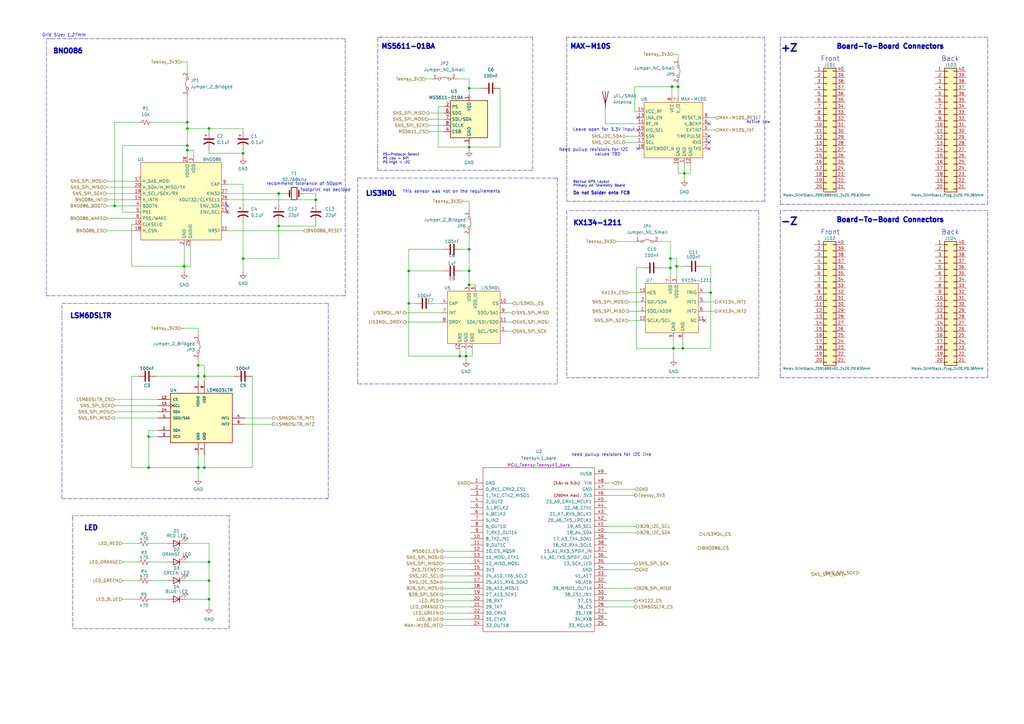
<source format=kicad_sch>
(kicad_sch (version 20211123) (generator eeschema)

  (uuid e63e39d7-6ac0-4ffd-8aa3-1841a4541b55)

  (paper "A3")

  (title_block
    (title "TARS MK4 FCB")
    (rev "4.0")
    (company "Illinois Space Society")
    (comment 4 "Contributors: Peter Giannetos, Eisha Peyyeti, Danny Guller, Rishi Patel, Siddhant Panse, Buffett Lee")
  )

  (lib_symbols
    (symbol "Connector_Generic:Conn_02x20_Counter_Clockwise" (pin_names (offset 1.016) hide) (in_bom yes) (on_board yes)
      (property "Reference" "J" (id 0) (at 1.27 25.4 0)
        (effects (font (size 1.27 1.27)))
      )
      (property "Value" "Conn_02x20_Counter_Clockwise" (id 1) (at 1.27 -27.94 0)
        (effects (font (size 1.27 1.27)))
      )
      (property "Footprint" "" (id 2) (at 0 0 0)
        (effects (font (size 1.27 1.27)) hide)
      )
      (property "Datasheet" "~" (id 3) (at 0 0 0)
        (effects (font (size 1.27 1.27)) hide)
      )
      (property "ki_keywords" "connector" (id 4) (at 0 0 0)
        (effects (font (size 1.27 1.27)) hide)
      )
      (property "ki_description" "Generic connector, double row, 02x20, counter clockwise pin numbering scheme (similar to DIP packge numbering), script generated (kicad-library-utils/schlib/autogen/connector/)" (id 5) (at 0 0 0)
        (effects (font (size 1.27 1.27)) hide)
      )
      (property "ki_fp_filters" "Connector*:*_2x??_*" (id 6) (at 0 0 0)
        (effects (font (size 1.27 1.27)) hide)
      )
      (symbol "Conn_02x20_Counter_Clockwise_1_1"
        (rectangle (start -1.27 -25.273) (end 0 -25.527)
          (stroke (width 0.1524) (type default) (color 0 0 0 0))
          (fill (type none))
        )
        (rectangle (start -1.27 -22.733) (end 0 -22.987)
          (stroke (width 0.1524) (type default) (color 0 0 0 0))
          (fill (type none))
        )
        (rectangle (start -1.27 -20.193) (end 0 -20.447)
          (stroke (width 0.1524) (type default) (color 0 0 0 0))
          (fill (type none))
        )
        (rectangle (start -1.27 -17.653) (end 0 -17.907)
          (stroke (width 0.1524) (type default) (color 0 0 0 0))
          (fill (type none))
        )
        (rectangle (start -1.27 -15.113) (end 0 -15.367)
          (stroke (width 0.1524) (type default) (color 0 0 0 0))
          (fill (type none))
        )
        (rectangle (start -1.27 -12.573) (end 0 -12.827)
          (stroke (width 0.1524) (type default) (color 0 0 0 0))
          (fill (type none))
        )
        (rectangle (start -1.27 -10.033) (end 0 -10.287)
          (stroke (width 0.1524) (type default) (color 0 0 0 0))
          (fill (type none))
        )
        (rectangle (start -1.27 -7.493) (end 0 -7.747)
          (stroke (width 0.1524) (type default) (color 0 0 0 0))
          (fill (type none))
        )
        (rectangle (start -1.27 -4.953) (end 0 -5.207)
          (stroke (width 0.1524) (type default) (color 0 0 0 0))
          (fill (type none))
        )
        (rectangle (start -1.27 -2.413) (end 0 -2.667)
          (stroke (width 0.1524) (type default) (color 0 0 0 0))
          (fill (type none))
        )
        (rectangle (start -1.27 0.127) (end 0 -0.127)
          (stroke (width 0.1524) (type default) (color 0 0 0 0))
          (fill (type none))
        )
        (rectangle (start -1.27 2.667) (end 0 2.413)
          (stroke (width 0.1524) (type default) (color 0 0 0 0))
          (fill (type none))
        )
        (rectangle (start -1.27 5.207) (end 0 4.953)
          (stroke (width 0.1524) (type default) (color 0 0 0 0))
          (fill (type none))
        )
        (rectangle (start -1.27 7.747) (end 0 7.493)
          (stroke (width 0.1524) (type default) (color 0 0 0 0))
          (fill (type none))
        )
        (rectangle (start -1.27 10.287) (end 0 10.033)
          (stroke (width 0.1524) (type default) (color 0 0 0 0))
          (fill (type none))
        )
        (rectangle (start -1.27 12.827) (end 0 12.573)
          (stroke (width 0.1524) (type default) (color 0 0 0 0))
          (fill (type none))
        )
        (rectangle (start -1.27 15.367) (end 0 15.113)
          (stroke (width 0.1524) (type default) (color 0 0 0 0))
          (fill (type none))
        )
        (rectangle (start -1.27 17.907) (end 0 17.653)
          (stroke (width 0.1524) (type default) (color 0 0 0 0))
          (fill (type none))
        )
        (rectangle (start -1.27 20.447) (end 0 20.193)
          (stroke (width 0.1524) (type default) (color 0 0 0 0))
          (fill (type none))
        )
        (rectangle (start -1.27 22.987) (end 0 22.733)
          (stroke (width 0.1524) (type default) (color 0 0 0 0))
          (fill (type none))
        )
        (rectangle (start -1.27 24.13) (end 3.81 -26.67)
          (stroke (width 0.254) (type default) (color 0 0 0 0))
          (fill (type background))
        )
        (rectangle (start 3.81 -25.273) (end 2.54 -25.527)
          (stroke (width 0.1524) (type default) (color 0 0 0 0))
          (fill (type none))
        )
        (rectangle (start 3.81 -22.733) (end 2.54 -22.987)
          (stroke (width 0.1524) (type default) (color 0 0 0 0))
          (fill (type none))
        )
        (rectangle (start 3.81 -20.193) (end 2.54 -20.447)
          (stroke (width 0.1524) (type default) (color 0 0 0 0))
          (fill (type none))
        )
        (rectangle (start 3.81 -17.653) (end 2.54 -17.907)
          (stroke (width 0.1524) (type default) (color 0 0 0 0))
          (fill (type none))
        )
        (rectangle (start 3.81 -15.113) (end 2.54 -15.367)
          (stroke (width 0.1524) (type default) (color 0 0 0 0))
          (fill (type none))
        )
        (rectangle (start 3.81 -12.573) (end 2.54 -12.827)
          (stroke (width 0.1524) (type default) (color 0 0 0 0))
          (fill (type none))
        )
        (rectangle (start 3.81 -10.033) (end 2.54 -10.287)
          (stroke (width 0.1524) (type default) (color 0 0 0 0))
          (fill (type none))
        )
        (rectangle (start 3.81 -7.493) (end 2.54 -7.747)
          (stroke (width 0.1524) (type default) (color 0 0 0 0))
          (fill (type none))
        )
        (rectangle (start 3.81 -4.953) (end 2.54 -5.207)
          (stroke (width 0.1524) (type default) (color 0 0 0 0))
          (fill (type none))
        )
        (rectangle (start 3.81 -2.413) (end 2.54 -2.667)
          (stroke (width 0.1524) (type default) (color 0 0 0 0))
          (fill (type none))
        )
        (rectangle (start 3.81 0.127) (end 2.54 -0.127)
          (stroke (width 0.1524) (type default) (color 0 0 0 0))
          (fill (type none))
        )
        (rectangle (start 3.81 2.667) (end 2.54 2.413)
          (stroke (width 0.1524) (type default) (color 0 0 0 0))
          (fill (type none))
        )
        (rectangle (start 3.81 5.207) (end 2.54 4.953)
          (stroke (width 0.1524) (type default) (color 0 0 0 0))
          (fill (type none))
        )
        (rectangle (start 3.81 7.747) (end 2.54 7.493)
          (stroke (width 0.1524) (type default) (color 0 0 0 0))
          (fill (type none))
        )
        (rectangle (start 3.81 10.287) (end 2.54 10.033)
          (stroke (width 0.1524) (type default) (color 0 0 0 0))
          (fill (type none))
        )
        (rectangle (start 3.81 12.827) (end 2.54 12.573)
          (stroke (width 0.1524) (type default) (color 0 0 0 0))
          (fill (type none))
        )
        (rectangle (start 3.81 15.367) (end 2.54 15.113)
          (stroke (width 0.1524) (type default) (color 0 0 0 0))
          (fill (type none))
        )
        (rectangle (start 3.81 17.907) (end 2.54 17.653)
          (stroke (width 0.1524) (type default) (color 0 0 0 0))
          (fill (type none))
        )
        (rectangle (start 3.81 20.447) (end 2.54 20.193)
          (stroke (width 0.1524) (type default) (color 0 0 0 0))
          (fill (type none))
        )
        (rectangle (start 3.81 22.987) (end 2.54 22.733)
          (stroke (width 0.1524) (type default) (color 0 0 0 0))
          (fill (type none))
        )
        (pin passive line (at -5.08 22.86 0) (length 3.81)
          (name "Pin_1" (effects (font (size 1.27 1.27))))
          (number "1" (effects (font (size 1.27 1.27))))
        )
        (pin passive line (at -5.08 0 0) (length 3.81)
          (name "Pin_10" (effects (font (size 1.27 1.27))))
          (number "10" (effects (font (size 1.27 1.27))))
        )
        (pin passive line (at -5.08 -2.54 0) (length 3.81)
          (name "Pin_11" (effects (font (size 1.27 1.27))))
          (number "11" (effects (font (size 1.27 1.27))))
        )
        (pin passive line (at -5.08 -5.08 0) (length 3.81)
          (name "Pin_12" (effects (font (size 1.27 1.27))))
          (number "12" (effects (font (size 1.27 1.27))))
        )
        (pin passive line (at -5.08 -7.62 0) (length 3.81)
          (name "Pin_13" (effects (font (size 1.27 1.27))))
          (number "13" (effects (font (size 1.27 1.27))))
        )
        (pin passive line (at -5.08 -10.16 0) (length 3.81)
          (name "Pin_14" (effects (font (size 1.27 1.27))))
          (number "14" (effects (font (size 1.27 1.27))))
        )
        (pin passive line (at -5.08 -12.7 0) (length 3.81)
          (name "Pin_15" (effects (font (size 1.27 1.27))))
          (number "15" (effects (font (size 1.27 1.27))))
        )
        (pin passive line (at -5.08 -15.24 0) (length 3.81)
          (name "Pin_16" (effects (font (size 1.27 1.27))))
          (number "16" (effects (font (size 1.27 1.27))))
        )
        (pin passive line (at -5.08 -17.78 0) (length 3.81)
          (name "Pin_17" (effects (font (size 1.27 1.27))))
          (number "17" (effects (font (size 1.27 1.27))))
        )
        (pin passive line (at -5.08 -20.32 0) (length 3.81)
          (name "Pin_18" (effects (font (size 1.27 1.27))))
          (number "18" (effects (font (size 1.27 1.27))))
        )
        (pin passive line (at -5.08 -22.86 0) (length 3.81)
          (name "Pin_19" (effects (font (size 1.27 1.27))))
          (number "19" (effects (font (size 1.27 1.27))))
        )
        (pin passive line (at -5.08 20.32 0) (length 3.81)
          (name "Pin_2" (effects (font (size 1.27 1.27))))
          (number "2" (effects (font (size 1.27 1.27))))
        )
        (pin passive line (at -5.08 -25.4 0) (length 3.81)
          (name "Pin_20" (effects (font (size 1.27 1.27))))
          (number "20" (effects (font (size 1.27 1.27))))
        )
        (pin passive line (at 7.62 -25.4 180) (length 3.81)
          (name "Pin_21" (effects (font (size 1.27 1.27))))
          (number "21" (effects (font (size 1.27 1.27))))
        )
        (pin passive line (at 7.62 -22.86 180) (length 3.81)
          (name "Pin_22" (effects (font (size 1.27 1.27))))
          (number "22" (effects (font (size 1.27 1.27))))
        )
        (pin passive line (at 7.62 -20.32 180) (length 3.81)
          (name "Pin_23" (effects (font (size 1.27 1.27))))
          (number "23" (effects (font (size 1.27 1.27))))
        )
        (pin passive line (at 7.62 -17.78 180) (length 3.81)
          (name "Pin_24" (effects (font (size 1.27 1.27))))
          (number "24" (effects (font (size 1.27 1.27))))
        )
        (pin passive line (at 7.62 -15.24 180) (length 3.81)
          (name "Pin_25" (effects (font (size 1.27 1.27))))
          (number "25" (effects (font (size 1.27 1.27))))
        )
        (pin passive line (at 7.62 -12.7 180) (length 3.81)
          (name "Pin_26" (effects (font (size 1.27 1.27))))
          (number "26" (effects (font (size 1.27 1.27))))
        )
        (pin passive line (at 7.62 -10.16 180) (length 3.81)
          (name "Pin_27" (effects (font (size 1.27 1.27))))
          (number "27" (effects (font (size 1.27 1.27))))
        )
        (pin passive line (at 7.62 -7.62 180) (length 3.81)
          (name "Pin_28" (effects (font (size 1.27 1.27))))
          (number "28" (effects (font (size 1.27 1.27))))
        )
        (pin passive line (at 7.62 -5.08 180) (length 3.81)
          (name "Pin_29" (effects (font (size 1.27 1.27))))
          (number "29" (effects (font (size 1.27 1.27))))
        )
        (pin passive line (at -5.08 17.78 0) (length 3.81)
          (name "Pin_3" (effects (font (size 1.27 1.27))))
          (number "3" (effects (font (size 1.27 1.27))))
        )
        (pin passive line (at 7.62 -2.54 180) (length 3.81)
          (name "Pin_30" (effects (font (size 1.27 1.27))))
          (number "30" (effects (font (size 1.27 1.27))))
        )
        (pin passive line (at 7.62 0 180) (length 3.81)
          (name "Pin_31" (effects (font (size 1.27 1.27))))
          (number "31" (effects (font (size 1.27 1.27))))
        )
        (pin passive line (at 7.62 2.54 180) (length 3.81)
          (name "Pin_32" (effects (font (size 1.27 1.27))))
          (number "32" (effects (font (size 1.27 1.27))))
        )
        (pin passive line (at 7.62 5.08 180) (length 3.81)
          (name "Pin_33" (effects (font (size 1.27 1.27))))
          (number "33" (effects (font (size 1.27 1.27))))
        )
        (pin passive line (at 7.62 7.62 180) (length 3.81)
          (name "Pin_34" (effects (font (size 1.27 1.27))))
          (number "34" (effects (font (size 1.27 1.27))))
        )
        (pin passive line (at 7.62 10.16 180) (length 3.81)
          (name "Pin_35" (effects (font (size 1.27 1.27))))
          (number "35" (effects (font (size 1.27 1.27))))
        )
        (pin passive line (at 7.62 12.7 180) (length 3.81)
          (name "Pin_36" (effects (font (size 1.27 1.27))))
          (number "36" (effects (font (size 1.27 1.27))))
        )
        (pin passive line (at 7.62 15.24 180) (length 3.81)
          (name "Pin_37" (effects (font (size 1.27 1.27))))
          (number "37" (effects (font (size 1.27 1.27))))
        )
        (pin passive line (at 7.62 17.78 180) (length 3.81)
          (name "Pin_38" (effects (font (size 1.27 1.27))))
          (number "38" (effects (font (size 1.27 1.27))))
        )
        (pin passive line (at 7.62 20.32 180) (length 3.81)
          (name "Pin_39" (effects (font (size 1.27 1.27))))
          (number "39" (effects (font (size 1.27 1.27))))
        )
        (pin passive line (at -5.08 15.24 0) (length 3.81)
          (name "Pin_4" (effects (font (size 1.27 1.27))))
          (number "4" (effects (font (size 1.27 1.27))))
        )
        (pin passive line (at 7.62 22.86 180) (length 3.81)
          (name "Pin_40" (effects (font (size 1.27 1.27))))
          (number "40" (effects (font (size 1.27 1.27))))
        )
        (pin passive line (at -5.08 12.7 0) (length 3.81)
          (name "Pin_5" (effects (font (size 1.27 1.27))))
          (number "5" (effects (font (size 1.27 1.27))))
        )
        (pin passive line (at -5.08 10.16 0) (length 3.81)
          (name "Pin_6" (effects (font (size 1.27 1.27))))
          (number "6" (effects (font (size 1.27 1.27))))
        )
        (pin passive line (at -5.08 7.62 0) (length 3.81)
          (name "Pin_7" (effects (font (size 1.27 1.27))))
          (number "7" (effects (font (size 1.27 1.27))))
        )
        (pin passive line (at -5.08 5.08 0) (length 3.81)
          (name "Pin_8" (effects (font (size 1.27 1.27))))
          (number "8" (effects (font (size 1.27 1.27))))
        )
        (pin passive line (at -5.08 2.54 0) (length 3.81)
          (name "Pin_9" (effects (font (size 1.27 1.27))))
          (number "9" (effects (font (size 1.27 1.27))))
        )
      )
    )
    (symbol "Device:Antenna" (pin_numbers hide) (pin_names (offset 1.016) hide) (in_bom yes) (on_board yes)
      (property "Reference" "AE" (id 0) (at -1.905 1.905 0)
        (effects (font (size 1.27 1.27)) (justify right))
      )
      (property "Value" "Antenna" (id 1) (at -1.905 0 0)
        (effects (font (size 1.27 1.27)) (justify right))
      )
      (property "Footprint" "" (id 2) (at 0 0 0)
        (effects (font (size 1.27 1.27)) hide)
      )
      (property "Datasheet" "~" (id 3) (at 0 0 0)
        (effects (font (size 1.27 1.27)) hide)
      )
      (property "ki_keywords" "antenna" (id 4) (at 0 0 0)
        (effects (font (size 1.27 1.27)) hide)
      )
      (property "ki_description" "Antenna" (id 5) (at 0 0 0)
        (effects (font (size 1.27 1.27)) hide)
      )
      (symbol "Antenna_0_1"
        (polyline
          (pts
            (xy 0 2.54)
            (xy 0 -3.81)
          )
          (stroke (width 0.254) (type default) (color 0 0 0 0))
          (fill (type none))
        )
        (polyline
          (pts
            (xy 1.27 2.54)
            (xy 0 -2.54)
            (xy -1.27 2.54)
          )
          (stroke (width 0.254) (type default) (color 0 0 0 0))
          (fill (type none))
        )
      )
      (symbol "Antenna_1_1"
        (pin input line (at 0 -5.08 90) (length 2.54)
          (name "A" (effects (font (size 1.27 1.27))))
          (number "1" (effects (font (size 1.27 1.27))))
        )
      )
    )
    (symbol "Device:C" (pin_numbers hide) (pin_names (offset 0.254)) (in_bom yes) (on_board yes)
      (property "Reference" "C" (id 0) (at 0.635 2.54 0)
        (effects (font (size 1.27 1.27)) (justify left))
      )
      (property "Value" "C" (id 1) (at 0.635 -2.54 0)
        (effects (font (size 1.27 1.27)) (justify left))
      )
      (property "Footprint" "" (id 2) (at 0.9652 -3.81 0)
        (effects (font (size 1.27 1.27)) hide)
      )
      (property "Datasheet" "~" (id 3) (at 0 0 0)
        (effects (font (size 1.27 1.27)) hide)
      )
      (property "ki_keywords" "cap capacitor" (id 4) (at 0 0 0)
        (effects (font (size 1.27 1.27)) hide)
      )
      (property "ki_description" "Unpolarized capacitor" (id 5) (at 0 0 0)
        (effects (font (size 1.27 1.27)) hide)
      )
      (property "ki_fp_filters" "C_*" (id 6) (at 0 0 0)
        (effects (font (size 1.27 1.27)) hide)
      )
      (symbol "C_0_1"
        (polyline
          (pts
            (xy -2.032 -0.762)
            (xy 2.032 -0.762)
          )
          (stroke (width 0.508) (type default) (color 0 0 0 0))
          (fill (type none))
        )
        (polyline
          (pts
            (xy -2.032 0.762)
            (xy 2.032 0.762)
          )
          (stroke (width 0.508) (type default) (color 0 0 0 0))
          (fill (type none))
        )
      )
      (symbol "C_1_1"
        (pin passive line (at 0 3.81 270) (length 2.794)
          (name "~" (effects (font (size 1.27 1.27))))
          (number "1" (effects (font (size 1.27 1.27))))
        )
        (pin passive line (at 0 -3.81 90) (length 2.794)
          (name "~" (effects (font (size 1.27 1.27))))
          (number "2" (effects (font (size 1.27 1.27))))
        )
      )
    )
    (symbol "Device:C_Polarized_US" (pin_numbers hide) (pin_names (offset 0.254) hide) (in_bom yes) (on_board yes)
      (property "Reference" "C" (id 0) (at 0.635 2.54 0)
        (effects (font (size 1.27 1.27)) (justify left))
      )
      (property "Value" "C_Polarized_US" (id 1) (at 0.635 -2.54 0)
        (effects (font (size 1.27 1.27)) (justify left))
      )
      (property "Footprint" "" (id 2) (at 0 0 0)
        (effects (font (size 1.27 1.27)) hide)
      )
      (property "Datasheet" "~" (id 3) (at 0 0 0)
        (effects (font (size 1.27 1.27)) hide)
      )
      (property "ki_keywords" "cap capacitor" (id 4) (at 0 0 0)
        (effects (font (size 1.27 1.27)) hide)
      )
      (property "ki_description" "Polarized capacitor, US symbol" (id 5) (at 0 0 0)
        (effects (font (size 1.27 1.27)) hide)
      )
      (property "ki_fp_filters" "CP_*" (id 6) (at 0 0 0)
        (effects (font (size 1.27 1.27)) hide)
      )
      (symbol "C_Polarized_US_0_1"
        (polyline
          (pts
            (xy -2.032 0.762)
            (xy 2.032 0.762)
          )
          (stroke (width 0.508) (type default) (color 0 0 0 0))
          (fill (type none))
        )
        (polyline
          (pts
            (xy -1.778 2.286)
            (xy -0.762 2.286)
          )
          (stroke (width 0) (type default) (color 0 0 0 0))
          (fill (type none))
        )
        (polyline
          (pts
            (xy -1.27 1.778)
            (xy -1.27 2.794)
          )
          (stroke (width 0) (type default) (color 0 0 0 0))
          (fill (type none))
        )
        (arc (start 2.032 -1.27) (mid 0 -0.5572) (end -2.032 -1.27)
          (stroke (width 0.508) (type default) (color 0 0 0 0))
          (fill (type none))
        )
      )
      (symbol "C_Polarized_US_1_1"
        (pin passive line (at 0 3.81 270) (length 2.794)
          (name "~" (effects (font (size 1.27 1.27))))
          (number "1" (effects (font (size 1.27 1.27))))
        )
        (pin passive line (at 0 -3.81 90) (length 3.302)
          (name "~" (effects (font (size 1.27 1.27))))
          (number "2" (effects (font (size 1.27 1.27))))
        )
      )
    )
    (symbol "Device:Crystal" (pin_numbers hide) (pin_names (offset 1.016) hide) (in_bom yes) (on_board yes)
      (property "Reference" "Y" (id 0) (at 0 3.81 0)
        (effects (font (size 1.27 1.27)))
      )
      (property "Value" "Crystal" (id 1) (at 0 -3.81 0)
        (effects (font (size 1.27 1.27)))
      )
      (property "Footprint" "" (id 2) (at 0 0 0)
        (effects (font (size 1.27 1.27)) hide)
      )
      (property "Datasheet" "~" (id 3) (at 0 0 0)
        (effects (font (size 1.27 1.27)) hide)
      )
      (property "ki_keywords" "quartz ceramic resonator oscillator" (id 4) (at 0 0 0)
        (effects (font (size 1.27 1.27)) hide)
      )
      (property "ki_description" "Two pin crystal" (id 5) (at 0 0 0)
        (effects (font (size 1.27 1.27)) hide)
      )
      (property "ki_fp_filters" "Crystal*" (id 6) (at 0 0 0)
        (effects (font (size 1.27 1.27)) hide)
      )
      (symbol "Crystal_0_1"
        (rectangle (start -1.143 2.54) (end 1.143 -2.54)
          (stroke (width 0.3048) (type default) (color 0 0 0 0))
          (fill (type none))
        )
        (polyline
          (pts
            (xy -2.54 0)
            (xy -1.905 0)
          )
          (stroke (width 0) (type default) (color 0 0 0 0))
          (fill (type none))
        )
        (polyline
          (pts
            (xy -1.905 -1.27)
            (xy -1.905 1.27)
          )
          (stroke (width 0.508) (type default) (color 0 0 0 0))
          (fill (type none))
        )
        (polyline
          (pts
            (xy 1.905 -1.27)
            (xy 1.905 1.27)
          )
          (stroke (width 0.508) (type default) (color 0 0 0 0))
          (fill (type none))
        )
        (polyline
          (pts
            (xy 2.54 0)
            (xy 1.905 0)
          )
          (stroke (width 0) (type default) (color 0 0 0 0))
          (fill (type none))
        )
      )
      (symbol "Crystal_1_1"
        (pin passive line (at -3.81 0 0) (length 1.27)
          (name "1" (effects (font (size 1.27 1.27))))
          (number "1" (effects (font (size 1.27 1.27))))
        )
        (pin passive line (at 3.81 0 180) (length 1.27)
          (name "2" (effects (font (size 1.27 1.27))))
          (number "2" (effects (font (size 1.27 1.27))))
        )
      )
    )
    (symbol "Device:LED" (pin_numbers hide) (pin_names (offset 1.016) hide) (in_bom yes) (on_board yes)
      (property "Reference" "D" (id 0) (at 0 2.54 0)
        (effects (font (size 1.27 1.27)))
      )
      (property "Value" "LED" (id 1) (at 0 -2.54 0)
        (effects (font (size 1.27 1.27)))
      )
      (property "Footprint" "" (id 2) (at 0 0 0)
        (effects (font (size 1.27 1.27)) hide)
      )
      (property "Datasheet" "~" (id 3) (at 0 0 0)
        (effects (font (size 1.27 1.27)) hide)
      )
      (property "ki_keywords" "LED diode" (id 4) (at 0 0 0)
        (effects (font (size 1.27 1.27)) hide)
      )
      (property "ki_description" "Light emitting diode" (id 5) (at 0 0 0)
        (effects (font (size 1.27 1.27)) hide)
      )
      (property "ki_fp_filters" "LED* LED_SMD:* LED_THT:*" (id 6) (at 0 0 0)
        (effects (font (size 1.27 1.27)) hide)
      )
      (symbol "LED_0_1"
        (polyline
          (pts
            (xy -1.27 -1.27)
            (xy -1.27 1.27)
          )
          (stroke (width 0.254) (type default) (color 0 0 0 0))
          (fill (type none))
        )
        (polyline
          (pts
            (xy -1.27 0)
            (xy 1.27 0)
          )
          (stroke (width 0) (type default) (color 0 0 0 0))
          (fill (type none))
        )
        (polyline
          (pts
            (xy 1.27 -1.27)
            (xy 1.27 1.27)
            (xy -1.27 0)
            (xy 1.27 -1.27)
          )
          (stroke (width 0.254) (type default) (color 0 0 0 0))
          (fill (type none))
        )
        (polyline
          (pts
            (xy -3.048 -0.762)
            (xy -4.572 -2.286)
            (xy -3.81 -2.286)
            (xy -4.572 -2.286)
            (xy -4.572 -1.524)
          )
          (stroke (width 0) (type default) (color 0 0 0 0))
          (fill (type none))
        )
        (polyline
          (pts
            (xy -1.778 -0.762)
            (xy -3.302 -2.286)
            (xy -2.54 -2.286)
            (xy -3.302 -2.286)
            (xy -3.302 -1.524)
          )
          (stroke (width 0) (type default) (color 0 0 0 0))
          (fill (type none))
        )
      )
      (symbol "LED_1_1"
        (pin passive line (at -3.81 0 0) (length 2.54)
          (name "K" (effects (font (size 1.27 1.27))))
          (number "1" (effects (font (size 1.27 1.27))))
        )
        (pin passive line (at 3.81 0 180) (length 2.54)
          (name "A" (effects (font (size 1.27 1.27))))
          (number "2" (effects (font (size 1.27 1.27))))
        )
      )
    )
    (symbol "Device:R_Small_US" (pin_numbers hide) (pin_names (offset 0.254) hide) (in_bom yes) (on_board yes)
      (property "Reference" "R" (id 0) (at 0.762 0.508 0)
        (effects (font (size 1.27 1.27)) (justify left))
      )
      (property "Value" "R_Small_US" (id 1) (at 0.762 -1.016 0)
        (effects (font (size 1.27 1.27)) (justify left))
      )
      (property "Footprint" "" (id 2) (at 0 0 0)
        (effects (font (size 1.27 1.27)) hide)
      )
      (property "Datasheet" "~" (id 3) (at 0 0 0)
        (effects (font (size 1.27 1.27)) hide)
      )
      (property "ki_keywords" "r resistor" (id 4) (at 0 0 0)
        (effects (font (size 1.27 1.27)) hide)
      )
      (property "ki_description" "Resistor, small US symbol" (id 5) (at 0 0 0)
        (effects (font (size 1.27 1.27)) hide)
      )
      (property "ki_fp_filters" "R_*" (id 6) (at 0 0 0)
        (effects (font (size 1.27 1.27)) hide)
      )
      (symbol "R_Small_US_1_1"
        (polyline
          (pts
            (xy 0 0)
            (xy 1.016 -0.381)
            (xy 0 -0.762)
            (xy -1.016 -1.143)
            (xy 0 -1.524)
          )
          (stroke (width 0) (type default) (color 0 0 0 0))
          (fill (type none))
        )
        (polyline
          (pts
            (xy 0 1.524)
            (xy 1.016 1.143)
            (xy 0 0.762)
            (xy -1.016 0.381)
            (xy 0 0)
          )
          (stroke (width 0) (type default) (color 0 0 0 0))
          (fill (type none))
        )
        (pin passive line (at 0 2.54 270) (length 1.016)
          (name "~" (effects (font (size 1.27 1.27))))
          (number "1" (effects (font (size 1.27 1.27))))
        )
        (pin passive line (at 0 -2.54 90) (length 1.016)
          (name "~" (effects (font (size 1.27 1.27))))
          (number "2" (effects (font (size 1.27 1.27))))
        )
      )
    )
    (symbol "Jumper:Jumper_2_Bridged" (pin_names (offset 0) hide) (in_bom yes) (on_board yes)
      (property "Reference" "JP" (id 0) (at 0 1.905 0)
        (effects (font (size 1.27 1.27)))
      )
      (property "Value" "Jumper_2_Bridged" (id 1) (at 0 -2.54 0)
        (effects (font (size 1.27 1.27)))
      )
      (property "Footprint" "" (id 2) (at 0 0 0)
        (effects (font (size 1.27 1.27)) hide)
      )
      (property "Datasheet" "~" (id 3) (at 0 0 0)
        (effects (font (size 1.27 1.27)) hide)
      )
      (property "ki_keywords" "Jumper SPST" (id 4) (at 0 0 0)
        (effects (font (size 1.27 1.27)) hide)
      )
      (property "ki_description" "Jumper, 2-pole, closed/bridged" (id 5) (at 0 0 0)
        (effects (font (size 1.27 1.27)) hide)
      )
      (property "ki_fp_filters" "Jumper* TestPoint*2Pads* TestPoint*Bridge*" (id 6) (at 0 0 0)
        (effects (font (size 1.27 1.27)) hide)
      )
      (symbol "Jumper_2_Bridged_0_0"
        (circle (center -2.032 0) (radius 0.508)
          (stroke (width 0) (type default) (color 0 0 0 0))
          (fill (type none))
        )
        (circle (center 2.032 0) (radius 0.508)
          (stroke (width 0) (type default) (color 0 0 0 0))
          (fill (type none))
        )
      )
      (symbol "Jumper_2_Bridged_0_1"
        (arc (start 1.524 0.254) (mid 0 0.762) (end -1.524 0.254)
          (stroke (width 0) (type default) (color 0 0 0 0))
          (fill (type none))
        )
      )
      (symbol "Jumper_2_Bridged_1_1"
        (pin passive line (at -5.08 0 0) (length 2.54)
          (name "A" (effects (font (size 1.27 1.27))))
          (number "1" (effects (font (size 1.27 1.27))))
        )
        (pin passive line (at 5.08 0 180) (length 2.54)
          (name "B" (effects (font (size 1.27 1.27))))
          (number "2" (effects (font (size 1.27 1.27))))
        )
      )
    )
    (symbol "RF_GPS_uBlox:MAX-M10S" (in_bom yes) (on_board yes)
      (property "Reference" "U" (id 0) (at -5.08 20.32 0)
        (effects (font (size 1.27 1.27)))
      )
      (property "Value" "MAX-M10S" (id 1) (at 15.24 20.32 0)
        (effects (font (size 1.27 1.27)))
      )
      (property "Footprint" "RF_GPS_uBlox:uBlox_MAX-M10S" (id 2) (at -12.7 -15.24 0)
        (effects (font (size 1.27 1.27)) hide)
      )
      (property "Datasheet" "https://www.mouser.com/pdfDocs/MAX-M10S_IntegrationManual_UBX-20053088.pdf" (id 3) (at 2.54 -20.32 0)
        (effects (font (size 1.27 1.27)) hide)
      )
      (symbol "MAX-M10S_0_1"
        (rectangle (start -5.08 19.05) (end 19.05 -3.81)
          (stroke (width 0) (type default) (color 0 0 0 0))
          (fill (type background))
        )
      )
      (symbol "MAX-M10S_1_1"
        (pin power_out line (at 11.43 -6.35 90) (length 2.54)
          (name "GND" (effects (font (size 1.27 1.27))))
          (number "1" (effects (font (size 1.27 1.27))))
        )
        (pin power_out line (at 8.89 -6.35 90) (length 2.54)
          (name "GND" (effects (font (size 1.27 1.27))))
          (number "10" (effects (font (size 1.27 1.27))))
        )
        (pin input line (at -7.62 10.16 0) (length 2.54)
          (name "RF_IN" (effects (font (size 1.27 1.27))))
          (number "11" (effects (font (size 1.27 1.27))))
        )
        (pin power_out line (at 13.97 -6.35 90) (length 2.54)
          (name "GND" (effects (font (size 1.27 1.27))))
          (number "12" (effects (font (size 1.27 1.27))))
        )
        (pin unspecified line (at -7.62 12.7 0) (length 2.54)
          (name "LNA_EN" (effects (font (size 1.27 1.27))))
          (number "13" (effects (font (size 1.27 1.27))))
        )
        (pin unspecified line (at -7.62 15.24 0) (length 2.54)
          (name "VCC_RF" (effects (font (size 1.27 1.27))))
          (number "14" (effects (font (size 1.27 1.27))))
        )
        (pin unspecified line (at -7.62 7.62 0) (length 2.54)
          (name "VIO_SEL" (effects (font (size 1.27 1.27))))
          (number "15" (effects (font (size 1.27 1.27))))
        )
        (pin bidirectional line (at -7.62 5.08 0) (length 2.54)
          (name "SDA" (effects (font (size 1.27 1.27))))
          (number "16" (effects (font (size 1.27 1.27))))
        )
        (pin input line (at -7.62 2.54 0) (length 2.54)
          (name "SCL" (effects (font (size 1.27 1.27))))
          (number "17" (effects (font (size 1.27 1.27))))
        )
        (pin unspecified line (at -7.62 0 0) (length 2.54)
          (name "SAFEBOOT_N" (effects (font (size 1.27 1.27))))
          (number "18" (effects (font (size 1.27 1.27))))
        )
        (pin output line (at 21.59 0 180) (length 2.54)
          (name "TXD" (effects (font (size 1.27 1.27))))
          (number "2" (effects (font (size 1.27 1.27))))
        )
        (pin input line (at 21.59 2.54 180) (length 2.54)
          (name "RXD" (effects (font (size 1.27 1.27))))
          (number "3" (effects (font (size 1.27 1.27))))
        )
        (pin unspecified line (at 21.59 5.08 180) (length 2.54)
          (name "TIMEPULSE" (effects (font (size 1.27 1.27))))
          (number "4" (effects (font (size 1.27 1.27))))
        )
        (pin input line (at 21.59 7.62 180) (length 2.54)
          (name "EXTINT" (effects (font (size 1.27 1.27))))
          (number "5" (effects (font (size 1.27 1.27))))
        )
        (pin power_in line (at 21.59 10.16 180) (length 2.54)
          (name "V_BCKP" (effects (font (size 1.27 1.27))))
          (number "6" (effects (font (size 1.27 1.27))))
        )
        (pin power_in line (at 8.89 21.59 270) (length 2.54)
          (name "V_IO" (effects (font (size 1.27 1.27))))
          (number "7" (effects (font (size 1.27 1.27))))
        )
        (pin power_in line (at 6.35 21.59 270) (length 2.54)
          (name "VCC" (effects (font (size 1.27 1.27))))
          (number "8" (effects (font (size 1.27 1.27))))
        )
        (pin input line (at 21.59 12.7 180) (length 2.54)
          (name "RESET_N" (effects (font (size 1.27 1.27))))
          (number "9" (effects (font (size 1.27 1.27))))
        )
      )
    )
    (symbol "Sensor_Pressure:MS5611-01BA" (in_bom yes) (on_board yes)
      (property "Reference" "U" (id 0) (at -6.35 8.89 0)
        (effects (font (size 1.27 1.27)))
      )
      (property "Value" "MS5611-01BA" (id 1) (at 7.62 8.89 0)
        (effects (font (size 1.27 1.27)))
      )
      (property "Footprint" "Package_LGA:LGA-8_3x5mm_P1.25mm" (id 2) (at 0 0 0)
        (effects (font (size 1.27 1.27)) hide)
      )
      (property "Datasheet" "https://www.te.com/commerce/DocumentDelivery/DDEController?Action=srchrtrv&DocNm=MS5611-01BA03&DocType=Data+Sheet&DocLang=English" (id 3) (at 0 0 0)
        (effects (font (size 1.27 1.27)) hide)
      )
      (property "ki_keywords" "pressure SPI I2C" (id 4) (at 0 0 0)
        (effects (font (size 1.27 1.27)) hide)
      )
      (property "ki_description" "Barometric pressure sensor, 10cm resolution, 10 to 1200 mbar, I2C and SPI interface up to 20MHz, LGA-8" (id 5) (at 0 0 0)
        (effects (font (size 1.27 1.27)) hide)
      )
      (property "ki_fp_filters" "LGA*3x5mm*P1.25mm*" (id 6) (at 0 0 0)
        (effects (font (size 1.27 1.27)) hide)
      )
      (symbol "MS5611-01BA_0_1"
        (rectangle (start -7.62 7.62) (end 7.62 -7.62)
          (stroke (width 0.254) (type default) (color 0 0 0 0))
          (fill (type background))
        )
      )
      (symbol "MS5611-01BA_1_1"
        (pin power_in line (at 0 10.16 270) (length 2.54)
          (name "VDD" (effects (font (size 1.27 1.27))))
          (number "1" (effects (font (size 1.27 1.27))))
        )
        (pin input line (at -10.16 5.08 0) (length 2.54)
          (name "PS" (effects (font (size 1.27 1.27))))
          (number "2" (effects (font (size 1.27 1.27))))
        )
        (pin power_in line (at 0 -10.16 90) (length 2.54)
          (name "GND" (effects (font (size 1.27 1.27))))
          (number "3" (effects (font (size 1.27 1.27))))
        )
        (pin input line (at -10.16 -5.08 0) (length 2.54)
          (name "CSB" (effects (font (size 1.27 1.27))))
          (number "4" (effects (font (size 1.27 1.27))))
        )
        (pin input line (at -10.16 -5.08 0) (length 2.54) hide
          (name "CSB" (effects (font (size 1.27 1.27))))
          (number "5" (effects (font (size 1.27 1.27))))
        )
        (pin output line (at -10.16 2.54 0) (length 2.54)
          (name "SDO" (effects (font (size 1.27 1.27))))
          (number "6" (effects (font (size 1.27 1.27))))
        )
        (pin bidirectional line (at -10.16 0 0) (length 2.54)
          (name "SDI/SDA" (effects (font (size 1.27 1.27))))
          (number "7" (effects (font (size 1.27 1.27))))
        )
        (pin input line (at -10.16 -2.54 0) (length 2.54)
          (name "SCLK" (effects (font (size 1.27 1.27))))
          (number "8" (effects (font (size 1.27 1.27))))
        )
      )
    )
    (symbol "Sensors_Motion_CEVA:BNO086" (in_bom yes) (on_board yes)
      (property "Reference" "U" (id 0) (at -17.78 17.78 0)
        (effects (font (size 1.27 1.27)))
      )
      (property "Value" "BNO086" (id 1) (at 11.43 17.78 0)
        (effects (font (size 1.27 1.27)))
      )
      (property "Footprint" "Package_LGA:LGA-28_5.2x3.8mm_P0.5mm" (id 2) (at -2.54 -31.75 0)
        (effects (font (size 1.27 1.27)) hide)
      )
      (property "Datasheet" "https://www.ceva-dsp.com/wp-content/uploads/2019/10/BNO080_085-Datasheet.pdf" (id 3) (at 1.27 -35.56 0)
        (effects (font (size 1.27 1.27)) hide)
      )
      (symbol "BNO086_0_1"
        (rectangle (start -17.78 16.51) (end 15.24 -15.24)
          (stroke (width 0) (type default) (color 0 0 0 0))
          (fill (type background))
        )
      )
      (symbol "BNO086_1_1"
        (pin input line (at -20.32 -8.89 0) (length 2.54)
          (name "CLKSEL0" (effects (font (size 1.27 1.27))))
          (number "10" (effects (font (size 1.27 1.27))))
        )
        (pin input line (at 17.78 -11.43 180) (length 2.54)
          (name "NRST" (effects (font (size 1.27 1.27))))
          (number "11" (effects (font (size 1.27 1.27))))
        )
        (pin output line (at -20.32 1.27 0) (length 2.54)
          (name "H_INTN" (effects (font (size 1.27 1.27))))
          (number "14" (effects (font (size 1.27 1.27))))
        )
        (pin bidirectional line (at 17.78 -3.81 180) (length 2.54)
          (name "ENV_SCL" (effects (font (size 1.27 1.27))))
          (number "15" (effects (font (size 1.27 1.27))))
        )
        (pin bidirectional line (at 17.78 -1.27 180) (length 2.54)
          (name "ENV_SDA" (effects (font (size 1.27 1.27))))
          (number "16" (effects (font (size 1.27 1.27))))
        )
        (pin input line (at -20.32 8.89 0) (length 2.54)
          (name "H_SA0_MOSI" (effects (font (size 1.27 1.27))))
          (number "17" (effects (font (size 1.27 1.27))))
        )
        (pin input line (at -20.32 -11.43 0) (length 2.54)
          (name "H_CSN" (effects (font (size 1.27 1.27))))
          (number "18" (effects (font (size 1.27 1.27))))
        )
        (pin bidirectional line (at -20.32 3.81 0) (length 2.54)
          (name "H_SCL/SCK/RX" (effects (font (size 1.27 1.27))))
          (number "19" (effects (font (size 1.27 1.27))))
        )
        (pin power_in line (at 0 -17.78 90) (length 2.54)
          (name "GND" (effects (font (size 1.27 1.27))))
          (number "2" (effects (font (size 1.27 1.27))))
        )
        (pin bidirectional line (at -20.32 6.35 0) (length 2.54)
          (name "H_SDA/H_MISO/TX" (effects (font (size 1.27 1.27))))
          (number "20" (effects (font (size 1.27 1.27))))
        )
        (pin power_in line (at 2.54 -17.78 90) (length 2.54)
          (name "GNDIO" (effects (font (size 1.27 1.27))))
          (number "25" (effects (font (size 1.27 1.27))))
        )
        (pin output line (at 17.78 1.27 180) (length 2.54)
          (name "XOUT32/CLKSEL1" (effects (font (size 1.27 1.27))))
          (number "26" (effects (font (size 1.27 1.27))))
        )
        (pin input line (at 17.78 3.81 180) (length 2.54)
          (name "XIN32" (effects (font (size 1.27 1.27))))
          (number "27" (effects (font (size 1.27 1.27))))
        )
        (pin power_in line (at 1.27 19.05 270) (length 2.54)
          (name "VDDIO" (effects (font (size 1.27 1.27))))
          (number "28" (effects (font (size 1.27 1.27))))
        )
        (pin power_in line (at 3.81 19.05 270) (length 2.54)
          (name "VDD" (effects (font (size 1.27 1.27))))
          (number "3" (effects (font (size 1.27 1.27))))
        )
        (pin input line (at -20.32 -1.27 0) (length 2.54)
          (name "BOOTN" (effects (font (size 1.27 1.27))))
          (number "4" (effects (font (size 1.27 1.27))))
        )
        (pin input line (at -20.32 -3.81 0) (length 2.54)
          (name "PS1" (effects (font (size 1.27 1.27))))
          (number "5" (effects (font (size 1.27 1.27))))
        )
        (pin input line (at -20.32 -6.35 0) (length 2.54)
          (name "PS0/WAKE" (effects (font (size 1.27 1.27))))
          (number "6" (effects (font (size 1.27 1.27))))
        )
        (pin passive line (at 17.78 7.62 180) (length 2.54)
          (name "CAP" (effects (font (size 1.27 1.27))))
          (number "9" (effects (font (size 1.27 1.27))))
        )
      )
    )
    (symbol "Sensors_Motion_Kionix:KX134-1211" (in_bom yes) (on_board yes)
      (property "Reference" "U" (id 0) (at -11.43 11.43 0)
        (effects (font (size 1.27 1.27)))
      )
      (property "Value" "KX134-1211" (id 1) (at 8.89 11.43 0)
        (effects (font (size 1.27 1.27)))
      )
      (property "Footprint" "" (id 2) (at 0 0 0)
        (effects (font (size 1.27 1.27)) hide)
      )
      (property "Datasheet" "" (id 3) (at 0 0 0)
        (effects (font (size 1.27 1.27)) hide)
      )
      (symbol "KX134-1211_0_0"
        (text "" (at -12.7 2.54 0)
          (effects (font (size 1.27 1.27)))
        )
      )
      (symbol "KX134-1211_0_1"
        (rectangle (start -11.43 10.16) (end 10.16 -10.16)
          (stroke (width 0) (type default) (color 0 0 0 0))
          (fill (type background))
        )
      )
      (symbol "KX134-1211_1_1"
        (pin bidirectional line (at -13.97 -1.27 0) (length 2.54)
          (name "SDO/ADDR" (effects (font (size 1.27 1.27))))
          (number "1" (effects (font (size 1.27 1.27))))
        )
        (pin input line (at -13.97 6.35 0) (length 2.54)
          (name "nCS" (effects (font (size 1.27 1.27))))
          (number "10" (effects (font (size 1.27 1.27))))
        )
        (pin unspecified line (at 12.7 -5.08 180) (length 2.54)
          (name "NC" (effects (font (size 1.27 1.27))))
          (number "11" (effects (font (size 1.27 1.27))))
        )
        (pin input line (at -13.97 -5.08 0) (length 2.54)
          (name "SCLK/SCL" (effects (font (size 1.27 1.27))))
          (number "12" (effects (font (size 1.27 1.27))))
        )
        (pin bidirectional line (at -13.97 2.54 0) (length 2.54)
          (name "SDI/SDA" (effects (font (size 1.27 1.27))))
          (number "2" (effects (font (size 1.27 1.27))))
        )
        (pin power_in line (at 1.27 12.7 270) (length 2.54)
          (name "VDDIO" (effects (font (size 1.27 1.27))))
          (number "3" (effects (font (size 1.27 1.27))))
        )
        (pin input line (at 12.7 6.35 180) (length 2.54)
          (name "TRIG" (effects (font (size 1.27 1.27))))
          (number "4" (effects (font (size 1.27 1.27))))
        )
        (pin output line (at 12.7 2.54 180) (length 2.54)
          (name "INT1" (effects (font (size 1.27 1.27))))
          (number "5" (effects (font (size 1.27 1.27))))
        )
        (pin output line (at 12.7 -1.27 180) (length 2.54)
          (name "INT2" (effects (font (size 1.27 1.27))))
          (number "6" (effects (font (size 1.27 1.27))))
        )
        (pin power_in line (at -1.27 12.7 270) (length 2.54)
          (name "VDD" (effects (font (size 1.27 1.27))))
          (number "7" (effects (font (size 1.27 1.27))))
        )
        (pin power_in line (at 3.81 -12.7 90) (length 2.54)
          (name "GND" (effects (font (size 1.27 1.27))))
          (number "8" (effects (font (size 1.27 1.27))))
        )
        (pin power_in line (at 0 -12.7 90) (length 2.54)
          (name "GND" (effects (font (size 1.27 1.27))))
          (number "9" (effects (font (size 1.27 1.27))))
        )
      )
    )
    (symbol "Sensors_Motion_STM:LIS3MDL" (in_bom yes) (on_board yes)
      (property "Reference" "U" (id 0) (at -10.16 11.43 0)
        (effects (font (size 1.27 1.27)))
      )
      (property "Value" "LIS3MDL" (id 1) (at 7.62 11.43 0)
        (effects (font (size 1.27 1.27)))
      )
      (property "Footprint" "" (id 2) (at -0.635 -18.415 90)
        (effects (font (size 1.27 1.27)) hide)
      )
      (property "Datasheet" "" (id 3) (at -0.635 -18.415 90)
        (effects (font (size 1.27 1.27)) hide)
      )
      (symbol "LIS3MDL_0_1"
        (rectangle (start -10.16 10.16) (end 11.43 -11.43)
          (stroke (width 0) (type default) (color 0 0 0 0))
          (fill (type background))
        )
      )
      (symbol "LIS3MDL_1_1"
        (pin input line (at 13.97 -6.35 180) (length 2.54)
          (name "SCL/SPC" (effects (font (size 1.27 1.27))))
          (number "1" (effects (font (size 1.27 1.27))))
        )
        (pin input line (at 13.97 5.08 180) (length 2.54)
          (name "CS" (effects (font (size 1.27 1.27))))
          (number "10" (effects (font (size 1.27 1.27))))
        )
        (pin input line (at 13.97 -2.54 180) (length 2.54)
          (name "SDA/SDI/SDO" (effects (font (size 1.27 1.27))))
          (number "11" (effects (font (size 1.27 1.27))))
        )
        (pin power_in line (at -5.08 -13.97 90) (length 2.54)
          (name "GND" (effects (font (size 1.27 1.27))))
          (number "12" (effects (font (size 1.27 1.27))))
        )
        (pin power_in line (at -2.54 -13.97 90) (length 2.54)
          (name "GND" (effects (font (size 1.27 1.27))))
          (number "2" (effects (font (size 1.27 1.27))))
        )
        (pin power_in line (at 0 -13.97 90) (length 2.54)
          (name "GND" (effects (font (size 1.27 1.27))))
          (number "3" (effects (font (size 1.27 1.27))))
        )
        (pin input line (at -12.7 5.08 0) (length 2.54)
          (name "CAP" (effects (font (size 1.27 1.27))))
          (number "4" (effects (font (size 1.27 1.27))))
        )
        (pin power_in line (at -1.27 12.7 270) (length 2.54)
          (name "VDD" (effects (font (size 1.27 1.27))))
          (number "5" (effects (font (size 1.27 1.27))))
        )
        (pin power_in line (at 1.27 12.7 270) (length 2.54)
          (name "VDD_IO" (effects (font (size 1.27 1.27))))
          (number "6" (effects (font (size 1.27 1.27))))
        )
        (pin output line (at -12.7 1.27 0) (length 2.54)
          (name "INT" (effects (font (size 1.27 1.27))))
          (number "7" (effects (font (size 1.27 1.27))))
        )
        (pin output line (at -12.7 -2.54 0) (length 2.54)
          (name "DRDY" (effects (font (size 1.27 1.27))))
          (number "8" (effects (font (size 1.27 1.27))))
        )
        (pin output line (at 13.97 1.27 180) (length 2.54)
          (name "SDO/SA1" (effects (font (size 1.27 1.27))))
          (number "9" (effects (font (size 1.27 1.27))))
        )
      )
    )
    (symbol "Sensors_Motion_STM:LSM6DSLTR" (pin_names (offset 1.016)) (in_bom yes) (on_board yes)
      (property "Reference" "U" (id 0) (at -12.7187 10.6837 0)
        (effects (font (size 1.27 1.27)) (justify left bottom))
      )
      (property "Value" "LSM6DSLTR" (id 1) (at 3.81 10.16 0)
        (effects (font (size 1.27 1.27)) (justify left bottom))
      )
      (property "Footprint" "PQFN50P300X250X86-14N" (id 2) (at -13.97 -20.32 0)
        (effects (font (size 1.27 1.27)) (justify bottom) hide)
      )
      (property "Datasheet" "" (id 3) (at 0 0 0)
        (effects (font (size 1.27 1.27)) hide)
      )
      (property "SNAPEDA_PACKAGE_ID" "6233" (id 4) (at -13.97 -16.51 0)
        (effects (font (size 1.27 1.27)) (justify bottom) hide)
      )
      (property "MANUFACTURER" "ST Microelectronics" (id 5) (at -15.24 -17.78 0)
        (effects (font (size 1.27 1.27)) (justify bottom) hide)
      )
      (property "PARTREV" "7" (id 6) (at -15.24 -22.86 0)
        (effects (font (size 1.27 1.27)) (justify bottom) hide)
      )
      (property "STANDARD" "IPC-7351B" (id 7) (at -13.97 -13.97 0)
        (effects (font (size 1.27 1.27)) (justify bottom) hide)
      )
      (symbol "LSM6DSLTR_0_0"
        (rectangle (start -12.7 -10.16) (end 12.7 10.16)
          (stroke (width 0.254) (type default) (color 0 0 0 0))
          (fill (type background))
        )
        (pin bidirectional line (at -17.78 0 0) (length 5.08)
          (name "SDO/SA0" (effects (font (size 1.016 1.016))))
          (number "1" (effects (font (size 1.016 1.016))))
        )
        (pin input line (at -17.78 7.62 0) (length 5.08)
          (name "CS" (effects (font (size 1.016 1.016))))
          (number "12" (effects (font (size 1.016 1.016))))
        )
        (pin input clock (at -17.78 5.08 0) (length 5.08)
          (name "SCL" (effects (font (size 1.016 1.016))))
          (number "13" (effects (font (size 1.016 1.016))))
        )
        (pin bidirectional line (at -17.78 2.54 0) (length 5.08)
          (name "SDA" (effects (font (size 1.016 1.016))))
          (number "14" (effects (font (size 1.016 1.016))))
        )
        (pin bidirectional line (at -17.78 -5.08 0) (length 5.08)
          (name "SDX" (effects (font (size 1.016 1.016))))
          (number "2" (effects (font (size 1.016 1.016))))
        )
        (pin bidirectional line (at -17.78 -7.62 0) (length 5.08)
          (name "SCX" (effects (font (size 1.016 1.016))))
          (number "3" (effects (font (size 1.016 1.016))))
        )
        (pin output line (at 17.78 0 180) (length 5.08)
          (name "INT1" (effects (font (size 1.016 1.016))))
          (number "4" (effects (font (size 1.016 1.016))))
        )
        (pin power_in line (at -1.27 15.24 270) (length 5.08)
          (name "VDDIO" (effects (font (size 1.016 1.016))))
          (number "5" (effects (font (size 1.016 1.016))))
        )
        (pin power_in line (at -1.27 -15.24 90) (length 5.08)
          (name "GND" (effects (font (size 1.016 1.016))))
          (number "6" (effects (font (size 1.016 1.016))))
        )
        (pin power_in line (at 1.27 -15.24 90) (length 5.08)
          (name "GND" (effects (font (size 1.016 1.016))))
          (number "7" (effects (font (size 1.016 1.016))))
        )
        (pin power_in line (at 1.27 15.24 270) (length 5.08)
          (name "VDD" (effects (font (size 1.016 1.016))))
          (number "8" (effects (font (size 1.016 1.016))))
        )
        (pin output line (at 17.78 -2.54 180) (length 5.08)
          (name "INT2" (effects (font (size 1.016 1.016))))
          (number "9" (effects (font (size 1.016 1.016))))
        )
      )
    )
    (symbol "Teensy:Teensy4.1_bare" (pin_names (offset 1.016)) (in_bom yes) (on_board yes)
      (property "Reference" "U" (id 0) (at 0 64.77 0)
        (effects (font (size 1.27 1.27)))
      )
      (property "Value" "Teensy4.1_bare" (id 1) (at 0 62.23 0)
        (effects (font (size 1.27 1.27)))
      )
      (property "Footprint" "Teensy:Teensy41_bare" (id 2) (at 12.7 -7.62 0)
        (effects (font (size 1.27 1.27)))
      )
      (property "Datasheet" "" (id 3) (at -10.16 10.16 0)
        (effects (font (size 1.27 1.27)) hide)
      )
      (symbol "Teensy4.1_bare_0_0"
        (text "(250mA max)" (at 11.43 49.53 0)
          (effects (font (size 1.016 1.016)))
        )
        (text "(3.6v to 5.5v)" (at 11.43 54.61 0)
          (effects (font (size 1.016 1.016)))
        )
        (pin bidirectional line (at -27.94 31.75 0) (length 5.08)
          (name "8_TX2_IN1" (effects (font (size 1.27 1.27))))
          (number "10" (effects (font (size 1.27 1.27))))
        )
        (pin bidirectional line (at -27.94 29.21 0) (length 5.08)
          (name "9_OUT1C" (effects (font (size 1.27 1.27))))
          (number "11" (effects (font (size 1.27 1.27))))
        )
        (pin bidirectional line (at -27.94 26.67 0) (length 5.08)
          (name "10_CS_MQSR" (effects (font (size 1.27 1.27))))
          (number "12" (effects (font (size 1.27 1.27))))
        )
        (pin bidirectional line (at -27.94 24.13 0) (length 5.08)
          (name "11_MOSI_CTX1" (effects (font (size 1.27 1.27))))
          (number "13" (effects (font (size 1.27 1.27))))
        )
        (pin bidirectional line (at -27.94 21.59 0) (length 5.08)
          (name "12_MISO_MQSL" (effects (font (size 1.27 1.27))))
          (number "14" (effects (font (size 1.27 1.27))))
        )
        (pin power_in line (at -27.94 19.05 0) (length 5.08)
          (name "3V3" (effects (font (size 1.27 1.27))))
          (number "15" (effects (font (size 1.27 1.27))))
        )
        (pin bidirectional line (at -27.94 16.51 0) (length 5.08)
          (name "24_A10_TX6_SCL2" (effects (font (size 1.27 1.27))))
          (number "16" (effects (font (size 1.27 1.27))))
        )
        (pin bidirectional line (at -27.94 13.97 0) (length 5.08)
          (name "25_A11_RX6_SDA2" (effects (font (size 1.27 1.27))))
          (number "17" (effects (font (size 1.27 1.27))))
        )
        (pin bidirectional line (at -27.94 11.43 0) (length 5.08)
          (name "26_A12_MOSI1" (effects (font (size 1.27 1.27))))
          (number "18" (effects (font (size 1.27 1.27))))
        )
        (pin bidirectional line (at -27.94 8.89 0) (length 5.08)
          (name "27_A13_SCK1" (effects (font (size 1.27 1.27))))
          (number "19" (effects (font (size 1.27 1.27))))
        )
        (pin bidirectional line (at -27.94 6.35 0) (length 5.08)
          (name "28_RX7" (effects (font (size 1.27 1.27))))
          (number "20" (effects (font (size 1.27 1.27))))
        )
        (pin bidirectional line (at -27.94 3.81 0) (length 5.08)
          (name "29_TX7" (effects (font (size 1.27 1.27))))
          (number "21" (effects (font (size 1.27 1.27))))
        )
        (pin bidirectional line (at -27.94 1.27 0) (length 5.08)
          (name "30_CRX3" (effects (font (size 1.27 1.27))))
          (number "22" (effects (font (size 1.27 1.27))))
        )
        (pin bidirectional line (at -27.94 -1.27 0) (length 5.08)
          (name "31_CTX3" (effects (font (size 1.27 1.27))))
          (number "23" (effects (font (size 1.27 1.27))))
        )
        (pin bidirectional line (at -27.94 -3.81 0) (length 5.08)
          (name "32_OUT1B" (effects (font (size 1.27 1.27))))
          (number "24" (effects (font (size 1.27 1.27))))
        )
        (pin bidirectional line (at 27.94 -3.81 180) (length 5.08)
          (name "33_MCLK2" (effects (font (size 1.27 1.27))))
          (number "25" (effects (font (size 1.27 1.27))))
        )
        (pin bidirectional line (at 27.94 -1.27 180) (length 5.08)
          (name "34_RX8" (effects (font (size 1.27 1.27))))
          (number "26" (effects (font (size 1.27 1.27))))
        )
        (pin bidirectional line (at 27.94 1.27 180) (length 5.08)
          (name "35_TX8" (effects (font (size 1.27 1.27))))
          (number "27" (effects (font (size 1.27 1.27))))
        )
        (pin bidirectional line (at 27.94 3.81 180) (length 5.08)
          (name "36_CS" (effects (font (size 1.27 1.27))))
          (number "28" (effects (font (size 1.27 1.27))))
        )
        (pin bidirectional line (at 27.94 6.35 180) (length 5.08)
          (name "37_CS" (effects (font (size 1.27 1.27))))
          (number "29" (effects (font (size 1.27 1.27))))
        )
        (pin bidirectional line (at 27.94 8.89 180) (length 5.08)
          (name "38_CS1_IN1" (effects (font (size 1.27 1.27))))
          (number "30" (effects (font (size 1.27 1.27))))
        )
        (pin bidirectional line (at 27.94 11.43 180) (length 5.08)
          (name "39_MISO1_OUT1A" (effects (font (size 1.27 1.27))))
          (number "31" (effects (font (size 1.27 1.27))))
        )
        (pin bidirectional line (at 27.94 13.97 180) (length 5.08)
          (name "40_A16" (effects (font (size 1.27 1.27))))
          (number "32" (effects (font (size 1.27 1.27))))
        )
        (pin bidirectional line (at 27.94 16.51 180) (length 5.08)
          (name "41_A17" (effects (font (size 1.27 1.27))))
          (number "33" (effects (font (size 1.27 1.27))))
        )
        (pin bidirectional line (at 27.94 21.59 180) (length 5.08)
          (name "13_SCK_LED" (effects (font (size 1.27 1.27))))
          (number "35" (effects (font (size 1.27 1.27))))
        )
        (pin bidirectional line (at 27.94 24.13 180) (length 5.08)
          (name "14_A0_TX3_SPDIF_OUT" (effects (font (size 1.27 1.27))))
          (number "36" (effects (font (size 1.27 1.27))))
        )
        (pin bidirectional line (at 27.94 26.67 180) (length 5.08)
          (name "15_A1_RX3_SPDIF_IN" (effects (font (size 1.27 1.27))))
          (number "37" (effects (font (size 1.27 1.27))))
        )
        (pin bidirectional line (at 27.94 29.21 180) (length 5.08)
          (name "16_A2_RX4_SCL1" (effects (font (size 1.27 1.27))))
          (number "38" (effects (font (size 1.27 1.27))))
        )
        (pin bidirectional line (at 27.94 31.75 180) (length 5.08)
          (name "17_A3_TX4_SDA1" (effects (font (size 1.27 1.27))))
          (number "39" (effects (font (size 1.27 1.27))))
        )
        (pin bidirectional line (at 27.94 34.29 180) (length 5.08)
          (name "18_A4_SDA" (effects (font (size 1.27 1.27))))
          (number "40" (effects (font (size 1.27 1.27))))
        )
        (pin bidirectional line (at 27.94 36.83 180) (length 5.08)
          (name "19_A5_SCL" (effects (font (size 1.27 1.27))))
          (number "41" (effects (font (size 1.27 1.27))))
        )
        (pin bidirectional line (at 27.94 39.37 180) (length 5.08)
          (name "20_A6_TX5_LRCLK1" (effects (font (size 1.27 1.27))))
          (number "42" (effects (font (size 1.27 1.27))))
        )
        (pin bidirectional line (at 27.94 41.91 180) (length 5.08)
          (name "21_A7_RX5_BCLK1" (effects (font (size 1.27 1.27))))
          (number "43" (effects (font (size 1.27 1.27))))
        )
        (pin bidirectional line (at 27.94 44.45 180) (length 5.08)
          (name "22_A8_CTX1" (effects (font (size 1.27 1.27))))
          (number "44" (effects (font (size 1.27 1.27))))
        )
        (pin bidirectional line (at 27.94 46.99 180) (length 5.08)
          (name "23_A9_CRX1_MCLK1" (effects (font (size 1.27 1.27))))
          (number "45" (effects (font (size 1.27 1.27))))
        )
        (pin power_in line (at 27.94 49.53 180) (length 5.08)
          (name "3V3" (effects (font (size 1.27 1.27))))
          (number "46" (effects (font (size 1.27 1.27))))
        )
        (pin power_in line (at 27.94 52.07 180) (length 5.08)
          (name "GND" (effects (font (size 1.27 1.27))))
          (number "47" (effects (font (size 1.27 1.27))))
        )
        (pin power_in line (at 27.94 54.61 180) (length 5.08)
          (name "VIN" (effects (font (size 1.27 1.27))))
          (number "48" (effects (font (size 1.27 1.27))))
        )
        (pin power_out line (at 27.94 58.42 180) (length 5.08)
          (name "VUSB" (effects (font (size 1.27 1.27))))
          (number "49" (effects (font (size 1.27 1.27))))
        )
        (pin bidirectional line (at -27.94 44.45 0) (length 5.08)
          (name "3_LRCLK2" (effects (font (size 1.27 1.27))))
          (number "5" (effects (font (size 1.27 1.27))))
        )
        (pin bidirectional line (at -27.94 41.91 0) (length 5.08)
          (name "4_BCLK2" (effects (font (size 1.27 1.27))))
          (number "6" (effects (font (size 1.27 1.27))))
        )
        (pin bidirectional line (at -27.94 39.37 0) (length 5.08)
          (name "5_IN2" (effects (font (size 1.27 1.27))))
          (number "7" (effects (font (size 1.27 1.27))))
        )
        (pin bidirectional line (at -27.94 36.83 0) (length 5.08)
          (name "6_OUT1D" (effects (font (size 1.27 1.27))))
          (number "8" (effects (font (size 1.27 1.27))))
        )
        (pin bidirectional line (at -27.94 34.29 0) (length 5.08)
          (name "7_RX2_OUT1A" (effects (font (size 1.27 1.27))))
          (number "9" (effects (font (size 1.27 1.27))))
        )
      )
      (symbol "Teensy4.1_bare_0_1"
        (rectangle (start -22.86 60.96) (end 22.86 -6.35)
          (stroke (width 0) (type default) (color 0 0 0 0))
          (fill (type none))
        )
        (rectangle (start -20.32 -1.27) (end -20.32 -1.27)
          (stroke (width 0) (type default) (color 0 0 0 0))
          (fill (type none))
        )
      )
      (symbol "Teensy4.1_bare_1_1"
        (pin power_in line (at -27.94 54.61 0) (length 5.08)
          (name "GND" (effects (font (size 1.27 1.27))))
          (number "1" (effects (font (size 1.27 1.27))))
        )
        (pin bidirectional line (at -27.94 52.07 0) (length 5.08)
          (name "0_RX1_CRX2_CS1" (effects (font (size 1.27 1.27))))
          (number "2" (effects (font (size 1.27 1.27))))
        )
        (pin bidirectional line (at -27.94 49.53 0) (length 5.08)
          (name "1_TX1_CTX2_MISO1" (effects (font (size 1.27 1.27))))
          (number "3" (effects (font (size 1.27 1.27))))
        )
        (pin power_in line (at 27.94 19.05 180) (length 5.08)
          (name "GND" (effects (font (size 1.27 1.27))))
          (number "34" (effects (font (size 1.27 1.27))))
        )
        (pin bidirectional line (at -27.94 46.99 0) (length 5.08)
          (name "2_OUT2" (effects (font (size 1.27 1.27))))
          (number "4" (effects (font (size 1.27 1.27))))
        )
      )
    )
    (symbol "power:GND" (power) (pin_names (offset 0)) (in_bom yes) (on_board yes)
      (property "Reference" "#PWR" (id 0) (at 0 -6.35 0)
        (effects (font (size 1.27 1.27)) hide)
      )
      (property "Value" "GND" (id 1) (at 0 -3.81 0)
        (effects (font (size 1.27 1.27)))
      )
      (property "Footprint" "" (id 2) (at 0 0 0)
        (effects (font (size 1.27 1.27)) hide)
      )
      (property "Datasheet" "" (id 3) (at 0 0 0)
        (effects (font (size 1.27 1.27)) hide)
      )
      (property "ki_keywords" "power-flag" (id 4) (at 0 0 0)
        (effects (font (size 1.27 1.27)) hide)
      )
      (property "ki_description" "Power symbol creates a global label with name \"GND\" , ground" (id 5) (at 0 0 0)
        (effects (font (size 1.27 1.27)) hide)
      )
      (symbol "GND_0_1"
        (polyline
          (pts
            (xy 0 0)
            (xy 0 -1.27)
            (xy 1.27 -1.27)
            (xy 0 -2.54)
            (xy -1.27 -1.27)
            (xy 0 -1.27)
          )
          (stroke (width 0) (type default) (color 0 0 0 0))
          (fill (type none))
        )
      )
      (symbol "GND_1_1"
        (pin power_in line (at 0 0 270) (length 0) hide
          (name "GND" (effects (font (size 1.27 1.27))))
          (number "1" (effects (font (size 1.27 1.27))))
        )
      )
    )
  )

  (junction (at 60.96 179.07) (diameter 0) (color 0 0 0 0)
    (uuid 05cc3a84-c08b-4ef1-9e35-759cd97ffc39)
  )
  (junction (at 192.405 60.325) (diameter 0) (color 0 0 0 0)
    (uuid 088bf8e5-ebbd-449a-8e41-b167c182a02b)
  )
  (junction (at 274.955 109.855) (diameter 0) (color 0 0 0 0)
    (uuid 0a69bd53-b13b-4343-9783-3ea7b65296a1)
  )
  (junction (at 75.565 109.22) (diameter 0) (color 0 0 0 0)
    (uuid 0f1938dc-e46c-459a-ab42-dd25b2ae8f06)
  )
  (junction (at 167.64 111.125) (diameter 0) (color 0 0 0 0)
    (uuid 0fa1dd5f-7182-419c-a11f-6eb544f9eefc)
  )
  (junction (at 85.725 238.125) (diameter 0) (color 0 0 0 0)
    (uuid 2049bc45-47c7-4df3-886c-462d8c183d83)
  )
  (junction (at 81.28 154.305) (diameter 0) (color 0 0 0 0)
    (uuid 2ab047b8-b9ae-4b62-9ccb-d0817ea93370)
  )
  (junction (at 85.725 52.705) (diameter 0) (color 0 0 0 0)
    (uuid 2d3ba7c5-8459-40cd-8a04-5d97ce352e97)
  )
  (junction (at 192.405 116.84) (diameter 0) (color 0 0 0 0)
    (uuid 321387bc-4339-4af2-aa72-446ee421f0b8)
  )
  (junction (at 188.595 146.05) (diameter 0) (color 0 0 0 0)
    (uuid 34a1ee77-822b-424f-9312-655fd985c7d9)
  )
  (junction (at 83.82 154.305) (diameter 0) (color 0 0 0 0)
    (uuid 3d889809-5b20-4b9b-8282-c965445404f8)
  )
  (junction (at 83.82 191.77) (diameter 0) (color 0 0 0 0)
    (uuid 416249de-e277-4bb8-b380-c0c06c9412ed)
  )
  (junction (at 99.695 62.865) (diameter 0) (color 0 0 0 0)
    (uuid 4203a215-5a87-4170-97ec-23df36338f65)
  )
  (junction (at 167.64 124.46) (diameter 0) (color 0 0 0 0)
    (uuid 4e929118-05bc-4f5a-a896-3258fdc8b038)
  )
  (junction (at 129.54 81.915) (diameter 0) (color 0 0 0 0)
    (uuid 51062982-e9de-4692-8e48-08e1436c1dcb)
  )
  (junction (at 192.405 111.125) (diameter 0) (color 0 0 0 0)
    (uuid 5e35e39b-d7bf-4b0f-8cdd-623c4d2d708b)
  )
  (junction (at 76.835 61.595) (diameter 0) (color 0 0 0 0)
    (uuid 68ed7546-252e-4831-8e9b-92c68295c6b5)
  )
  (junction (at 191.135 146.05) (diameter 0) (color 0 0 0 0)
    (uuid 6bed8cba-91dc-4f29-b7e9-30b54443b73d)
  )
  (junction (at 99.695 106.045) (diameter 0) (color 0 0 0 0)
    (uuid 70a76cbe-91b8-42f9-abea-4902eb2f5e03)
  )
  (junction (at 276.225 142.875) (diameter 0) (color 0 0 0 0)
    (uuid 73d8ee16-f67c-4d4d-80fd-af0e8c08a688)
  )
  (junction (at 291.465 120.015) (diameter 0) (color 0 0 0 0)
    (uuid 7eac98fc-4502-4bc9-aadc-787818aec7a5)
  )
  (junction (at 60.96 191.77) (diameter 0) (color 0 0 0 0)
    (uuid 87eb916c-6793-422c-8e47-026d9cfb664d)
  )
  (junction (at 85.725 230.505) (diameter 0) (color 0 0 0 0)
    (uuid 8cc1b2a1-c6db-4361-8f3c-bdd388a8e57d)
  )
  (junction (at 76.835 50.165) (diameter 0) (color 0 0 0 0)
    (uuid 90da43e4-a2d9-4319-be8d-e10bfd1a411f)
  )
  (junction (at 192.405 102.235) (diameter 0) (color 0 0 0 0)
    (uuid a06896f2-d04e-4d1f-9b00-8650b7867660)
  )
  (junction (at 280.67 71.12) (diameter 0) (color 0 0 0 0)
    (uuid b50c2a58-d97c-40ac-b84a-74439a16ba4b)
  )
  (junction (at 85.725 245.745) (diameter 0) (color 0 0 0 0)
    (uuid bf9b6d9c-9ffe-45a8-8a07-1f4c5b74b81d)
  )
  (junction (at 275.59 35.56) (diameter 0) (color 0 0 0 0)
    (uuid cac7adb2-74c9-4978-86f9-c66ca4599078)
  )
  (junction (at 46.99 84.455) (diameter 0) (color 0 0 0 0)
    (uuid cebf8e6b-933b-4079-bf4a-ecf6b358a877)
  )
  (junction (at 81.28 191.77) (diameter 0) (color 0 0 0 0)
    (uuid cf355d17-9e5e-48c7-8a32-1e4bc5eaf1e7)
  )
  (junction (at 192.405 36.195) (diameter 0) (color 0 0 0 0)
    (uuid d01c6596-1259-4f12-bb61-650fe8457fbd)
  )
  (junction (at 280.035 142.875) (diameter 0) (color 0 0 0 0)
    (uuid d3d75a64-ffc6-4de8-840e-714261c731be)
  )
  (junction (at 76.835 59.69) (diameter 0) (color 0 0 0 0)
    (uuid d7f10349-f704-4f1d-abcf-70343cd99c16)
  )
  (junction (at 114.3 79.375) (diameter 0) (color 0 0 0 0)
    (uuid e33aa26b-934b-4edc-a915-bc121470f882)
  )
  (junction (at 274.955 106.045) (diameter 0) (color 0 0 0 0)
    (uuid e38d392c-e471-440f-983e-108666163f53)
  )
  (junction (at 81.28 149.86) (diameter 0) (color 0 0 0 0)
    (uuid e4f020ed-bc57-4982-9246-5a5dc3b8376b)
  )
  (junction (at 277.495 109.22) (diameter 0) (color 0 0 0 0)
    (uuid e9fc4fb2-57a0-463e-b3fe-3618beb79a7f)
  )
  (junction (at 114.3 92.71) (diameter 0) (color 0 0 0 0)
    (uuid f26096c2-7467-4c30-b461-e12ae0d48a5f)
  )
  (junction (at 76.835 52.705) (diameter 0) (color 0 0 0 0)
    (uuid f84a44d0-4252-472c-bbe8-53d38aa40013)
  )
  (junction (at 278.13 35.56) (diameter 0) (color 0 0 0 0)
    (uuid f96ef2c4-4ab7-4b77-8000-4ff1b1b733a9)
  )

  (no_connect (at 290.83 60.96) (uuid 05d311aa-d37a-42f1-a9e3-c033b8f00cb3))
  (no_connect (at 290.83 58.42) (uuid 05d311aa-d37a-42f1-a9e3-c033b8f00cb4))
  (no_connect (at 261.62 60.96) (uuid 05d311aa-d37a-42f1-a9e3-c033b8f00cb5))
  (no_connect (at 261.62 53.34) (uuid 05d311aa-d37a-42f1-a9e3-c033b8f00cb6))
  (no_connect (at 93.345 84.455) (uuid 5493b85e-1989-4644-87a1-704935b30a57))
  (no_connect (at 93.345 86.995) (uuid 5493b85e-1989-4644-87a1-704935b30a58))
  (no_connect (at 290.83 50.8) (uuid 6348e064-130d-494c-99d7-9f1377ec3d7a))
  (no_connect (at 290.83 55.88) (uuid 6348e064-130d-494c-99d7-9f1377ec3d7b))
  (no_connect (at 288.925 131.445) (uuid 9024a131-a19b-42ab-b56d-4919b19fd97b))
  (no_connect (at 261.62 48.26) (uuid dcae51c2-14a7-4f2b-87a3-e76dd145e447))

  (wire (pts (xy 93.345 79.375) (xy 114.3 79.375))
    (stroke (width 0) (type default) (color 0 0 0 0))
    (uuid 000736a8-1670-4006-a969-e5cdc50cfcaf)
  )
  (wire (pts (xy 60.96 176.53) (xy 60.96 179.07))
    (stroke (width 0) (type default) (color 0 0 0 0))
    (uuid 00eb8c2f-0161-4039-81eb-66425fbb7674)
  )
  (wire (pts (xy 166.37 128.27) (xy 180.975 128.27))
    (stroke (width 0) (type default) (color 0 0 0 0))
    (uuid 022783a6-f2a0-4fec-a582-aec6f48084bf)
  )
  (polyline (pts (xy 93.98 257.81) (xy 93.98 211.455))
    (stroke (width 0) (type default) (color 0 0 0 0))
    (uuid 024304b1-e36f-4256-8aca-41914becb925)
  )

  (wire (pts (xy 76.835 25.4) (xy 76.835 29.21))
    (stroke (width 0) (type default) (color 0 0 0 0))
    (uuid 04004e98-3153-4adc-bfcb-d4d178789a13)
  )
  (wire (pts (xy 85.725 62.865) (xy 85.725 61.595))
    (stroke (width 0) (type default) (color 0 0 0 0))
    (uuid 04cd7e6a-e710-463d-bf07-1a29917691c8)
  )
  (wire (pts (xy 175.895 51.435) (xy 182.245 51.435))
    (stroke (width 0) (type default) (color 0 0 0 0))
    (uuid 0505fb2c-6bfa-4c3d-b7f8-67290aa63538)
  )
  (wire (pts (xy 103.505 154.305) (xy 103.505 191.77))
    (stroke (width 0) (type default) (color 0 0 0 0))
    (uuid 057ac4d5-0245-436d-b811-718ec7f777da)
  )
  (wire (pts (xy 181.61 111.125) (xy 167.64 111.125))
    (stroke (width 0) (type default) (color 0 0 0 0))
    (uuid 06d02bee-dba2-4b63-9b8b-8733aa2f6b14)
  )
  (wire (pts (xy 189.23 111.125) (xy 192.405 111.125))
    (stroke (width 0) (type default) (color 0 0 0 0))
    (uuid 0747aa35-9275-422f-9427-eb99ab7055a3)
  )
  (polyline (pts (xy 313.69 15.24) (xy 313.69 82.55))
    (stroke (width 0) (type default) (color 0 0 0 0))
    (uuid 07553344-edb9-4a71-bf27-4384a4f3c202)
  )

  (wire (pts (xy 124.46 79.375) (xy 129.54 79.375))
    (stroke (width 0) (type default) (color 0 0 0 0))
    (uuid 09a5ec00-c146-4718-ab8e-07bd13e694f7)
  )
  (wire (pts (xy 278.13 67.31) (xy 278.13 71.12))
    (stroke (width 0) (type default) (color 0 0 0 0))
    (uuid 09c16836-cf76-4fe2-9273-097d762582d3)
  )
  (wire (pts (xy 50.165 238.125) (xy 56.515 238.125))
    (stroke (width 0) (type default) (color 0 0 0 0))
    (uuid 0bb15fe5-c271-4fa7-8057-5776637c5bd9)
  )
  (wire (pts (xy 192.405 102.235) (xy 192.405 111.125))
    (stroke (width 0) (type default) (color 0 0 0 0))
    (uuid 0c7ae488-6d41-4540-8075-a0006a882af3)
  )
  (polyline (pts (xy 320.04 15.24) (xy 320.04 20.32))
    (stroke (width 0) (type default) (color 0 0 0 0))
    (uuid 0cfed060-6482-47b4-a315-aaf726fdac3d)
  )

  (wire (pts (xy 274.955 106.045) (xy 277.495 106.045))
    (stroke (width 0) (type default) (color 0 0 0 0))
    (uuid 0de898a1-f26d-4b7e-93b4-3b1c51f1fa4b)
  )
  (polyline (pts (xy 141.605 15.875) (xy 141.605 121.285))
    (stroke (width 0) (type default) (color 0 0 0 0))
    (uuid 0e3bc476-d220-408e-b998-60770524e19e)
  )

  (wire (pts (xy 46.99 168.91) (xy 64.77 168.91))
    (stroke (width 0) (type default) (color 0 0 0 0))
    (uuid 10805ffa-5d43-49a4-8fde-4261160b0946)
  )
  (wire (pts (xy 291.465 120.015) (xy 291.465 142.875))
    (stroke (width 0) (type default) (color 0 0 0 0))
    (uuid 117441a4-1dfc-4a0f-9f3d-ee1bfdf095c2)
  )
  (wire (pts (xy 192.405 96.52) (xy 192.405 102.235))
    (stroke (width 0) (type default) (color 0 0 0 0))
    (uuid 12c0e6e7-255a-42c9-81ac-698c901d7eed)
  )
  (polyline (pts (xy 405.13 154.94) (xy 405.13 86.36))
    (stroke (width 0) (type default) (color 0 0 0 0))
    (uuid 12e38bdd-7d5e-489e-a3c0-12fc6b2f1ebc)
  )

  (wire (pts (xy 260.35 45.72) (xy 260.35 35.56))
    (stroke (width 0) (type default) (color 0 0 0 0))
    (uuid 1554005a-a359-4262-ba1a-d9fd79fd4743)
  )
  (wire (pts (xy 76.835 61.595) (xy 76.835 64.135))
    (stroke (width 0) (type default) (color 0 0 0 0))
    (uuid 17cebdbf-dc9e-4cd5-b17f-1b42702aa221)
  )
  (wire (pts (xy 43.815 76.835) (xy 55.245 76.835))
    (stroke (width 0) (type default) (color 0 0 0 0))
    (uuid 17f15d41-b79d-4020-9346-82451d858364)
  )
  (wire (pts (xy 53.975 92.075) (xy 53.975 109.22))
    (stroke (width 0) (type default) (color 0 0 0 0))
    (uuid 18294482-5365-4a21-8590-b191d5bdffcd)
  )
  (wire (pts (xy 189.23 102.235) (xy 192.405 102.235))
    (stroke (width 0) (type default) (color 0 0 0 0))
    (uuid 1863e710-95a3-4879-a6e2-bdbfae819493)
  )
  (wire (pts (xy 256.54 58.42) (xy 261.62 58.42))
    (stroke (width 0) (type default) (color 0 0 0 0))
    (uuid 196641cb-cc02-453e-8a04-059e1491dbc3)
  )
  (wire (pts (xy 277.495 109.22) (xy 277.495 106.045))
    (stroke (width 0) (type default) (color 0 0 0 0))
    (uuid 1b8f0211-6af8-47c1-aa2f-76b1ba5cfc1b)
  )
  (wire (pts (xy 99.695 64.77) (xy 99.695 62.865))
    (stroke (width 0) (type default) (color 0 0 0 0))
    (uuid 1ba708b4-2676-4334-ab4e-c22a3d71e7cd)
  )
  (wire (pts (xy 114.3 79.375) (xy 114.3 83.82))
    (stroke (width 0) (type default) (color 0 0 0 0))
    (uuid 1bc93866-a2da-4eb3-9c0f-449d2ad98cd0)
  )
  (wire (pts (xy 167.64 146.05) (xy 188.595 146.05))
    (stroke (width 0) (type default) (color 0 0 0 0))
    (uuid 1d530903-c846-4a1a-a36c-e843a844ff43)
  )
  (wire (pts (xy 181.61 226.06) (xy 193.04 226.06))
    (stroke (width 0) (type default) (color 0 0 0 0))
    (uuid 1db89612-8282-4bda-89d3-dabfce4b293e)
  )
  (wire (pts (xy 76.2 245.745) (xy 85.725 245.745))
    (stroke (width 0) (type default) (color 0 0 0 0))
    (uuid 1f46716a-2387-410b-8988-47d129cee50f)
  )
  (wire (pts (xy 50.165 245.745) (xy 56.515 245.745))
    (stroke (width 0) (type default) (color 0 0 0 0))
    (uuid 20351209-171e-45a9-abc7-802310f225f7)
  )
  (wire (pts (xy 248.285 50.8) (xy 248.285 45.085))
    (stroke (width 0) (type default) (color 0 0 0 0))
    (uuid 20823fdc-2bd8-4f1b-8807-0552745ff518)
  )
  (polyline (pts (xy 228.6 73.025) (xy 228.6 157.48))
    (stroke (width 0) (type default) (color 0 0 0 0))
    (uuid 2196d1e9-30d7-4f31-83f0-787da42399bf)
  )

  (wire (pts (xy 114.3 92.71) (xy 114.3 91.44))
    (stroke (width 0) (type default) (color 0 0 0 0))
    (uuid 22555a76-e839-4e4d-b3fe-a7f3599ca763)
  )
  (wire (pts (xy 278.13 71.12) (xy 280.67 71.12))
    (stroke (width 0) (type default) (color 0 0 0 0))
    (uuid 253cde6f-2fd1-48de-84ca-c9dbb3f271c1)
  )
  (polyline (pts (xy 232.41 15.24) (xy 232.41 82.55))
    (stroke (width 0) (type default) (color 0 0 0 0))
    (uuid 25b44ebe-22ce-4cf0-9dfe-e913126bda72)
  )

  (wire (pts (xy 43.815 94.615) (xy 55.245 94.615))
    (stroke (width 0) (type default) (color 0 0 0 0))
    (uuid 26130d4f-b4e3-4263-a359-aef83280a829)
  )
  (wire (pts (xy 280.035 139.065) (xy 280.035 142.875))
    (stroke (width 0) (type default) (color 0 0 0 0))
    (uuid 26f8f33f-f7a0-4282-9262-d14da5037c65)
  )
  (wire (pts (xy 290.83 53.34) (xy 293.37 53.34))
    (stroke (width 0) (type default) (color 0 0 0 0))
    (uuid 272768d5-831f-4427-8928-ca89f83b41d5)
  )
  (polyline (pts (xy 19.05 121.285) (xy 19.05 15.875))
    (stroke (width 0) (type default) (color 0 0 0 0))
    (uuid 283aa1e3-e7c0-458d-94df-9ab7ceaa15fc)
  )

  (wire (pts (xy 182.245 43.815) (xy 179.705 43.815))
    (stroke (width 0) (type default) (color 0 0 0 0))
    (uuid 29e6773b-8200-407f-97a0-a8d4e736da11)
  )
  (wire (pts (xy 99.695 75.565) (xy 99.695 83.82))
    (stroke (width 0) (type default) (color 0 0 0 0))
    (uuid 2bdff781-19c4-42d7-92b0-650619e70cac)
  )
  (wire (pts (xy 280.67 71.12) (xy 283.21 71.12))
    (stroke (width 0) (type default) (color 0 0 0 0))
    (uuid 2d013e38-2627-4535-8bce-6e79dfcd525c)
  )
  (polyline (pts (xy 228.6 73.025) (xy 228.6 73.66))
    (stroke (width 0) (type default) (color 0 0 0 0))
    (uuid 2d19bf4b-6f32-41e8-b530-15a62c9eddf0)
  )

  (wire (pts (xy 257.81 127.635) (xy 262.255 127.635))
    (stroke (width 0) (type default) (color 0 0 0 0))
    (uuid 2f092c69-b906-456e-9b57-5da0df6100b0)
  )
  (wire (pts (xy 83.82 186.69) (xy 83.82 191.77))
    (stroke (width 0) (type default) (color 0 0 0 0))
    (uuid 2f574028-6d66-4e24-8ea1-0253d27d97b2)
  )
  (polyline (pts (xy 320.04 91.44) (xy 320.04 154.94))
    (stroke (width 0) (type default) (color 0 0 0 0))
    (uuid 2f874887-6599-4ab7-bc7c-c657b6a9e6de)
  )

  (wire (pts (xy 192.405 36.195) (xy 192.405 38.735))
    (stroke (width 0) (type default) (color 0 0 0 0))
    (uuid 2fb23175-d260-44d5-804d-d3994518ef83)
  )
  (wire (pts (xy 210.185 132.08) (xy 207.645 132.08))
    (stroke (width 0) (type default) (color 0 0 0 0))
    (uuid 315f2d62-e23f-4d8e-bdbe-57bd78149d34)
  )
  (wire (pts (xy 99.695 53.975) (xy 99.695 52.705))
    (stroke (width 0) (type default) (color 0 0 0 0))
    (uuid 31c6f2ef-6453-4b3c-9f99-91a19455b82d)
  )
  (wire (pts (xy 260.35 200.66) (xy 248.92 200.66))
    (stroke (width 0) (type default) (color 0 0 0 0))
    (uuid 31d626b5-5fd0-4e56-bac9-e9c52d300d21)
  )
  (polyline (pts (xy 218.44 69.85) (xy 154.94 69.85))
    (stroke (width 0) (type default) (color 0 0 0 0))
    (uuid 3255d224-ac8c-4b68-9b2d-b3cd3c122d44)
  )

  (wire (pts (xy 114.3 106.045) (xy 99.695 106.045))
    (stroke (width 0) (type default) (color 0 0 0 0))
    (uuid 351b2182-c236-46e3-9c7a-3a46bf09d70d)
  )
  (wire (pts (xy 192.405 111.125) (xy 192.405 116.84))
    (stroke (width 0) (type default) (color 0 0 0 0))
    (uuid 3619714f-8eab-41aa-99e9-3b0e8cf30d6f)
  )
  (polyline (pts (xy 320.04 86.36) (xy 320.04 91.44))
    (stroke (width 0) (type default) (color 0 0 0 0))
    (uuid 3635a4c0-d3f1-4ca0-b698-088efcde361c)
  )

  (wire (pts (xy 78.105 100.965) (xy 78.105 109.22))
    (stroke (width 0) (type default) (color 0 0 0 0))
    (uuid 365bd41f-d7fc-428b-9fe4-542477b50c22)
  )
  (wire (pts (xy 81.28 191.77) (xy 81.28 196.215))
    (stroke (width 0) (type default) (color 0 0 0 0))
    (uuid 36864f97-e738-4dec-b91b-95201fbb2b69)
  )
  (polyline (pts (xy 405.13 15.24) (xy 320.04 15.24))
    (stroke (width 0) (type default) (color 0 0 0 0))
    (uuid 36d53da4-8f13-4e6f-aa47-826a1379fabd)
  )
  (polyline (pts (xy 405.13 83.82) (xy 405.13 15.24))
    (stroke (width 0) (type default) (color 0 0 0 0))
    (uuid 3adf8767-f851-4ce1-8d6b-62df24a82ddc)
  )

  (wire (pts (xy 181.61 236.22) (xy 193.04 236.22))
    (stroke (width 0) (type default) (color 0 0 0 0))
    (uuid 3afc6ac9-ba2e-4d61-9a89-0a0ea329a16f)
  )
  (wire (pts (xy 61.595 245.745) (xy 68.58 245.745))
    (stroke (width 0) (type default) (color 0 0 0 0))
    (uuid 3b48a519-241e-4c84-8217-93028a8221d5)
  )
  (wire (pts (xy 260.35 45.72) (xy 261.62 45.72))
    (stroke (width 0) (type default) (color 0 0 0 0))
    (uuid 3ba7da1b-101d-4ca8-af95-ddd5a851e580)
  )
  (wire (pts (xy 114.3 92.71) (xy 129.54 92.71))
    (stroke (width 0) (type default) (color 0 0 0 0))
    (uuid 3c17f942-8666-41d3-babb-4cd278d69086)
  )
  (polyline (pts (xy 405.13 86.36) (xy 320.04 86.36))
    (stroke (width 0) (type default) (color 0 0 0 0))
    (uuid 40420bb3-6cba-44a8-a995-35afb14ffa0e)
  )

  (wire (pts (xy 78.105 109.22) (xy 75.565 109.22))
    (stroke (width 0) (type default) (color 0 0 0 0))
    (uuid 40489b0d-f59a-4735-b072-b5c955e52b7b)
  )
  (wire (pts (xy 53.975 154.305) (xy 53.975 191.77))
    (stroke (width 0) (type default) (color 0 0 0 0))
    (uuid 4167f0ef-f6cd-4bfb-a834-abb96694ec44)
  )
  (wire (pts (xy 43.815 74.295) (xy 55.245 74.295))
    (stroke (width 0) (type default) (color 0 0 0 0))
    (uuid 4388774a-d361-4814-afff-89a8ee89bfdf)
  )
  (wire (pts (xy 74.295 25.4) (xy 76.835 25.4))
    (stroke (width 0) (type default) (color 0 0 0 0))
    (uuid 43c0b69e-86db-4ae0-a25e-963b6645cd18)
  )
  (wire (pts (xy 252.73 99.06) (xy 260.35 99.06))
    (stroke (width 0) (type default) (color 0 0 0 0))
    (uuid 44bfab45-3c3d-47e6-ba29-3e9cac5a5871)
  )
  (wire (pts (xy 81.28 186.69) (xy 81.28 191.77))
    (stroke (width 0) (type default) (color 0 0 0 0))
    (uuid 450cf76c-0ed6-4678-8b59-eeff8b9f20a2)
  )
  (wire (pts (xy 85.725 52.705) (xy 99.695 52.705))
    (stroke (width 0) (type default) (color 0 0 0 0))
    (uuid 4618a788-2e7a-4c89-bb44-692b0e908236)
  )
  (polyline (pts (xy 155.575 15.24) (xy 218.44 15.24))
    (stroke (width 0) (type default) (color 0 0 0 0))
    (uuid 47435270-c0f4-4957-93e0-52a7b4bd456c)
  )

  (wire (pts (xy 50.165 86.995) (xy 50.165 59.69))
    (stroke (width 0) (type default) (color 0 0 0 0))
    (uuid 47e26b91-c7d2-4208-b92a-801eadc90eb0)
  )
  (wire (pts (xy 99.695 61.595) (xy 99.695 62.865))
    (stroke (width 0) (type default) (color 0 0 0 0))
    (uuid 4ac631fc-5d07-4202-88d6-4ddbddb61678)
  )
  (wire (pts (xy 274.955 99.06) (xy 274.955 106.045))
    (stroke (width 0) (type default) (color 0 0 0 0))
    (uuid 4eadf8f2-d22d-4a6d-959f-efc9221dea25)
  )
  (wire (pts (xy 85.725 245.745) (xy 85.725 248.92))
    (stroke (width 0) (type default) (color 0 0 0 0))
    (uuid 4f7d9fc2-ced2-45aa-80e2-09b9b508486b)
  )
  (wire (pts (xy 76.835 39.37) (xy 76.835 50.165))
    (stroke (width 0) (type default) (color 0 0 0 0))
    (uuid 5134cc63-cecb-4546-a97c-7df1e402de28)
  )
  (wire (pts (xy 81.28 149.86) (xy 81.28 154.305))
    (stroke (width 0) (type default) (color 0 0 0 0))
    (uuid 517a35fb-f1d2-44e3-9f67-09012fbb2d58)
  )
  (wire (pts (xy 181.61 243.84) (xy 193.04 243.84))
    (stroke (width 0) (type default) (color 0 0 0 0))
    (uuid 51837d01-7d1d-4a3e-b1cf-4993d5b7bd46)
  )
  (wire (pts (xy 53.975 191.77) (xy 60.96 191.77))
    (stroke (width 0) (type default) (color 0 0 0 0))
    (uuid 51918d8a-105e-4d7c-9457-34a1bdacfc7c)
  )
  (wire (pts (xy 260.985 109.855) (xy 260.985 142.875))
    (stroke (width 0) (type default) (color 0 0 0 0))
    (uuid 54950f3d-e983-4cce-9ac1-d763a2076017)
  )
  (polyline (pts (xy 236.22 15.24) (xy 232.41 15.24))
    (stroke (width 0) (type default) (color 0 0 0 0))
    (uuid 557b6100-0c8b-4549-80c5-100611fffa67)
  )
  (polyline (pts (xy 133.985 204.47) (xy 134.62 204.47))
    (stroke (width 0) (type default) (color 0 0 0 0))
    (uuid 5648b10f-f1be-4f57-913b-dccd5ec7595e)
  )

  (wire (pts (xy 188.595 143.51) (xy 188.595 146.05))
    (stroke (width 0) (type default) (color 0 0 0 0))
    (uuid 56c5e7ab-49b4-498e-a009-1675f7af95a9)
  )
  (wire (pts (xy 76.835 59.69) (xy 76.835 61.595))
    (stroke (width 0) (type default) (color 0 0 0 0))
    (uuid 5733833a-eb89-4ef8-a3f4-49b320c38252)
  )
  (wire (pts (xy 85.725 230.505) (xy 85.725 238.125))
    (stroke (width 0) (type default) (color 0 0 0 0))
    (uuid 5821d6f6-91fc-44e0-9e80-8097bb3d66a4)
  )
  (wire (pts (xy 75.565 100.965) (xy 75.565 109.22))
    (stroke (width 0) (type default) (color 0 0 0 0))
    (uuid 5b796f3f-6565-4292-b99d-1fc149360950)
  )
  (polyline (pts (xy 232.41 82.55) (xy 236.22 82.55))
    (stroke (width 0) (type default) (color 0 0 0 0))
    (uuid 5cefb745-7016-47eb-87ec-8168caa6e241)
  )

  (wire (pts (xy 181.61 246.38) (xy 193.04 246.38))
    (stroke (width 0) (type default) (color 0 0 0 0))
    (uuid 5d4bda1d-9432-4627-8fe1-d34cfea4a534)
  )
  (wire (pts (xy 175.895 46.355) (xy 182.245 46.355))
    (stroke (width 0) (type default) (color 0 0 0 0))
    (uuid 5e042b31-dc14-4fec-9839-875f9e2029c4)
  )
  (wire (pts (xy 274.955 106.045) (xy 274.955 109.855))
    (stroke (width 0) (type default) (color 0 0 0 0))
    (uuid 5e96ecc7-d788-44df-bf7c-399e64cd016a)
  )
  (wire (pts (xy 276.225 22.225) (xy 278.13 22.225))
    (stroke (width 0) (type default) (color 0 0 0 0))
    (uuid 5f06fce0-504f-4162-8681-fbbca48bd601)
  )
  (wire (pts (xy 210.185 135.89) (xy 207.645 135.89))
    (stroke (width 0) (type default) (color 0 0 0 0))
    (uuid 60f9658c-876c-46e1-8128-793e96af9aa5)
  )
  (polyline (pts (xy 134.62 124.46) (xy 134.62 204.47))
    (stroke (width 0) (type default) (color 0 0 0 0))
    (uuid 61767778-e1b4-464d-9afe-600d1ac90132)
  )

  (wire (pts (xy 76.835 50.165) (xy 76.835 52.705))
    (stroke (width 0) (type default) (color 0 0 0 0))
    (uuid 617692a1-c600-4ac1-b011-4aaf56dbfff0)
  )
  (polyline (pts (xy 146.685 73.025) (xy 228.6 73.025))
    (stroke (width 0) (type default) (color 0 0 0 0))
    (uuid 6326c109-7233-4679-8e43-e0b8642705ad)
  )

  (wire (pts (xy 46.99 163.83) (xy 64.77 163.83))
    (stroke (width 0) (type default) (color 0 0 0 0))
    (uuid 6579d522-0382-4310-8caf-56fd8006f31a)
  )
  (wire (pts (xy 192.405 60.325) (xy 192.405 59.055))
    (stroke (width 0) (type default) (color 0 0 0 0))
    (uuid 662e2dc3-ffad-40e8-9b4d-e8a4cead2a19)
  )
  (wire (pts (xy 260.35 246.38) (xy 248.92 246.38))
    (stroke (width 0) (type default) (color 0 0 0 0))
    (uuid 6a2bdd14-e8b5-41d1-9ed0-b87405f22bee)
  )
  (wire (pts (xy 181.61 231.14) (xy 193.04 231.14))
    (stroke (width 0) (type default) (color 0 0 0 0))
    (uuid 6ad4cf76-e9fb-4f88-b48b-205ed827363b)
  )
  (wire (pts (xy 260.985 218.44) (xy 248.92 218.44))
    (stroke (width 0) (type default) (color 0 0 0 0))
    (uuid 6b00193b-f042-48f4-9fe7-0cb7fdba9ff0)
  )
  (wire (pts (xy 288.925 120.015) (xy 291.465 120.015))
    (stroke (width 0) (type default) (color 0 0 0 0))
    (uuid 6bd442c0-aa8b-465a-bc22-561131eee803)
  )
  (wire (pts (xy 270.51 99.06) (xy 274.955 99.06))
    (stroke (width 0) (type default) (color 0 0 0 0))
    (uuid 6d54d6f3-136e-41c3-9b21-c782e8e81160)
  )
  (polyline (pts (xy 29.845 257.81) (xy 93.98 257.81))
    (stroke (width 0) (type default) (color 0 0 0 0))
    (uuid 6dbe00ae-f887-41db-adfc-4e995f3839ea)
  )
  (polyline (pts (xy 233.68 86.36) (xy 311.15 86.36))
    (stroke (width 0) (type default) (color 0 0 0 0))
    (uuid 6ed9dcf2-40c8-4551-8a11-77e720561453)
  )

  (wire (pts (xy 192.405 61.595) (xy 192.405 60.325))
    (stroke (width 0) (type default) (color 0 0 0 0))
    (uuid 700ab9ed-7dd7-4dae-9ee8-f3f93cd28942)
  )
  (wire (pts (xy 99.695 111.76) (xy 99.695 106.045))
    (stroke (width 0) (type default) (color 0 0 0 0))
    (uuid 71bc8098-dfb1-46bb-bd35-50670e75dca6)
  )
  (wire (pts (xy 271.145 109.855) (xy 274.955 109.855))
    (stroke (width 0) (type default) (color 0 0 0 0))
    (uuid 71dcb257-cb96-4b44-8253-2348939f7588)
  )
  (wire (pts (xy 61.595 230.505) (xy 68.58 230.505))
    (stroke (width 0) (type default) (color 0 0 0 0))
    (uuid 723f43ca-7066-4a6b-8740-00763cd00014)
  )
  (polyline (pts (xy 29.845 211.455) (xy 29.845 212.725))
    (stroke (width 0) (type default) (color 0 0 0 0))
    (uuid 7252445e-9889-4dbd-b1c8-9fcdc6d3f943)
  )

  (wire (pts (xy 50.165 230.505) (xy 56.515 230.505))
    (stroke (width 0) (type default) (color 0 0 0 0))
    (uuid 73d256af-6196-4a13-8c38-f4e66d1dccbc)
  )
  (polyline (pts (xy 25.4 204.47) (xy 25.4 124.46))
    (stroke (width 0) (type default) (color 0 0 0 0))
    (uuid 75affadc-0a64-4828-8a50-b43c1109b03e)
  )

  (wire (pts (xy 277.495 109.22) (xy 280.67 109.22))
    (stroke (width 0) (type default) (color 0 0 0 0))
    (uuid 76669260-86f2-4df9-9c49-25549c1395e6)
  )
  (wire (pts (xy 278.13 34.29) (xy 278.13 35.56))
    (stroke (width 0) (type default) (color 0 0 0 0))
    (uuid 77012fd8-c11b-4d34-b768-466118d108b4)
  )
  (wire (pts (xy 291.465 142.875) (xy 280.035 142.875))
    (stroke (width 0) (type default) (color 0 0 0 0))
    (uuid 7896b5b8-d5b1-476d-902e-016accc501d8)
  )
  (wire (pts (xy 197.485 36.195) (xy 192.405 36.195))
    (stroke (width 0) (type default) (color 0 0 0 0))
    (uuid 7be155c3-cabb-4d17-9406-dcb8e2869e74)
  )
  (wire (pts (xy 76.2 222.885) (xy 85.725 222.885))
    (stroke (width 0) (type default) (color 0 0 0 0))
    (uuid 7e015d6c-714b-4785-8f43-3fdce6d6b6b2)
  )
  (wire (pts (xy 99.695 106.045) (xy 99.695 91.44))
    (stroke (width 0) (type default) (color 0 0 0 0))
    (uuid 7e44f18a-8fdb-4922-b966-8ce8b5505636)
  )
  (wire (pts (xy 205.105 36.195) (xy 205.105 60.325))
    (stroke (width 0) (type default) (color 0 0 0 0))
    (uuid 7f244566-84a1-4bc3-ae70-0349a497b821)
  )
  (wire (pts (xy 64.77 179.07) (xy 60.96 179.07))
    (stroke (width 0) (type default) (color 0 0 0 0))
    (uuid 80fb0075-6815-4c01-9258-3b17e27d85f8)
  )
  (wire (pts (xy 46.99 84.455) (xy 55.245 84.455))
    (stroke (width 0) (type default) (color 0 0 0 0))
    (uuid 81ebee21-7a50-4750-9373-9382afdea202)
  )
  (polyline (pts (xy 93.98 211.455) (xy 29.845 211.455))
    (stroke (width 0) (type default) (color 0 0 0 0))
    (uuid 8366003c-c5d1-438f-8075-8c6b0332bb9c)
  )
  (polyline (pts (xy 320.04 154.94) (xy 405.13 154.94))
    (stroke (width 0) (type default) (color 0 0 0 0))
    (uuid 83b1c8f0-619b-41c1-ba2f-73829597639b)
  )

  (wire (pts (xy 278.13 35.56) (xy 278.13 39.37))
    (stroke (width 0) (type default) (color 0 0 0 0))
    (uuid 843dc2e6-bc20-47b9-b06e-e9bd3a8db5b9)
  )
  (wire (pts (xy 257.81 123.825) (xy 262.255 123.825))
    (stroke (width 0) (type default) (color 0 0 0 0))
    (uuid 84e0e0a7-f465-4b3a-a68b-7844bdee8592)
  )
  (wire (pts (xy 280.67 71.12) (xy 280.67 73.66))
    (stroke (width 0) (type default) (color 0 0 0 0))
    (uuid 857506e0-be77-4304-bbd5-a30c7cae73bb)
  )
  (wire (pts (xy 46.99 171.45) (xy 64.77 171.45))
    (stroke (width 0) (type default) (color 0 0 0 0))
    (uuid 86ac8541-8547-411c-abfb-fae908f3655a)
  )
  (wire (pts (xy 192.405 86.36) (xy 192.405 82.55))
    (stroke (width 0) (type default) (color 0 0 0 0))
    (uuid 8732cf93-95c6-43e8-8cfb-2d76d25b5392)
  )
  (wire (pts (xy 181.61 228.6) (xy 193.04 228.6))
    (stroke (width 0) (type default) (color 0 0 0 0))
    (uuid 87615024-3b19-4951-bc6d-abe5b834cb7c)
  )
  (wire (pts (xy 60.96 179.07) (xy 60.96 191.77))
    (stroke (width 0) (type default) (color 0 0 0 0))
    (uuid 87ca18ea-bda4-45ae-87fc-9f19196a0008)
  )
  (polyline (pts (xy 141.605 121.285) (xy 19.05 121.285))
    (stroke (width 0) (type default) (color 0 0 0 0))
    (uuid 8987c645-84fa-498b-8c0c-8f09a39a849b)
  )
  (polyline (pts (xy 228.6 157.48) (xy 146.685 157.48))
    (stroke (width 0) (type default) (color 0 0 0 0))
    (uuid 8cbae826-0a7d-495e-a1c5-ffc3f0bfb4f5)
  )
  (polyline (pts (xy 19.05 15.875) (xy 20.955 15.875))
    (stroke (width 0) (type default) (color 0 0 0 0))
    (uuid 8d5626ff-6e1b-4484-9aec-cc765c3a786f)
  )

  (wire (pts (xy 62.23 50.165) (xy 76.835 50.165))
    (stroke (width 0) (type default) (color 0 0 0 0))
    (uuid 8fc35b7b-c9fc-4650-9b1f-b9daf8c95496)
  )
  (wire (pts (xy 257.81 120.015) (xy 262.255 120.015))
    (stroke (width 0) (type default) (color 0 0 0 0))
    (uuid 8fd219fe-fe14-402a-8f35-872026732bcc)
  )
  (wire (pts (xy 76.835 52.705) (xy 76.835 59.69))
    (stroke (width 0) (type default) (color 0 0 0 0))
    (uuid 91592dce-d2d0-4078-a869-aa799d1144d3)
  )
  (wire (pts (xy 76.2 238.125) (xy 85.725 238.125))
    (stroke (width 0) (type default) (color 0 0 0 0))
    (uuid 9178ea82-68ef-4cdd-aec3-18b15298b5b0)
  )
  (wire (pts (xy 181.61 254) (xy 193.04 254))
    (stroke (width 0) (type default) (color 0 0 0 0))
    (uuid 92063e2a-f50f-4a85-a96e-12b05caef557)
  )
  (wire (pts (xy 50.165 222.885) (xy 56.515 222.885))
    (stroke (width 0) (type default) (color 0 0 0 0))
    (uuid 93349ed9-49cb-4a96-a602-548fa0cbb988)
  )
  (wire (pts (xy 288.29 109.22) (xy 291.465 109.22))
    (stroke (width 0) (type default) (color 0 0 0 0))
    (uuid 94554fb2-2e69-4e40-a02d-b4f4a72164ea)
  )
  (polyline (pts (xy 313.69 82.55) (xy 234.95 82.55))
    (stroke (width 0) (type default) (color 0 0 0 0))
    (uuid 94ae0e1a-2436-4982-ba39-53d363e25637)
  )

  (wire (pts (xy 260.35 203.2) (xy 248.92 203.2))
    (stroke (width 0) (type default) (color 0 0 0 0))
    (uuid 97f0e3c0-662a-452c-889f-4c15cf24855c)
  )
  (wire (pts (xy 181.61 256.54) (xy 193.04 256.54))
    (stroke (width 0) (type default) (color 0 0 0 0))
    (uuid 99ad960d-30e6-4426-8b81-8abdd856cc9e)
  )
  (polyline (pts (xy 134.62 204.47) (xy 25.4 204.47))
    (stroke (width 0) (type default) (color 0 0 0 0))
    (uuid 99c46b6a-686e-467e-9290-cf32c6bf59c3)
  )

  (wire (pts (xy 81.28 134.62) (xy 81.28 137.16))
    (stroke (width 0) (type default) (color 0 0 0 0))
    (uuid 9a09c53c-4b4e-4e55-9b9a-ca997da70503)
  )
  (wire (pts (xy 192.405 116.84) (xy 194.945 116.84))
    (stroke (width 0) (type default) (color 0 0 0 0))
    (uuid 9a0e94f9-ab61-44c0-af99-014a2115f1f6)
  )
  (wire (pts (xy 64.135 154.305) (xy 81.28 154.305))
    (stroke (width 0) (type default) (color 0 0 0 0))
    (uuid 9a10b356-224c-456a-bc07-6b528c35989d)
  )
  (wire (pts (xy 61.595 222.885) (xy 68.58 222.885))
    (stroke (width 0) (type default) (color 0 0 0 0))
    (uuid 9d57b4b5-b111-44ae-878c-d30d2e6a84d0)
  )
  (wire (pts (xy 192.405 82.55) (xy 189.865 82.55))
    (stroke (width 0) (type default) (color 0 0 0 0))
    (uuid 9dadd7a5-cad6-46a6-ba09-bf5fd1838e93)
  )
  (wire (pts (xy 177.8 124.46) (xy 180.975 124.46))
    (stroke (width 0) (type default) (color 0 0 0 0))
    (uuid 9e71fba1-8a61-494a-928f-3ceaa5e8e08b)
  )
  (wire (pts (xy 55.245 89.535) (xy 43.815 89.535))
    (stroke (width 0) (type default) (color 0 0 0 0))
    (uuid 9ef1583d-e507-4f32-a3f0-b142a66d2fb5)
  )
  (wire (pts (xy 79.375 64.135) (xy 79.375 61.595))
    (stroke (width 0) (type default) (color 0 0 0 0))
    (uuid 9f025dfb-7f96-4516-968c-70fd71c7abea)
  )
  (wire (pts (xy 93.345 81.915) (xy 129.54 81.915))
    (stroke (width 0) (type default) (color 0 0 0 0))
    (uuid 9f63fe63-8345-4810-8fb9-c1e4cdebcd98)
  )
  (wire (pts (xy 210.185 124.46) (xy 207.645 124.46))
    (stroke (width 0) (type default) (color 0 0 0 0))
    (uuid 9fbe02a2-c87b-40f9-ab8c-955101489fef)
  )
  (wire (pts (xy 274.955 109.855) (xy 274.955 113.665))
    (stroke (width 0) (type default) (color 0 0 0 0))
    (uuid a1b32889-7b78-4c2b-b02a-c59b5be5a9b0)
  )
  (wire (pts (xy 181.61 233.68) (xy 193.04 233.68))
    (stroke (width 0) (type default) (color 0 0 0 0))
    (uuid a2fd2eea-a398-4b24-b849-61495b876c46)
  )
  (wire (pts (xy 83.82 149.86) (xy 83.82 154.305))
    (stroke (width 0) (type default) (color 0 0 0 0))
    (uuid a32cf7c8-74e9-4eb2-ba93-f26990f1d702)
  )
  (wire (pts (xy 260.35 233.68) (xy 248.92 233.68))
    (stroke (width 0) (type default) (color 0 0 0 0))
    (uuid a3e74263-de7c-4ef5-9452-20f7b9b25f8f)
  )
  (wire (pts (xy 293.37 127.635) (xy 288.925 127.635))
    (stroke (width 0) (type default) (color 0 0 0 0))
    (uuid a41ed369-91b5-4505-b149-c8a032f0b821)
  )
  (wire (pts (xy 280.67 67.31) (xy 280.67 71.12))
    (stroke (width 0) (type default) (color 0 0 0 0))
    (uuid a4a8a587-16c3-4afe-8a23-d76bb664f4ec)
  )
  (wire (pts (xy 179.705 43.815) (xy 179.705 60.325))
    (stroke (width 0) (type default) (color 0 0 0 0))
    (uuid a5d134da-7efc-47bb-9bcb-05b10dce38d3)
  )
  (wire (pts (xy 181.61 241.3) (xy 193.04 241.3))
    (stroke (width 0) (type default) (color 0 0 0 0))
    (uuid a68d1664-ee20-4483-a06c-a1c93962de61)
  )
  (wire (pts (xy 83.82 154.305) (xy 83.82 156.21))
    (stroke (width 0) (type default) (color 0 0 0 0))
    (uuid a6e0a59a-3b7b-4920-9200-36fa2fdc60ae)
  )
  (wire (pts (xy 191.135 147.955) (xy 191.135 146.05))
    (stroke (width 0) (type default) (color 0 0 0 0))
    (uuid a71d517c-1106-4729-8a94-f2d4eb82d829)
  )
  (wire (pts (xy 283.21 67.31) (xy 283.21 71.12))
    (stroke (width 0) (type default) (color 0 0 0 0))
    (uuid a73f769a-f782-4eed-83ce-beab171c352e)
  )
  (wire (pts (xy 167.64 124.46) (xy 167.64 146.05))
    (stroke (width 0) (type default) (color 0 0 0 0))
    (uuid a853d812-65b3-4eac-8113-3596b7ca9dca)
  )
  (wire (pts (xy 276.225 139.065) (xy 276.225 142.875))
    (stroke (width 0) (type default) (color 0 0 0 0))
    (uuid a913a541-e989-42cb-90d2-61c3723d4020)
  )
  (wire (pts (xy 275.59 35.56) (xy 278.13 35.56))
    (stroke (width 0) (type default) (color 0 0 0 0))
    (uuid a9d6c4aa-5fa0-41b0-86b4-7e3dfbd8ea13)
  )
  (wire (pts (xy 260.985 215.9) (xy 248.92 215.9))
    (stroke (width 0) (type default) (color 0 0 0 0))
    (uuid aa70c83e-ec18-42b4-baa9-554d49c7fa88)
  )
  (polyline (pts (xy 25.4 124.46) (xy 134.62 124.46))
    (stroke (width 0) (type default) (color 0 0 0 0))
    (uuid abbee9ef-6f96-465a-af88-b466bcd809b9)
  )
  (polyline (pts (xy 234.95 15.24) (xy 313.69 15.24))
    (stroke (width 0) (type default) (color 0 0 0 0))
    (uuid acc299f2-1beb-48b4-ade2-7a0ec548b1eb)
  )

  (wire (pts (xy 103.505 191.77) (xy 83.82 191.77))
    (stroke (width 0) (type default) (color 0 0 0 0))
    (uuid aeab98fc-81d4-40c9-84b3-fe6bb12910f4)
  )
  (wire (pts (xy 99.695 62.865) (xy 85.725 62.865))
    (stroke (width 0) (type default) (color 0 0 0 0))
    (uuid aebea807-08c9-4752-a504-a283d8d22b7a)
  )
  (wire (pts (xy 248.285 50.8) (xy 261.62 50.8))
    (stroke (width 0) (type default) (color 0 0 0 0))
    (uuid af772bb0-d259-4fd5-83d2-f3b93c648f86)
  )
  (wire (pts (xy 166.37 132.08) (xy 180.975 132.08))
    (stroke (width 0) (type default) (color 0 0 0 0))
    (uuid af93c889-5aca-4cce-a5d5-354926b7d8a9)
  )
  (wire (pts (xy 191.135 143.51) (xy 191.135 146.05))
    (stroke (width 0) (type default) (color 0 0 0 0))
    (uuid b167a209-0ca0-44f6-9d32-800c6fe4bced)
  )
  (wire (pts (xy 181.61 102.235) (xy 167.64 102.235))
    (stroke (width 0) (type default) (color 0 0 0 0))
    (uuid b1ac0dfd-c968-4b19-b0fe-e0dd583b0c94)
  )
  (wire (pts (xy 290.83 48.26) (xy 293.37 48.26))
    (stroke (width 0) (type default) (color 0 0 0 0))
    (uuid b1c123db-b950-4a43-8f4e-715a818155c9)
  )
  (wire (pts (xy 260.985 142.875) (xy 276.225 142.875))
    (stroke (width 0) (type default) (color 0 0 0 0))
    (uuid b2f1fa15-8dd4-4588-9653-79b741bc8b1e)
  )
  (wire (pts (xy 260.35 35.56) (xy 275.59 35.56))
    (stroke (width 0) (type default) (color 0 0 0 0))
    (uuid b37ae844-0bee-48ca-8867-2c80c2e108a4)
  )
  (wire (pts (xy 85.725 222.885) (xy 85.725 230.505))
    (stroke (width 0) (type default) (color 0 0 0 0))
    (uuid b3f2186b-137d-463d-92ad-37f92df44662)
  )
  (wire (pts (xy 76.835 52.705) (xy 85.725 52.705))
    (stroke (width 0) (type default) (color 0 0 0 0))
    (uuid b4384031-5b2b-4eb6-9c0c-1943c4666eb4)
  )
  (wire (pts (xy 129.54 79.375) (xy 129.54 81.915))
    (stroke (width 0) (type default) (color 0 0 0 0))
    (uuid b467984e-e033-4a17-bac8-d8895801d3c7)
  )
  (polyline (pts (xy 320.04 20.32) (xy 320.04 83.82))
    (stroke (width 0) (type default) (color 0 0 0 0))
    (uuid b6b3ea5b-8ea4-4d67-bfe5-4bd06b2f0d8a)
  )

  (wire (pts (xy 174.625 32.385) (xy 177.165 32.385))
    (stroke (width 0) (type default) (color 0 0 0 0))
    (uuid b874ab94-956f-4ca1-9c8b-2c8bb2aa9532)
  )
  (wire (pts (xy 114.3 79.375) (xy 116.84 79.375))
    (stroke (width 0) (type default) (color 0 0 0 0))
    (uuid b8ffc4fa-7757-44cf-9f7e-ec5ca24e8e48)
  )
  (polyline (pts (xy 154.94 69.85) (xy 154.94 15.24))
    (stroke (width 0) (type default) (color 0 0 0 0))
    (uuid b92bf587-ba81-436f-93f8-3222a5d3c14b)
  )

  (wire (pts (xy 111.76 173.99) (xy 100.33 173.99))
    (stroke (width 0) (type default) (color 0 0 0 0))
    (uuid b9d9c6f9-ede4-45d1-9931-0b8afe98b444)
  )
  (wire (pts (xy 81.28 149.86) (xy 83.82 149.86))
    (stroke (width 0) (type default) (color 0 0 0 0))
    (uuid bb55ddfc-ee07-468d-b4b2-46319ec082dd)
  )
  (wire (pts (xy 76.835 61.595) (xy 79.375 61.595))
    (stroke (width 0) (type default) (color 0 0 0 0))
    (uuid bbd4703e-6bb6-4895-9190-6c67222a9780)
  )
  (polyline (pts (xy 146.685 156.845) (xy 146.685 157.48))
    (stroke (width 0) (type default) (color 0 0 0 0))
    (uuid bc72aa29-cc8d-41e3-aab8-fd2c9a30288b)
  )

  (wire (pts (xy 181.61 238.76) (xy 193.04 238.76))
    (stroke (width 0) (type default) (color 0 0 0 0))
    (uuid bd1a0815-f42e-4c29-b3a0-4535d5c9939b)
  )
  (wire (pts (xy 111.76 171.45) (xy 100.33 171.45))
    (stroke (width 0) (type default) (color 0 0 0 0))
    (uuid bd37dc8c-944c-4204-816a-860e199bc906)
  )
  (wire (pts (xy 85.725 238.125) (xy 85.725 245.745))
    (stroke (width 0) (type default) (color 0 0 0 0))
    (uuid bd775047-c529-4223-ad61-edccd613af35)
  )
  (polyline (pts (xy 20.955 15.875) (xy 141.605 15.875))
    (stroke (width 0) (type default) (color 0 0 0 0))
    (uuid bf0ecc1b-8b45-40dd-972a-4874177cd5ea)
  )

  (wire (pts (xy 191.135 146.05) (xy 193.675 146.05))
    (stroke (width 0) (type default) (color 0 0 0 0))
    (uuid bfb4a86a-a8f7-4fa7-8a8a-0df30a577098)
  )
  (wire (pts (xy 43.815 84.455) (xy 46.99 84.455))
    (stroke (width 0) (type default) (color 0 0 0 0))
    (uuid c10803b4-dc1a-42a8-a445-4391247d10e9)
  )
  (wire (pts (xy 278.13 22.225) (xy 278.13 24.13))
    (stroke (width 0) (type default) (color 0 0 0 0))
    (uuid c284ef7a-af65-4d3d-b8ec-973a24c6b427)
  )
  (wire (pts (xy 260.35 248.92) (xy 248.92 248.92))
    (stroke (width 0) (type default) (color 0 0 0 0))
    (uuid c3abc4a6-a940-4055-8b58-bc953d6b56ba)
  )
  (wire (pts (xy 181.61 248.92) (xy 193.04 248.92))
    (stroke (width 0) (type default) (color 0 0 0 0))
    (uuid c45b9922-c3cd-498e-a513-4385f72f36da)
  )
  (wire (pts (xy 61.595 238.125) (xy 68.58 238.125))
    (stroke (width 0) (type default) (color 0 0 0 0))
    (uuid c4650c88-06eb-4a3b-9dca-f3ab4170b4b5)
  )
  (polyline (pts (xy 232.41 86.36) (xy 232.41 154.94))
    (stroke (width 0) (type default) (color 0 0 0 0))
    (uuid c48cc4c1-d6d1-47be-9010-13cf09d4a680)
  )

  (wire (pts (xy 260.35 241.3) (xy 248.92 241.3))
    (stroke (width 0) (type default) (color 0 0 0 0))
    (uuid c5be0183-492d-491e-a8d9-fac8fe68c400)
  )
  (wire (pts (xy 60.96 191.77) (xy 81.28 191.77))
    (stroke (width 0) (type default) (color 0 0 0 0))
    (uuid c656d342-04f3-4de5-bdf3-51ceb07712c1)
  )
  (polyline (pts (xy 311.15 86.36) (xy 311.15 154.94))
    (stroke (width 0) (type default) (color 0 0 0 0))
    (uuid c7e62d89-d90d-4829-8d56-b3ce10d85ef9)
  )

  (wire (pts (xy 46.99 84.455) (xy 46.99 50.165))
    (stroke (width 0) (type default) (color 0 0 0 0))
    (uuid c80c8245-3b96-402b-ab2c-745df5a03c10)
  )
  (wire (pts (xy 263.525 109.855) (xy 260.985 109.855))
    (stroke (width 0) (type default) (color 0 0 0 0))
    (uuid c838a244-4bac-4712-95b0-d340bb9568cc)
  )
  (wire (pts (xy 64.77 176.53) (xy 60.96 176.53))
    (stroke (width 0) (type default) (color 0 0 0 0))
    (uuid ca116b7d-55f8-4c56-aaee-80f3d8ed8a46)
  )
  (wire (pts (xy 85.725 52.705) (xy 85.725 53.975))
    (stroke (width 0) (type default) (color 0 0 0 0))
    (uuid cac1f731-c271-4e23-8018-1ef952292221)
  )
  (polyline (pts (xy 154.94 15.24) (xy 156.845 15.24))
    (stroke (width 0) (type default) (color 0 0 0 0))
    (uuid cd1a7d0b-0457-4741-a4b3-1c98d69f8c68)
  )
  (polyline (pts (xy 218.44 15.24) (xy 218.44 69.85))
    (stroke (width 0) (type default) (color 0 0 0 0))
    (uuid cdf3064d-d34b-4150-bc8d-9cab608b875f)
  )

  (wire (pts (xy 56.515 154.305) (xy 53.975 154.305))
    (stroke (width 0) (type default) (color 0 0 0 0))
    (uuid cfb2cc8f-df07-47fe-ba22-ae527981a353)
  )
  (wire (pts (xy 129.54 81.915) (xy 129.54 83.82))
    (stroke (width 0) (type default) (color 0 0 0 0))
    (uuid d03446bc-d8c1-4df8-9742-e42765d6246e)
  )
  (wire (pts (xy 192.405 60.325) (xy 205.105 60.325))
    (stroke (width 0) (type default) (color 0 0 0 0))
    (uuid d2b52aaf-c5bc-4f32-af1a-0c70134304d7)
  )
  (wire (pts (xy 293.37 123.825) (xy 288.925 123.825))
    (stroke (width 0) (type default) (color 0 0 0 0))
    (uuid d3e22eeb-172b-4d4b-8651-d9e3ff3f74d3)
  )
  (wire (pts (xy 93.345 75.565) (xy 99.695 75.565))
    (stroke (width 0) (type default) (color 0 0 0 0))
    (uuid d502847b-41f3-4935-a0fb-ae2af55fb3ad)
  )
  (wire (pts (xy 83.82 191.77) (xy 81.28 191.77))
    (stroke (width 0) (type default) (color 0 0 0 0))
    (uuid d5f85f6f-cba5-4156-83c4-8284565fab81)
  )
  (wire (pts (xy 170.18 124.46) (xy 167.64 124.46))
    (stroke (width 0) (type default) (color 0 0 0 0))
    (uuid d6e5ee85-bdea-42e1-9861-505d36dd69fe)
  )
  (wire (pts (xy 291.465 109.22) (xy 291.465 120.015))
    (stroke (width 0) (type default) (color 0 0 0 0))
    (uuid d76e8b5d-66e1-4916-aa09-dbbd8ab8119f)
  )
  (wire (pts (xy 76.2 230.505) (xy 85.725 230.505))
    (stroke (width 0) (type default) (color 0 0 0 0))
    (uuid d79a0b74-3734-4855-9a9a-0b635e270b2e)
  )
  (wire (pts (xy 43.815 79.375) (xy 55.245 79.375))
    (stroke (width 0) (type default) (color 0 0 0 0))
    (uuid d84cf88d-de67-4508-9b7b-dc5ed834b273)
  )
  (wire (pts (xy 83.82 154.305) (xy 95.885 154.305))
    (stroke (width 0) (type default) (color 0 0 0 0))
    (uuid db6fc46b-86a6-4f45-82d2-1ed539eaaf3c)
  )
  (wire (pts (xy 276.225 142.875) (xy 276.225 147.32))
    (stroke (width 0) (type default) (color 0 0 0 0))
    (uuid dbdb711e-5621-4c56-9223-5355a1dd3a79)
  )
  (wire (pts (xy 179.705 60.325) (xy 192.405 60.325))
    (stroke (width 0) (type default) (color 0 0 0 0))
    (uuid dcd438b4-5b8f-4375-9eb8-c3754891476e)
  )
  (wire (pts (xy 74.295 134.62) (xy 81.28 134.62))
    (stroke (width 0) (type default) (color 0 0 0 0))
    (uuid dd6ae328-a79f-4e72-80e4-cf0fb70fa99d)
  )
  (polyline (pts (xy 320.04 83.82) (xy 405.13 83.82))
    (stroke (width 0) (type default) (color 0 0 0 0))
    (uuid df814ca7-150b-44a9-9baa-9bedbc5bad4a)
  )

  (wire (pts (xy 175.895 48.895) (xy 182.245 48.895))
    (stroke (width 0) (type default) (color 0 0 0 0))
    (uuid e1bd0ce9-1f58-49a2-836e-8d7889bd8a50)
  )
  (wire (pts (xy 50.165 59.69) (xy 76.835 59.69))
    (stroke (width 0) (type default) (color 0 0 0 0))
    (uuid e204e6c1-2717-496f-a047-d154c2c1b729)
  )
  (wire (pts (xy 93.345 94.615) (xy 124.46 94.615))
    (stroke (width 0) (type default) (color 0 0 0 0))
    (uuid e2ccb62a-f5e9-49c3-8cb2-2715404aca15)
  )
  (polyline (pts (xy 311.15 154.94) (xy 232.41 154.94))
    (stroke (width 0) (type default) (color 0 0 0 0))
    (uuid e2f5d734-ea60-49af-890a-fe3bdeb55173)
  )

  (wire (pts (xy 256.54 55.88) (xy 261.62 55.88))
    (stroke (width 0) (type default) (color 0 0 0 0))
    (uuid e3e576f8-5609-41c0-a33d-7174fdb08068)
  )
  (wire (pts (xy 260.35 231.14) (xy 248.92 231.14))
    (stroke (width 0) (type default) (color 0 0 0 0))
    (uuid e46dc2fb-10d5-4add-b7bb-97f3d28a01e0)
  )
  (polyline (pts (xy 29.845 212.09) (xy 29.845 257.81))
    (stroke (width 0) (type default) (color 0 0 0 0))
    (uuid e71ee31f-7e2b-475c-8f22-86ca4b50261d)
  )

  (wire (pts (xy 114.3 92.71) (xy 114.3 106.045))
    (stroke (width 0) (type default) (color 0 0 0 0))
    (uuid ea9e5f19-fb71-48a6-98a6-65fa5000ac18)
  )
  (wire (pts (xy 280.035 142.875) (xy 276.225 142.875))
    (stroke (width 0) (type default) (color 0 0 0 0))
    (uuid eb458c5c-06fb-4b50-9871-3e2a4b1a9345)
  )
  (wire (pts (xy 188.595 146.05) (xy 191.135 146.05))
    (stroke (width 0) (type default) (color 0 0 0 0))
    (uuid ebd47acc-59fb-4d9f-8fc9-003e41561f12)
  )
  (wire (pts (xy 257.81 131.445) (xy 262.255 131.445))
    (stroke (width 0) (type default) (color 0 0 0 0))
    (uuid edaa61c7-d4cf-4147-98a9-5c0517fd1135)
  )
  (wire (pts (xy 46.99 50.165) (xy 57.15 50.165))
    (stroke (width 0) (type default) (color 0 0 0 0))
    (uuid ee788a28-deb1-4125-ac26-7ea2573cc34e)
  )
  (wire (pts (xy 129.54 92.71) (xy 129.54 91.44))
    (stroke (width 0) (type default) (color 0 0 0 0))
    (uuid f006f79b-d19a-4297-adaa-07b05eae7408)
  )
  (wire (pts (xy 53.975 92.075) (xy 55.245 92.075))
    (stroke (width 0) (type default) (color 0 0 0 0))
    (uuid f0081b3f-16a7-4439-8a7b-3c092a7bb937)
  )
  (wire (pts (xy 248.92 198.12) (xy 251.46 198.12))
    (stroke (width 0) (type default) (color 0 0 0 0))
    (uuid f0a395f2-0a4f-4c80-82da-53bd6193a669)
  )
  (polyline (pts (xy 146.685 73.025) (xy 146.685 156.845))
    (stroke (width 0) (type default) (color 0 0 0 0))
    (uuid f291a539-a699-4fef-8974-c68e86955c8b)
  )

  (wire (pts (xy 50.165 86.995) (xy 55.245 86.995))
    (stroke (width 0) (type default) (color 0 0 0 0))
    (uuid f423776f-356e-4e80-8cc0-8266bb639d81)
  )
  (wire (pts (xy 187.325 32.385) (xy 192.405 32.385))
    (stroke (width 0) (type default) (color 0 0 0 0))
    (uuid f45dc161-73b7-432e-9118-9f0761d32128)
  )
  (wire (pts (xy 53.975 109.22) (xy 75.565 109.22))
    (stroke (width 0) (type default) (color 0 0 0 0))
    (uuid f62a2781-5fe1-4046-9857-719927937fe9)
  )
  (wire (pts (xy 175.895 53.975) (xy 182.245 53.975))
    (stroke (width 0) (type default) (color 0 0 0 0))
    (uuid f63024fb-93dc-4b88-a1c7-e5adde16d6f3)
  )
  (wire (pts (xy 181.61 251.46) (xy 193.04 251.46))
    (stroke (width 0) (type default) (color 0 0 0 0))
    (uuid f68d840c-d642-4a75-ba03-d48c3619857f)
  )
  (wire (pts (xy 167.64 102.235) (xy 167.64 111.125))
    (stroke (width 0) (type default) (color 0 0 0 0))
    (uuid f6de2f1b-1a8b-4f82-a2cf-3d33e4280b37)
  )
  (wire (pts (xy 193.675 146.05) (xy 193.675 143.51))
    (stroke (width 0) (type default) (color 0 0 0 0))
    (uuid f75eb60e-1041-49ae-a1ee-55488d161287)
  )
  (wire (pts (xy 207.645 128.27) (xy 210.185 128.27))
    (stroke (width 0) (type default) (color 0 0 0 0))
    (uuid f7657e7d-7849-4232-9c78-cd757a426e12)
  )
  (wire (pts (xy 43.815 81.915) (xy 55.245 81.915))
    (stroke (width 0) (type default) (color 0 0 0 0))
    (uuid f7dc99c4-cd80-4dcc-aff5-cca143ecbb71)
  )
  (wire (pts (xy 75.565 111.76) (xy 75.565 109.22))
    (stroke (width 0) (type default) (color 0 0 0 0))
    (uuid f86e3c2c-78bb-43cb-8016-cba4a2f39af7)
  )
  (wire (pts (xy 277.495 113.665) (xy 277.495 109.22))
    (stroke (width 0) (type default) (color 0 0 0 0))
    (uuid f9615256-6dd9-4852-99e4-224f77bf70be)
  )
  (wire (pts (xy 81.28 154.305) (xy 81.28 156.21))
    (stroke (width 0) (type default) (color 0 0 0 0))
    (uuid fa35cc0a-c7bd-4a3f-9a8c-868561ddc583)
  )
  (wire (pts (xy 275.59 39.37) (xy 275.59 35.56))
    (stroke (width 0) (type default) (color 0 0 0 0))
    (uuid fa445fca-9199-406f-b000-6b087160a1cc)
  )
  (wire (pts (xy 81.28 147.32) (xy 81.28 149.86))
    (stroke (width 0) (type default) (color 0 0 0 0))
    (uuid fc70aca3-5b63-4efd-830d-4af26cfd3cea)
  )
  (wire (pts (xy 192.405 32.385) (xy 192.405 36.195))
    (stroke (width 0) (type default) (color 0 0 0 0))
    (uuid fe20f989-74dc-4f61-b47e-d81a37b1a20f)
  )
  (wire (pts (xy 167.64 111.125) (xy 167.64 124.46))
    (stroke (width 0) (type default) (color 0 0 0 0))
    (uuid ff919924-a48a-4763-910e-326c39ee57b6)
  )
  (wire (pts (xy 46.99 166.37) (xy 64.77 166.37))
    (stroke (width 0) (type default) (color 0 0 0 0))
    (uuid ffec1f85-002a-4473-8704-28f2cba7f493)
  )

  (text "KX134-1211" (at 234.95 92.71 0)
    (effects (font (size 2 2) (thickness 0.6) bold) (justify left bottom))
    (uuid 00594a70-3512-4b2c-910c-e1b626499322)
  )
  (text "This sensor was not on the requirements" (at 165.1 79.375 0)
    (effects (font (size 1.27 1.27)) (justify left bottom))
    (uuid 0b6c0a91-b52d-4b04-aa78-729155de2d10)
  )
  (text "MAX-M10S" (at 233.68 20.32 0)
    (effects (font (size 2 2) (thickness 0.6) bold) (justify left bottom))
    (uuid 0f7af995-6e50-4f33-b53d-45a5f701cdaa)
  )
  (text "Back" (at 386.08 25.4 0)
    (effects (font (size 2 2)) (justify left bottom))
    (uuid 18902c9b-43e9-4d19-8c23-7b40f85e6ffc)
  )
  (text "Need pullup resistors for I2C" (at 229.235 62.23 0)
    (effects (font (size 1.27 1.27)) (justify left bottom))
    (uuid 1991a468-858b-4ec0-b99e-630da0f27b3b)
  )
  (text "Front" (at 336.55 96.52 0)
    (effects (font (size 2 2)) (justify left bottom))
    (uuid 1b98e218-20e6-4251-8265-4f18a4767a6d)
  )
  (text "LIS3MDL" (at 149.86 80.645 0)
    (effects (font (size 2 2) (thickness 0.6) bold) (justify left bottom))
    (uuid 260d5f02-949b-4be4-ae69-f9b8efe691e5)
  )
  (text "Front" (at 336.55 25.4 0)
    (effects (font (size 2 2)) (justify left bottom))
    (uuid 2a4fa60b-242a-46cd-b993-50231641045d)
  )
  (text "recommend tolerance of 50ppm" (at 109.22 76.2 0)
    (effects (font (size 1.27 1.27)) (justify left bottom))
    (uuid 33e35214-058d-4495-a3d9-ac038442eee2)
  )
  (text "Grid Size: 1.27mm" (at 17.145 15.24 0)
    (effects (font (size 1.27 1.27) italic) (justify left bottom))
    (uuid 3a1583a8-cffb-49fa-8aec-62ab6db1d891)
  )
  (text "footprint not decided" (at 123.19 78.74 0)
    (effects (font (size 1.27 1.27)) (justify left bottom))
    (uuid 625c85a8-8443-4687-89c0-82c65213c82e)
  )
  (text "BNO086" (at 21.59 22.225 0)
    (effects (font (size 2 2) (thickness 0.6) bold) (justify left bottom))
    (uuid 693a4780-7538-455b-897e-cea1b9350e0a)
  )
  (text "Board-To-Board Connectors" (at 342.9 91.44 0)
    (effects (font (size 2 2) (thickness 0.6) bold) (justify left bottom))
    (uuid 6ec62536-992f-430b-a686-fa2c1c1d0df3)
  )
  (text "need pullup resistors for I2C line" (at 234.315 187.325 0)
    (effects (font (size 1.27 1.27)) (justify left bottom))
    (uuid 782679a4-4f9b-4b9e-bcc3-7a597defdc49)
  )
  (text "Backup GPS Layout\nPrimary on Telemetry Board\n" (at 234.95 76.835 0)
    (effects (font (size 1 1) italic) (justify left bottom))
    (uuid 79af2c10-9b97-4b71-8f1a-b8372f350470)
  )
  (text "Leave open for 3.3V input" (at 234.95 53.975 0)
    (effects (font (size 1.27 1.27)) (justify left bottom))
    (uuid 82265198-648e-407f-854f-0e18e35af95b)
  )
  (text "MS5611-01BA" (at 156.21 20.32 0)
    (effects (font (size 2 2) (thickness 0.6) bold) (justify left bottom))
    (uuid 90a3480e-4031-4cf2-9361-4762a3c205d2)
  )
  (text "+Z" (at 320.04 21.59 0)
    (effects (font (size 3 3) (thickness 0.6) bold) (justify left bottom))
    (uuid 993ce686-65a6-48b6-9e5b-49ebe15725a9)
  )
  (text "LSM6DSLTR" (at 28.575 130.81 0)
    (effects (font (size 2 2) (thickness 0.6) bold) (justify left bottom))
    (uuid 9af41cd2-0431-4df2-aa91-079bf8c91604)
  )
  (text "PS=Protocol Select\nPS Low = SPI\nPS High = I2C" (at 156.845 67.31 0)
    (effects (font (size 1 1) italic) (justify left bottom))
    (uuid 9b66385e-6fd1-4570-893a-51512b960aca)
  )
  (text "-Z" (at 320.04 92.71 0)
    (effects (font (size 3 3) (thickness 0.6) bold) (justify left bottom))
    (uuid a30daae7-7afe-407f-918f-dce9549a9f7b)
  )
  (text "Board-To-Board Connectors" (at 342.9 20.32 0)
    (effects (font (size 2 2) (thickness 0.6) bold) (justify left bottom))
    (uuid b4147960-c3a6-40dd-b277-c34cf2eaaf8f)
  )
  (text "values TBD" (at 243.84 64.135 0)
    (effects (font (size 1.27 1.27)) (justify left bottom))
    (uuid c06222d2-673a-4dac-b9d4-21d31a7554a6)
  )
  (text "Back" (at 386.08 96.52 0)
    (effects (font (size 2 2)) (justify left bottom))
    (uuid c3d6ad9f-cc9e-4d49-85a8-350963bfb7fc)
  )
  (text "LED" (at 34.29 217.805 0)
    (effects (font (size 2 2) (thickness 0.6) bold) (justify left bottom))
    (uuid ce49924a-2d71-426f-8f6b-aa7523303628)
  )
  (text "Active low" (at 306.07 50.8 0)
    (effects (font (size 1.27 1.27)) (justify left bottom))
    (uuid e29436c0-e328-487e-b9e2-4cc58f8d9961)
  )
  (text "Do not Solder onto FCB" (at 234.95 80.01 0)
    (effects (font (size 1.27 1.27) (thickness 0.254) bold) (justify left bottom))
    (uuid f8e033e1-afcf-4920-8df0-f5b18ab8bc75)
  )

  (hierarchical_label "LED_GREEN" (shape input) (at 50.165 238.125 180)
    (effects (font (size 1.27 1.27)) (justify right))
    (uuid 03ba7c58-676a-44a1-9f32-161e659c3f51)
  )
  (hierarchical_label "B2B_SPI_SCK" (shape output) (at 181.61 243.84 180)
    (effects (font (size 1.27 1.27)) (justify right))
    (uuid 0425361b-9d7e-4588-acaf-0992dca73ab7)
  )
  (hierarchical_label "B2B_SPI_MISO" (shape input) (at 260.35 241.3 0)
    (effects (font (size 1.27 1.27)) (justify left))
    (uuid 065e2441-b35e-4bfd-93b5-c22c007fd63a)
  )
  (hierarchical_label "SNS_SPI_MOSI" (shape input) (at 175.895 48.895 180)
    (effects (font (size 1.27 1.27) italic) (justify right))
    (uuid 06774ff8-58f2-44e8-b2e2-ddffe88c507d)
  )
  (hierarchical_label "Teensy_3V3" (shape input) (at 252.73 99.06 180)
    (effects (font (size 1.27 1.27)) (justify right))
    (uuid 07bc1143-d491-48b1-a3ae-1a1418aea6b3)
  )
  (hierarchical_label "KX134_CS" (shape input) (at 257.81 120.015 180)
    (effects (font (size 1.27 1.27)) (justify right))
    (uuid 0c4a0b07-4afb-40d3-8c14-353b0d26cb46)
  )
  (hierarchical_label "KX134_INT2" (shape output) (at 293.37 127.635 0)
    (effects (font (size 1.27 1.27)) (justify left))
    (uuid 0d157101-0fa6-480e-bf67-7b083964a99d)
  )
  (hierarchical_label "MS5611_CS" (shape input) (at 175.895 53.975 180)
    (effects (font (size 1.27 1.27) italic) (justify right))
    (uuid 0dc8ecc6-256d-4312-8097-ab4eebd74fc3)
  )
  (hierarchical_label "LSM6DSLTR_CS" (shape output) (at 260.35 248.92 0)
    (effects (font (size 1.27 1.27)) (justify left))
    (uuid 1083137c-a226-4c48-9de9-0c28eed583ab)
  )
  (hierarchical_label "Teensy_3V3" (shape output) (at 260.35 203.2 0)
    (effects (font (size 1.27 1.27)) (justify left))
    (uuid 1593ad54-0f56-4a97-a189-86869f1cb1de)
  )
  (hierarchical_label "LED_BLUE" (shape input) (at 50.165 245.745 180)
    (effects (font (size 1.27 1.27)) (justify right))
    (uuid 15f76099-0d2a-44b3-b5c0-f8e13933c916)
  )
  (hierarchical_label "SNS_SPI_SCK" (shape output) (at 260.35 231.14 0)
    (effects (font (size 1.27 1.27)) (justify left))
    (uuid 1982a1fb-20c2-4b23-8be4-2f213c6800fa)
  )
  (hierarchical_label "LED_RED" (shape output) (at 181.61 246.38 180)
    (effects (font (size 1.27 1.27)) (justify right))
    (uuid 20575f4a-1dcd-4c94-b13f-d825f3850b29)
  )
  (hierarchical_label "SNS_I2C_SCL" (shape input) (at 256.54 58.42 180)
    (effects (font (size 1.27 1.27)) (justify right))
    (uuid 21dedd5b-66ff-416e-a7e9-950b9ab82557)
  )
  (hierarchical_label "LIS3MDL_DRDY" (shape output) (at 166.37 132.08 180)
    (effects (font (size 1.27 1.27)) (justify right))
    (uuid 23134f4c-6bf9-4b97-8eac-c7911be7a2f1)
  )
  (hierarchical_label "B2B_I2C_SDA" (shape bidirectional) (at 260.985 218.44 0)
    (effects (font (size 1.27 1.27)) (justify left))
    (uuid 27f641ca-37af-470d-9521-9532cf501abe)
  )
  (hierarchical_label "LSM6DSLTR_INT1" (shape output) (at 111.76 171.45 0)
    (effects (font (size 1.27 1.27)) (justify left))
    (uuid 2a6e1f71-a405-40ce-9358-1c661bafe580)
  )
  (hierarchical_label "MS5611_CS" (shape output) (at 181.61 226.06 180)
    (effects (font (size 1.27 1.27)) (justify right))
    (uuid 2c5cca79-7b95-45fc-827a-7d846d461046)
  )
  (hierarchical_label "LED_RED" (shape input) (at 50.165 222.885 180)
    (effects (font (size 1.27 1.27)) (justify right))
    (uuid 2ea1af15-54a8-4ed3-b0bd-c6af5ad971b6)
  )
  (hierarchical_label "SNS_SPI_MISO" (shape output) (at 257.81 127.635 180)
    (effects (font (size 1.27 1.27)) (justify right))
    (uuid 366071f2-3117-4318-8fd7-e54cde45960c)
  )
  (hierarchical_label "SNS_SPI_MOSI" (shape input) (at 46.99 168.91 180)
    (effects (font (size 1.27 1.27)) (justify right))
    (uuid 3a7edaba-ea12-498e-bfe1-5adabc591055)
  )
  (hierarchical_label "MAX-M10S_RESET" (shape input) (at 293.37 48.26 0)
    (effects (font (size 1.27 1.27)) (justify left))
    (uuid 3c300ece-bb5d-4cbf-a965-ef47aa7cbc9e)
  )
  (hierarchical_label "BNO086_INT" (shape output) (at 43.815 81.915 180)
    (effects (font (size 1.27 1.27)) (justify right))
    (uuid 41a2b495-210e-4431-b0fe-4b8997eb251b)
  )
  (hierarchical_label "MAX-M10S_INT" (shape input) (at 181.61 256.54 180)
    (effects (font (size 1.27 1.27)) (justify right))
    (uuid 41e86c06-70e1-4b09-b9bf-c193f4e259ed)
  )
  (hierarchical_label "LIS3MDL_CS" (shape output) (at 287.02 219.075 0)
    (effects (font (size 1.27 1.27)) (justify left))
    (uuid 48da66a8-e034-45d0-a1e6-0701d06f5595)
  )
  (hierarchical_label "B2B_SPI_MOSI" (shape output) (at 181.61 241.3 180)
    (effects (font (size 1.27 1.27)) (justify right))
    (uuid 492e010c-8f6d-49bc-b876-055153304d17)
  )
  (hierarchical_label "SNS_SPI_SCK" (shape input) (at 257.81 131.445 180)
    (effects (font (size 1.27 1.27)) (justify right))
    (uuid 4fac770c-d5f6-4c3b-9a9e-183d3fc5ffad)
  )
  (hierarchical_label "SNS_SPI_MOSI" (shape input) (at 257.81 123.825 180)
    (effects (font (size 1.27 1.27)) (justify right))
    (uuid 5b32c176-db14-40b8-8a2c-29d7c6bb2854)
  )
  (hierarchical_label "LED_GREEN" (shape output) (at 181.61 251.46 180)
    (effects (font (size 1.27 1.27)) (justify right))
    (uuid 5d61ed0b-ffe0-46e2-aee6-cb9f8589d47f)
  )
  (hierarchical_label "SNS_SPI_MOSI" (shape input) (at 43.815 74.295 180)
    (effects (font (size 1.27 1.27)) (justify right))
    (uuid 5f1854e0-2df8-47b3-b657-7f334605e9b1)
  )
  (hierarchical_label "Teensy_3V3" (shape input) (at 276.225 22.225 180)
    (effects (font (size 1.27 1.27)) (justify right))
    (uuid 62b92596-aa5c-4aa4-861e-e0d7924b0a71)
  )
  (hierarchical_label "LSM6DSLTR_INT2" (shape output) (at 111.76 173.99 0)
    (effects (font (size 1.27 1.27)) (justify left))
    (uuid 63129941-1250-4d90-8e2a-3843c3d8a097)
  )
  (hierarchical_label "SNS_SPI_SCK" (shape input) (at 43.815 79.375 180)
    (effects (font (size 1.27 1.27)) (justify right))
    (uuid 699c2e10-99ef-4f8b-8869-c8b013285cdf)
  )
  (hierarchical_label "BNO086_RESET" (shape input) (at 124.46 94.615 0)
    (effects (font (size 1.27 1.27)) (justify left))
    (uuid 6f368d25-552a-4aad-b7cc-fcc3947180fa)
  )
  (hierarchical_label "LED_ORANGE" (shape input) (at 50.165 230.505 180)
    (effects (font (size 1.27 1.27)) (justify right))
    (uuid 7b873999-4b07-4d42-a853-edb9ca19315d)
  )
  (hierarchical_label "SNS_I2C_SDA" (shape bidirectional) (at 256.54 55.88 180)
    (effects (font (size 1.27 1.27)) (justify right))
    (uuid 7c9b83a4-16a9-4773-89ce-ce8e5474fc97)
  )
  (hierarchical_label "LED_BLUE" (shape output) (at 181.61 254 180)
    (effects (font (size 1.27 1.27)) (justify right))
    (uuid 7dbca020-b5d7-4c55-95e9-9b0ccc428a24)
  )
  (hierarchical_label "KX122_CS" (shape output) (at 260.35 246.38 0)
    (effects (font (size 1.27 1.27)) (justify left))
    (uuid 85331c03-1899-42e0-b21d-5e4b68d9ea99)
  )
  (hierarchical_label "Teensy_3V3" (shape input) (at 74.295 25.4 180)
    (effects (font (size 1.27 1.27)) (justify right))
    (uuid 870e4137-8551-4e67-b43b-3429c99e094d)
  )
  (hierarchical_label "BNO086_CS" (shape input) (at 43.815 94.615 180)
    (effects (font (size 1.27 1.27)) (justify right))
    (uuid 982559b2-a901-4752-8288-384ac0f99358)
  )
  (hierarchical_label "3V3_TEENSY" (shape output) (at 181.61 233.68 180)
    (effects (font (size 1.27 1.27)) (justify right))
    (uuid 98ea8313-a517-4c93-ba18-07493b9347d0)
  )
  (hierarchical_label "Teensy_3V3" (shape input) (at 189.865 82.55 180)
    (effects (font (size 1.27 1.27)) (justify right))
    (uuid 98f44187-208c-4db5-bd3c-dfe1a1b86f12)
  )
  (hierarchical_label "BNO086_CS" (shape output) (at 286.385 224.79 0)
    (effects (font (size 1.27 1.27)) (justify left))
    (uuid 998eb95d-91c0-4824-99af-639ef9bdfb78)
  )
  (hierarchical_label "SNS_SPI_MOSI" (shape input) (at 210.185 132.08 0)
    (effects (font (size 1.27 1.27)) (justify left))
    (uuid 9de42dcc-8875-4865-bc06-eabfd195237e)
  )
  (hierarchical_label "LSM6DSLTR_CS" (shape input) (at 46.99 163.83 180)
    (effects (font (size 1.27 1.27)) (justify right))
    (uuid a0d107ee-7640-47f9-8caa-b35446f8441c)
  )
  (hierarchical_label "BNO086_WAKE" (shape input) (at 43.815 89.535 180)
    (effects (font (size 1.27 1.27)) (justify right))
    (uuid af166440-f2b6-4a32-8a3c-8530e9286833)
  )
  (hierarchical_label "SNS_SPI_SCK" (shape input) (at 210.185 135.89 0)
    (effects (font (size 1.27 1.27)) (justify left))
    (uuid b0571f2a-58c4-429b-838d-e26cd31c7143)
  )
  (hierarchical_label "LED_ORANGE" (shape output) (at 181.61 248.92 180)
    (effects (font (size 1.27 1.27)) (justify right))
    (uuid b2cc9d06-0c60-4124-8125-ce475e91dec8)
  )
  (hierarchical_label "SNS_SPI_SCK" (shape input) (at 175.895 51.435 180)
    (effects (font (size 1.27 1.27) italic) (justify right))
    (uuid b72b32fc-3e42-46f1-86bf-d9c85ecf4c3e)
  )
  (hierarchical_label "SNS_SPI_SCK" (shape input) (at 46.99 166.37 180)
    (effects (font (size 1.27 1.27)) (justify right))
    (uuid b7c77b12-640e-4770-b88f-f3089eb9717d)
  )
  (hierarchical_label "LIS3MDL_INT" (shape output) (at 166.37 128.27 180)
    (effects (font (size 1.27 1.27)) (justify right))
    (uuid be35027a-34b8-4b98-8644-d1fd7bff0f34)
  )
  (hierarchical_label "SNS_SPI_MISO" (shape output) (at 210.185 128.27 0)
    (effects (font (size 1.27 1.27)) (justify left))
    (uuid bf3440ff-38ff-4293-91da-784040fdea5d)
  )
  (hierarchical_label "Teensy_3V3" (shape input) (at 74.295 134.62 180)
    (effects (font (size 1.27 1.27)) (justify right))
    (uuid bf8ec761-fc3e-476d-a721-08b4d4aff347)
  )
  (hierarchical_label "MAX-M10S_INT" (shape input) (at 293.37 53.34 0)
    (effects (font (size 1.27 1.27)) (justify left))
    (uuid c3076fb2-b4b7-4884-b408-25ab73cbf9b7)
  )
  (hierarchical_label "5V" (shape input) (at 251.46 198.12 0)
    (effects (font (size 1.27 1.27)) (justify left))
    (uuid c54769fd-17a4-447d-b562-aa0f8a65035a)
  )
  (hierarchical_label "SNS_SPI_MISO" (shape input) (at 181.61 231.14 180)
    (effects (font (size 1.27 1.27)) (justify right))
    (uuid c7e27edd-896e-4d11-b654-b42104d6be92)
  )
  (hierarchical_label "KX134_INT1" (shape output) (at 293.37 123.825 0)
    (effects (font (size 1.27 1.27)) (justify left))
    (uuid cd0b7b99-600d-4b8d-aa1b-95215205a0b0)
  )
  (hierarchical_label "BNO086_BOOT" (shape input) (at 43.815 84.455 180)
    (effects (font (size 1.27 1.27)) (justify right))
    (uuid d15e490a-bece-438d-b705-1b147f85b910)
  )
  (hierarchical_label "B2B_I2C_SCL" (shape output) (at 260.985 215.9 0)
    (effects (font (size 1.27 1.27)) (justify left))
    (uuid d2914bc8-03d0-49a2-8dbb-efd8a5edf13b)
  )
  (hierarchical_label "LIS3MDL_CS" (shape input) (at 210.185 124.46 0)
    (effects (font (size 1.27 1.27)) (justify left))
    (uuid d3c056c9-80bc-4026-9448-03fc1294c4a2)
  )
  (hierarchical_label "SNS_I2C_SCL" (shape output) (at 181.61 236.22 180)
    (effects (font (size 1.27 1.27)) (justify right))
    (uuid d488d1f3-e316-472d-80b6-f5fe61264c70)
  )
  (hierarchical_label "Teensy_3V3" (shape input) (at 174.625 32.385 180)
    (effects (font (size 1.27 1.27) italic) (justify right))
    (uuid d949771b-6c33-4c77-b544-54fc1c055733)
  )
  (hierarchical_label "GND" (shape input) (at 260.35 200.66 0)
    (effects (font (size 1.27 1.27)) (justify left))
    (uuid e5e5a27c-74ed-48a0-9d72-458beb8ba2ef)
  )
  (hierarchical_label "GND" (shape input) (at 260.35 233.68 0)
    (effects (font (size 1.27 1.27)) (justify left))
    (uuid e7f5d76c-f623-46f6-b4f4-bf6bec4c0f3b)
  )
  (hierarchical_label "SNS_SPI_MISO" (shape output) (at 46.99 171.45 180)
    (effects (font (size 1.27 1.27)) (justify right))
    (uuid e8077d18-3385-427b-b045-9a5e75f26b95)
  )
  (hierarchical_label "SNS_SPI_MOSI" (shape output) (at 181.61 228.6 180)
    (effects (font (size 1.27 1.27)) (justify right))
    (uuid ea0df2d3-a009-4283-b3d8-8759124a3dc7)
  )
  (hierarchical_label "SNS_I2C_SDA" (shape bidirectional) (at 181.61 238.76 180)
    (effects (font (size 1.27 1.27)) (justify right))
    (uuid f31b9dd1-8a57-4c3c-aa7e-7c39d470c44b)
  )
  (hierarchical_label "SNS_SPI_MISO" (shape input) (at 43.815 76.835 180)
    (effects (font (size 1.27 1.27)) (justify right))
    (uuid f3db1336-77c2-4218-aa39-7839cecf17e7)
  )
  (hierarchical_label "SNS_SPI_SCK" (shape input) (at 352.425 234.95 180)
    (effects (font (size 1.27 1.27)) (justify right))
    (uuid f3f23e29-f1c8-4b07-b52a-e2a83b41fb84)
  )
  (hierarchical_label "SNS_SPI_SCK" (shape input) (at 346.71 235.585 180)
    (effects (font (size 1.27 1.27)) (justify right))
    (uuid f40c8614-2ec5-4701-9d73-e6b1f2641811)
  )
  (hierarchical_label "GND" (shape input) (at 193.04 198.12 180)
    (effects (font (size 1.27 1.27)) (justify right))
    (uuid f99a14a7-f758-4fd2-8ff2-0aacc2682bde)
  )
  (hierarchical_label "SNS_SPI_MISO" (shape output) (at 175.895 46.355 180)
    (effects (font (size 1.27 1.27) italic) (justify right))
    (uuid febe0f1d-89ba-416b-b02d-3d5b974f148b)
  )

  (symbol (lib_id "Sensors_Motion_STM:LSM6DSLTR") (at 82.55 171.45 0) (unit 1)
    (in_bom yes) (on_board yes)
    (uuid 0d8f56a4-a604-4b14-9649-207953852e8f)
    (property "Reference" "U4" (id 0) (at 71.12 160.02 0))
    (property "Value" "LSM6DSLTR" (id 1) (at 90.17 160.02 0))
    (property "Footprint" "Package_LGA_Extended:LSM6DSLTR" (id 2) (at 68.58 191.77 0)
      (effects (font (size 1.27 1.27)) (justify bottom) hide)
    )
    (property "Datasheet" "https://s3.amazonaws.com/snapeda/datasheet/LSM6DSLTR_STMicroelectronics.pdf" (id 3) (at 82.55 171.45 0)
      (effects (font (size 1.27 1.27)) hide)
    )
    (pin "1" (uuid ccd47d4e-af4d-4fba-a07b-39cab6fbe221))
    (pin "12" (uuid 4c4a3dd6-0806-45c5-ba23-07c985a60034))
    (pin "13" (uuid 78b82e29-634e-4b87-b564-76acca64ce4e))
    (pin "14" (uuid bd349de4-66bb-45f3-873a-cf89ce14d912))
    (pin "2" (uuid 076fcab2-277e-41d0-8242-df248d44c02e))
    (pin "3" (uuid fd3398ee-bca7-486f-a290-fde81bae6704))
    (pin "4" (uuid 999c899c-affa-4339-8a4a-322f4af67738))
    (pin "5" (uuid 03197dcc-209a-46ba-9bc5-71c764ef2f65))
    (pin "6" (uuid cce8390f-dbe6-464d-af9f-61968b95788d))
    (pin "7" (uuid 25c3a52d-e45b-48b2-bb69-f65d65f33939))
    (pin "8" (uuid 5a9f391f-854e-441e-ba4c-88e5027a274f))
    (pin "9" (uuid f1958a64-51c6-4866-8489-b9629afbb733))
  )

  (symbol (lib_id "RF_GPS_uBlox:MAX-M10S") (at 269.24 60.96 0) (unit 1)
    (in_bom yes) (on_board yes)
    (uuid 150aa87b-cf0e-4c42-8bd5-128d8d6de17e)
    (property "Reference" "U6" (id 0) (at 264.16 40.64 0))
    (property "Value" "MAX-M10S" (id 1) (at 284.48 40.64 0))
    (property "Footprint" "RF_GPS_uBlox:uBlox_MAX-M10S" (id 2) (at 256.54 76.2 0)
      (effects (font (size 1.27 1.27)) hide)
    )
    (property "Datasheet" "https://www.mouser.com/pdfDocs/MAX-M10S_IntegrationManual_UBX-20053088.pdf" (id 3) (at 271.78 81.28 0)
      (effects (font (size 1.27 1.27)) hide)
    )
    (pin "1" (uuid bccad16c-4aec-474f-a774-bdc7816aa515))
    (pin "10" (uuid f26e9537-04e1-432c-a281-970676a7eb2d))
    (pin "11" (uuid 40f2ea65-98cb-40cb-824e-05d83451c546))
    (pin "12" (uuid 894a3861-7151-46ec-b67e-2774fe10cc03))
    (pin "13" (uuid 89683c8c-5446-4861-8dc8-156c7235b916))
    (pin "14" (uuid a3ea5925-f96b-414b-9acf-1b04b7d11520))
    (pin "15" (uuid f39ff950-9322-42ac-a48a-d898427953be))
    (pin "16" (uuid 36e1e419-ff34-4b6d-864e-8c14fcfafc2e))
    (pin "17" (uuid d955daa8-8035-4c99-9e9d-b3d174a1899a))
    (pin "18" (uuid 64cebd98-1e24-4deb-8927-188a3e7fa54d))
    (pin "2" (uuid 9db5c43d-b988-45ec-997b-c85073a671ef))
    (pin "3" (uuid 8bc18bb9-7d28-49bb-afc9-305b37652437))
    (pin "4" (uuid 9965c08f-28e2-4bad-8d8d-960bfd93f6bc))
    (pin "5" (uuid a861efcc-12d8-4e0c-b3b2-466d4a90c7ab))
    (pin "6" (uuid 0aa1dfcb-8ddd-4d9d-b576-23bce2170748))
    (pin "7" (uuid 1de5e3ae-5883-431d-b9f5-75c4463cac11))
    (pin "8" (uuid ad9e0d00-08b5-401c-8130-65b859467b3b))
    (pin "9" (uuid c55fd0e5-3855-4653-87d7-728a9c68c03f))
  )

  (symbol (lib_id "Jumper:Jumper_2_Bridged") (at 182.245 32.385 0) (unit 1)
    (in_bom yes) (on_board yes) (fields_autoplaced)
    (uuid 153f17b4-b725-404b-b974-6e2cfc66a346)
    (property "Reference" "JP2" (id 0) (at 182.245 26.035 0))
    (property "Value" "Jumper_NC_Small" (id 1) (at 182.245 28.575 0))
    (property "Footprint" "Jumper:SolderJumper-2_P1.3mm_Bridged_Pad1.0x1.5mm" (id 2) (at 182.245 32.385 0)
      (effects (font (size 1.27 1.27)) hide)
    )
    (property "Datasheet" "~" (id 3) (at 182.245 32.385 0)
      (effects (font (size 1.27 1.27)) hide)
    )
    (pin "1" (uuid 90f79ae6-2870-4fe0-bc16-2c08df90cf90))
    (pin "2" (uuid dc6b5e1a-2988-43f0-ba11-02fb753530be))
  )

  (symbol (lib_id "Connector_Generic:Conn_02x20_Counter_Clockwise") (at 339.09 123.19 0) (unit 1)
    (in_bom yes) (on_board yes)
    (uuid 1ee6f78d-1766-436a-b090-8cb43dd1098b)
    (property "Reference" "J102" (id 0) (at 340.36 97.79 0))
    (property "Value" "Molex_SlimStack_2091680401_2x20_P0.635mm" (id 1) (at 339.09 151.13 0)
      (effects (font (size 1 1)))
    )
    (property "Footprint" "" (id 2) (at 339.09 123.19 0)
      (effects (font (size 1.27 1.27)) hide)
    )
    (property "Datasheet" "https://www.molex.com/webdocs/datasheets/pdf/en-us/2091680401_PCB_RECEPTACLES.pdf" (id 3) (at 339.09 123.19 0)
      (effects (font (size 1.27 1.27)) hide)
    )
    (pin "1" (uuid 12343bf6-3385-4247-857b-34e30066838f))
    (pin "10" (uuid b03f7d1d-3465-4ae3-8445-8ca1fa6d3d0a))
    (pin "11" (uuid 89f3d55b-b758-4299-91bd-46ca9e915517))
    (pin "12" (uuid c13d6ef2-b2e0-4569-b31c-542a97470879))
    (pin "13" (uuid bd5adf77-acaf-4f80-9c97-26a3f93d6925))
    (pin "14" (uuid cda51170-7a58-4a3b-8284-3e801374e939))
    (pin "15" (uuid fbe51953-a661-4253-b343-75c549a50817))
    (pin "16" (uuid 5c2d9a86-40d0-43a7-a065-b3cb4bcc80af))
    (pin "17" (uuid 01ce9358-bdd0-4985-a1b7-cb326324b8ab))
    (pin "18" (uuid b7144845-35f4-4df3-9b5d-7eedba979479))
    (pin "19" (uuid 6d6df775-4ba6-4706-8cd0-91175809d0ac))
    (pin "2" (uuid 49270af2-9c6a-419a-bfc2-354037c212f1))
    (pin "20" (uuid cf088c5b-c9b5-4120-8586-da1a505d2d83))
    (pin "21" (uuid 737694a1-e1da-4724-8b51-cfe0192d5d62))
    (pin "22" (uuid e2fcb281-1f72-4147-8b6c-5bc1bb1e1571))
    (pin "23" (uuid bf978e09-ef4e-4d68-9a2b-c889ea6f8823))
    (pin "24" (uuid 9a091300-31a5-4b48-a0c3-128b19009cc5))
    (pin "25" (uuid d3aa1dc2-d434-4487-aec2-1b3405b8b2fe))
    (pin "26" (uuid c71d3b00-0fab-48a6-85ad-c8c248d83b51))
    (pin "27" (uuid e5dc9d49-6cfd-4ef5-8232-f3f71cc3991f))
    (pin "28" (uuid bff1e8d7-556b-43e8-a4e1-923281a6eea9))
    (pin "29" (uuid 506ba1a3-46f1-4b73-b635-0f6bf95c05a4))
    (pin "3" (uuid ae412cd8-702a-467d-8520-2f5852131bfc))
    (pin "30" (uuid ecc92cf1-7378-4825-83fe-39d03036a3db))
    (pin "31" (uuid 3b723a0e-f53e-4f97-bff0-7f2e34770951))
    (pin "32" (uuid 618b36bb-01f2-4181-84ee-e61b1c5c0840))
    (pin "33" (uuid 89a5922c-64d7-4d92-a10e-e269ed911de5))
    (pin "34" (uuid 38da70ef-24e2-4907-8cff-cb43c20d7fb2))
    (pin "35" (uuid 023a1c9d-1687-45a4-b119-27e8d9829466))
    (pin "36" (uuid ff25bd7d-ec7a-48a7-a521-dbe6a536cbbc))
    (pin "37" (uuid 328540cd-3776-4e05-8103-eba84427bac2))
    (pin "38" (uuid 8ae53c0d-ea57-4e23-9f74-60e33777f83b))
    (pin "39" (uuid 7ef0c35c-e001-4051-83c6-be979ab01e85))
    (pin "4" (uuid 04d50338-3d52-46eb-bc13-d6c5d7e31e0b))
    (pin "40" (uuid e4746833-b3a8-442f-857a-4f20693ef1cb))
    (pin "5" (uuid 1424abf2-72e0-482a-ae62-44f65b65caf0))
    (pin "6" (uuid 56769dab-e0c3-489d-90e2-8eda0631d368))
    (pin "7" (uuid e6d8688c-9585-416e-8f53-d3b2fdab4801))
    (pin "8" (uuid de2d5e71-eae6-4854-850e-3a153412982d))
    (pin "9" (uuid d13bede2-4f26-4458-b222-e6d77a18caab))
  )

  (symbol (lib_id "Device:C") (at 284.48 109.22 270) (unit 1)
    (in_bom yes) (on_board yes)
    (uuid 207d9cf2-21a9-49b8-b352-8e793726525e)
    (property "Reference" "C11" (id 0) (at 284.48 103.505 90))
    (property "Value" "100nF" (id 1) (at 284.48 105.41 90))
    (property "Footprint" "Capacitor_SMD:C_0805_2012Metric" (id 2) (at 280.67 110.1852 0)
      (effects (font (size 1.27 1.27)) hide)
    )
    (property "Datasheet" "~" (id 3) (at 284.48 109.22 0)
      (effects (font (size 1.27 1.27)) hide)
    )
    (pin "1" (uuid 54499891-af77-419d-a508-9ccb7ca6ea51))
    (pin "2" (uuid 5d563f27-289d-4656-becd-e877593a53de))
  )

  (symbol (lib_id "power:GND") (at 280.67 73.66 0) (unit 1)
    (in_bom yes) (on_board yes) (fields_autoplaced)
    (uuid 22014002-2f99-458f-8086-a20bf878c170)
    (property "Reference" "#PWR0107" (id 0) (at 280.67 80.01 0)
      (effects (font (size 1.27 1.27)) hide)
    )
    (property "Value" "GND" (id 1) (at 280.67 78.74 0))
    (property "Footprint" "" (id 2) (at 280.67 73.66 0)
      (effects (font (size 1.27 1.27)) hide)
    )
    (property "Datasheet" "" (id 3) (at 280.67 73.66 0)
      (effects (font (size 1.27 1.27)) hide)
    )
    (pin "1" (uuid 51c3afe3-065f-44a4-b9b2-9358e54907fe))
  )

  (symbol (lib_id "Sensors_Motion_STM:LIS3MDL") (at 193.675 129.54 0) (unit 1)
    (in_bom yes) (on_board yes)
    (uuid 28ec553c-a9de-4c44-a338-f6e4f12b4762)
    (property "Reference" "U5" (id 0) (at 183.515 118.11 0))
    (property "Value" "LIS3MDL" (id 1) (at 201.295 118.11 0))
    (property "Footprint" "Package_LGA:LGA-12_2x2mm_P0.5mm" (id 2) (at 193.04 147.955 90)
      (effects (font (size 1.27 1.27)) hide)
    )
    (property "Datasheet" "" (id 3) (at 193.04 147.955 90)
      (effects (font (size 1.27 1.27)) hide)
    )
    (pin "1" (uuid 7ae856a4-140e-4aa9-ba5e-b08832021395))
    (pin "10" (uuid bc070070-65fe-49f0-960a-52e0c79d8f2f))
    (pin "11" (uuid 1466385c-0842-4cdd-bddb-f0bb259b3efc))
    (pin "12" (uuid 7ce2d39e-585c-4d7c-b5c4-fded0b5c89a1))
    (pin "2" (uuid 87ffe3a9-f9a6-43cc-a3ef-9c82a1163f57))
    (pin "3" (uuid 90a6141b-b2d5-4c16-927b-9b85b69891bf))
    (pin "4" (uuid 33add7c6-1653-468c-bafe-6dc8efc81de2))
    (pin "5" (uuid 3619c0ac-b3b5-4a79-91c4-ade42314c2e7))
    (pin "6" (uuid 6ece09b4-787d-4beb-b8bd-9144b7f09b8c))
    (pin "7" (uuid 0d81a4f4-e0b4-4776-9e02-6c795f48125d))
    (pin "8" (uuid 9bceb194-2c06-4217-a785-be9cfaa705cb))
    (pin "9" (uuid 5bbbb41f-9010-465f-a1d8-cc1853a1e840))
  )

  (symbol (lib_id "Device:LED") (at 72.39 238.125 180) (unit 1)
    (in_bom yes) (on_board yes)
    (uuid 2a1984a3-941e-4ddb-9bb8-95492ba9427b)
    (property "Reference" "D3" (id 0) (at 72.39 233.045 0))
    (property "Value" "GREEN LED" (id 1) (at 72.39 234.95 0))
    (property "Footprint" "LED_SMD:LED_0805_2012Metric" (id 2) (at 72.39 238.125 0)
      (effects (font (size 1.27 1.27)) hide)
    )
    (property "Datasheet" "~" (id 3) (at 72.39 238.125 0)
      (effects (font (size 1.27 1.27)) hide)
    )
    (pin "1" (uuid a983cc8f-002d-4fa7-a8ba-308b1d40ad52))
    (pin "2" (uuid b02360a0-4887-4a07-a54f-4e4fe4325a60))
  )

  (symbol (lib_id "Connector_Generic:Conn_02x20_Counter_Clockwise") (at 339.09 52.07 0) (unit 1)
    (in_bom yes) (on_board yes)
    (uuid 2d8f35c5-be04-49d8-8e1b-6c5933cbad8c)
    (property "Reference" "J101" (id 0) (at 340.36 26.67 0))
    (property "Value" "Molex_SlimStack_2091680401_2x20_P0.635mm" (id 1) (at 339.09 80.01 0)
      (effects (font (size 1 1)))
    )
    (property "Footprint" "" (id 2) (at 339.09 52.07 0)
      (effects (font (size 1.27 1.27)) hide)
    )
    (property "Datasheet" "https://www.molex.com/webdocs/datasheets/pdf/en-us/2091680401_PCB_RECEPTACLES.pdf" (id 3) (at 339.09 52.07 0)
      (effects (font (size 1.27 1.27)) hide)
    )
    (pin "1" (uuid c9a721c3-f86a-45f6-bd08-9fa6e45b99ca))
    (pin "10" (uuid 94b97429-e400-49de-ad52-29f44c409967))
    (pin "11" (uuid 09776e58-f137-4452-b7d9-78f884e2f992))
    (pin "12" (uuid 7ab5f90e-5a66-4f43-a331-852a4e9d14bf))
    (pin "13" (uuid bc1b5f06-c97e-4491-a282-79afa875afbe))
    (pin "14" (uuid 57e5a784-f76d-4139-9381-01cf4838c415))
    (pin "15" (uuid a6573efc-1d25-4c85-843e-5ec6f7cfe1b5))
    (pin "16" (uuid 105df3ba-fd28-4032-8bc9-be0b7b4a13b2))
    (pin "17" (uuid db103cf7-439f-4b81-8d9b-9197e72fc5c5))
    (pin "18" (uuid d821a4f9-c362-4a56-93a0-45312ac35c4f))
    (pin "19" (uuid 2a1c0dee-ce1d-42e8-94fc-9189eea20d55))
    (pin "2" (uuid 75260ee5-2e06-4722-a885-33c36b072408))
    (pin "20" (uuid 9abad919-5566-43ff-9dd4-74664e3d5dee))
    (pin "21" (uuid 4bc9c615-8575-4120-90cb-2e2292c5ddff))
    (pin "22" (uuid a8a5b50c-3f90-483c-af8f-9091f4601a55))
    (pin "23" (uuid b1392027-f157-440a-aff0-ef0d5949b30a))
    (pin "24" (uuid 9a9c8566-e969-452e-8667-b078cf6ce077))
    (pin "25" (uuid 029c4634-eb00-48b3-8111-d72eb20c09d8))
    (pin "26" (uuid e31500c6-2aec-4c71-86fb-509b47280f17))
    (pin "27" (uuid 1eb033e9-bf05-4256-8066-3c9cdb3e5c1c))
    (pin "28" (uuid c7693a6d-df3e-4a12-aea7-30613053ba0f))
    (pin "29" (uuid 3929b8f1-f50d-408a-bea0-53ffd46b0c29))
    (pin "3" (uuid e267c532-9ee2-484f-8167-bdfdae44cb51))
    (pin "30" (uuid aa3bcff2-a675-4608-9602-36447ec768b1))
    (pin "31" (uuid 6138e41a-b10c-4447-b39e-3d6438c8fd15))
    (pin "32" (uuid 50de83ab-10d8-4f85-86a0-a06133fd1531))
    (pin "33" (uuid 327696c2-8d20-4430-a247-a26f17e27580))
    (pin "34" (uuid 5e6b5c93-7c10-4691-b465-5450c1797630))
    (pin "35" (uuid 27f71b89-6357-44d0-9ae9-c2d21b4fcb92))
    (pin "36" (uuid d383a721-6be3-45c7-a5c1-66a8f2820d2e))
    (pin "37" (uuid 2e9617c2-fd59-4ca8-8c5d-cb86a32e3ed9))
    (pin "38" (uuid b4db532f-e26f-4bbd-b76e-640ddef42cbc))
    (pin "39" (uuid 4ed6796c-0a51-487a-be55-7848b5415f35))
    (pin "4" (uuid 4996c54c-a0ce-46a1-8580-1973c02feb97))
    (pin "40" (uuid 96531b4a-be95-47bf-9962-72b24cf93ea4))
    (pin "5" (uuid 6d9d14f5-3962-4b82-b937-51b9bc44b170))
    (pin "6" (uuid 880c8321-773b-4812-ac91-2979272cac8e))
    (pin "7" (uuid c5014e95-d6e5-49f9-ad41-238bd2a7958a))
    (pin "8" (uuid 516ae712-3fea-47fa-b870-db97f3262fa9))
    (pin "9" (uuid ca9da192-0188-4c54-9e10-c6c011fb93da))
  )

  (symbol (lib_id "Device:C") (at 173.99 124.46 90) (unit 1)
    (in_bom yes) (on_board yes)
    (uuid 38246b49-dc11-418c-9d5f-c79eb6857648)
    (property "Reference" "C7" (id 0) (at 176.53 123.19 90))
    (property "Value" "100nf" (id 1) (at 173.99 121.285 90))
    (property "Footprint" "Capacitor_SMD:C_0805_2012Metric" (id 2) (at 177.8 123.4948 0)
      (effects (font (size 1.27 1.27)) hide)
    )
    (property "Datasheet" "~" (id 3) (at 173.99 124.46 0)
      (effects (font (size 1.27 1.27)) hide)
    )
    (pin "1" (uuid dbcc1f3f-11d5-4c42-ba57-4f89f057c678))
    (pin "2" (uuid 4cce4fb7-b92a-476d-be4c-70ba24ec097a))
  )

  (symbol (lib_id "Device:LED") (at 72.39 222.885 180) (unit 1)
    (in_bom yes) (on_board yes)
    (uuid 393e1fca-5c55-42b4-b8d8-f31e0ef9791b)
    (property "Reference" "D1" (id 0) (at 72.39 217.805 0))
    (property "Value" "RED LED" (id 1) (at 72.39 219.71 0))
    (property "Footprint" "LED_SMD:LED_0805_2012Metric" (id 2) (at 72.39 222.885 0)
      (effects (font (size 1.27 1.27)) hide)
    )
    (property "Datasheet" "~" (id 3) (at 72.39 222.885 0)
      (effects (font (size 1.27 1.27)) hide)
    )
    (pin "1" (uuid d27d67d3-8973-49d0-9c59-1f3bdac08cea))
    (pin "2" (uuid 4c05bfa5-7aad-46a6-8745-353a5158f3ea))
  )

  (symbol (lib_id "Device:C_Polarized_US") (at 129.54 87.63 0) (unit 1)
    (in_bom yes) (on_board yes) (fields_autoplaced)
    (uuid 3d0b0b80-82ed-441c-8afa-d3f686bd50e8)
    (property "Reference" "C13" (id 0) (at 133.35 85.7249 0)
      (effects (font (size 1.27 1.27)) (justify left))
    )
    (property "Value" "22pF" (id 1) (at 133.35 88.2649 0)
      (effects (font (size 1.27 1.27)) (justify left))
    )
    (property "Footprint" "Resistor_SMD:R_0805_2012Metric_Pad1.20x1.40mm_HandSolder" (id 2) (at 129.54 87.63 0)
      (effects (font (size 1.27 1.27)) hide)
    )
    (property "Datasheet" "~" (id 3) (at 129.54 87.63 0)
      (effects (font (size 1.27 1.27)) hide)
    )
    (pin "1" (uuid 13c5c001-5092-4248-8bf6-30ddf1569373))
    (pin "2" (uuid d0a16b6d-fbf7-4d42-b56b-da16a0b1aa72))
  )

  (symbol (lib_id "Device:R_Small_US") (at 59.055 222.885 90) (unit 1)
    (in_bom yes) (on_board yes)
    (uuid 405acbe3-bada-4724-a0b8-04cb4c74ba82)
    (property "Reference" "R2" (id 0) (at 59.055 219.075 90))
    (property "Value" "470" (id 1) (at 59.055 220.98 90))
    (property "Footprint" "Resistor_SMD:R_0805_2012Metric" (id 2) (at 59.055 222.885 0)
      (effects (font (size 1.27 1.27)) hide)
    )
    (property "Datasheet" "~" (id 3) (at 59.055 222.885 0)
      (effects (font (size 1.27 1.27)) hide)
    )
    (pin "1" (uuid 0233c5a1-d521-42c8-8b12-af983bfe813c))
    (pin "2" (uuid cd0972ad-d330-4d67-adcc-18b49a41c460))
  )

  (symbol (lib_id "Sensors_Motion_CEVA:BNO086") (at 75.565 83.185 0) (unit 1)
    (in_bom yes) (on_board yes)
    (uuid 416ae0b7-ac37-4ecd-9201-7b7cc387c869)
    (property "Reference" "U1" (id 0) (at 57.785 65.405 0))
    (property "Value" "BNO086" (id 1) (at 86.995 65.405 0))
    (property "Footprint" "Package_LGA:LGA-28_5.2x3.8mm_P0.5mm" (id 2) (at 73.025 114.935 0)
      (effects (font (size 1.27 1.27)) hide)
    )
    (property "Datasheet" "https://www.ceva-dsp.com/wp-content/uploads/2019/10/BNO080_085-Datasheet.pdf" (id 3) (at 76.835 118.745 0)
      (effects (font (size 1.27 1.27)) hide)
    )
    (pin "10" (uuid 79fa3822-1885-44f2-9295-783c9126e54c))
    (pin "11" (uuid b890b872-1191-48f9-950e-44cf78a1d934))
    (pin "14" (uuid 2718bdfb-090a-4110-9dc8-e38ad570a440))
    (pin "15" (uuid 5f8854d3-d119-4e7e-a8f0-b36c39db7c92))
    (pin "16" (uuid 30f3cbb9-ea89-447b-ac3b-de66d645bb93))
    (pin "17" (uuid 9781ba1e-943f-4831-a58d-e9f9d3e1f8d8))
    (pin "18" (uuid d71bb07b-e5f6-425f-96e5-10fe2f4bb64f))
    (pin "19" (uuid e72b4ae3-9c73-4cd4-9c99-92b4478eb344))
    (pin "2" (uuid d4bfff02-97b2-4df2-8120-f3680674778b))
    (pin "20" (uuid 7d5086a9-5516-45ee-96c6-6e596ef79a43))
    (pin "25" (uuid e0878e82-6567-41b1-9701-d88cff9dcae5))
    (pin "26" (uuid 1ca94457-1a11-4428-87ed-942ec164b88b))
    (pin "27" (uuid 06418e77-43f7-480c-9c7f-d99ed12eb71d))
    (pin "28" (uuid 615889dc-6a5b-4c15-8c19-a55f2ae5c08a))
    (pin "3" (uuid 19a9fa3a-138b-4d78-85dd-2c17e12817ec))
    (pin "4" (uuid 6f72c3b3-c791-4c4d-a73c-7712d9acb6db))
    (pin "5" (uuid 6608b619-6a6c-4d61-b09d-50a7147f5c87))
    (pin "6" (uuid 490b72be-314a-4a15-be47-2fc5c9be73ce))
    (pin "9" (uuid 7bd08b11-ee8a-48ee-9620-a7fc23c39f4d))
  )

  (symbol (lib_id "power:GND") (at 81.28 196.215 0) (unit 1)
    (in_bom yes) (on_board yes) (fields_autoplaced)
    (uuid 491fcdfe-d5b9-4ede-a9eb-76ef8493acda)
    (property "Reference" "#PWR0101" (id 0) (at 81.28 202.565 0)
      (effects (font (size 1.27 1.27)) hide)
    )
    (property "Value" "GND" (id 1) (at 81.28 200.66 0))
    (property "Footprint" "" (id 2) (at 81.28 196.215 0)
      (effects (font (size 1.27 1.27)) hide)
    )
    (property "Datasheet" "" (id 3) (at 81.28 196.215 0)
      (effects (font (size 1.27 1.27)) hide)
    )
    (pin "1" (uuid e76a41bb-01fb-4f30-8c46-501915fb1aad))
  )

  (symbol (lib_id "Device:LED") (at 72.39 230.505 180) (unit 1)
    (in_bom yes) (on_board yes)
    (uuid 4ace2691-cd20-4996-89fe-119c875f834a)
    (property "Reference" "D2" (id 0) (at 72.39 225.425 0))
    (property "Value" "ORANGE LED" (id 1) (at 72.39 227.33 0))
    (property "Footprint" "LED_SMD:LED_0805_2012Metric" (id 2) (at 72.39 230.505 0)
      (effects (font (size 1.27 1.27)) hide)
    )
    (property "Datasheet" "~" (id 3) (at 72.39 230.505 0)
      (effects (font (size 1.27 1.27)) hide)
    )
    (pin "1" (uuid 7fb208d8-9558-4bbc-a9f5-e12c10268679))
    (pin "2" (uuid b4c077c6-ef6b-4a96-bfa2-68fa52c3da5c))
  )

  (symbol (lib_id "power:GND") (at 191.135 147.955 0) (unit 1)
    (in_bom yes) (on_board yes) (fields_autoplaced)
    (uuid 506a4733-c08f-455c-bedc-fce17a281f05)
    (property "Reference" "#PWR0108" (id 0) (at 191.135 154.305 0)
      (effects (font (size 1.27 1.27)) hide)
    )
    (property "Value" "GND" (id 1) (at 191.135 152.4 0))
    (property "Footprint" "" (id 2) (at 191.135 147.955 0)
      (effects (font (size 1.27 1.27)) hide)
    )
    (property "Datasheet" "" (id 3) (at 191.135 147.955 0)
      (effects (font (size 1.27 1.27)) hide)
    )
    (pin "1" (uuid 9d693ef1-8316-4fa9-9147-a1cf674510f5))
  )

  (symbol (lib_id "power:GND") (at 99.695 111.76 0) (unit 1)
    (in_bom yes) (on_board yes) (fields_autoplaced)
    (uuid 50f8812a-d85e-4832-92f3-c6e3cc2fd001)
    (property "Reference" "#PWR0102" (id 0) (at 99.695 118.11 0)
      (effects (font (size 1.27 1.27)) hide)
    )
    (property "Value" "GND" (id 1) (at 99.695 116.205 0))
    (property "Footprint" "" (id 2) (at 99.695 111.76 0)
      (effects (font (size 1.27 1.27)) hide)
    )
    (property "Datasheet" "" (id 3) (at 99.695 111.76 0)
      (effects (font (size 1.27 1.27)) hide)
    )
    (pin "1" (uuid 4839f222-a640-4c11-b961-24382f2836bc))
  )

  (symbol (lib_id "Connector_Generic:Conn_02x20_Counter_Clockwise") (at 388.62 52.07 0) (unit 1)
    (in_bom yes) (on_board yes)
    (uuid 57f246b7-6f54-485e-9656-895a9b5780b0)
    (property "Reference" "J103" (id 0) (at 389.89 26.67 0))
    (property "Value" "Molex_SlimStack_Plug_2x20_P0.365mm" (id 1) (at 388.62 80.01 0)
      (effects (font (size 1 1)))
    )
    (property "Footprint" "" (id 2) (at 388.62 52.07 0)
      (effects (font (size 1.27 1.27)) hide)
    )
    (property "Datasheet" "https://www.molex.com/webdocs/datasheets/pdf/en-us/0536270474_PCB_HEADERS.pdf" (id 3) (at 388.62 52.07 0)
      (effects (font (size 1.27 1.27)) hide)
    )
    (pin "1" (uuid 17630472-d25a-4dd5-80e1-b8d1cb58fea6))
    (pin "10" (uuid 5a545b35-7bdf-47e6-a456-430566d693dd))
    (pin "11" (uuid 17eaf7ab-a300-442a-8ee0-2bd59c9511fb))
    (pin "12" (uuid 5156448e-0bf9-4ae8-a942-496877ab9e3f))
    (pin "13" (uuid 2eddbc7c-92bb-4b5a-b2b9-3ee1da0c92f7))
    (pin "14" (uuid e21c3568-b1a1-45b7-8ff2-d3a87b7d6b6c))
    (pin "15" (uuid ecc7d787-469f-4cb5-a9fd-3e221deab42b))
    (pin "16" (uuid 540cab02-374c-4707-aa29-8c6842806de4))
    (pin "17" (uuid b413a2e9-a280-422b-8e6e-7304a8d8ad3b))
    (pin "18" (uuid e44f6672-d08d-4072-9ece-ae2657f35465))
    (pin "19" (uuid 5197ce6c-bed1-40a0-8915-a6417c2848cb))
    (pin "2" (uuid d802a285-ad69-40d1-a642-aa1d31fbc3e3))
    (pin "20" (uuid 8f391acc-9832-4d65-80b1-6b0c7082d3c8))
    (pin "21" (uuid 0c751d67-0ea2-4ca6-8329-bf5665f5cfe3))
    (pin "22" (uuid c06c33ac-ba55-4c39-8c2d-384ab49db47d))
    (pin "23" (uuid ef9d7fdc-4827-406f-959b-0e009ee945e3))
    (pin "24" (uuid adb36798-0fe9-413e-b035-edd5622ed7a9))
    (pin "25" (uuid 1ccd07af-d13a-4630-ad8f-5244ecaae5d5))
    (pin "26" (uuid 06aa2d9f-6e00-4283-a7d4-f1ab9c5f501e))
    (pin "27" (uuid d3c1261b-6036-41d7-b48a-f70da20b76d9))
    (pin "28" (uuid ef1e1887-37da-477d-a6c7-978cf931aa6f))
    (pin "29" (uuid de4f692d-4dfc-4a17-8571-883add49e290))
    (pin "3" (uuid 7276283b-48eb-4726-b2a9-3ed31fe9a40f))
    (pin "30" (uuid d87a587f-7982-4cd1-92aa-3a037f67eb49))
    (pin "31" (uuid 311bd2d3-5803-412d-ac98-e52fb8d3e649))
    (pin "32" (uuid 540f9d42-2bbf-46be-8128-483982dc1239))
    (pin "33" (uuid 6b44eaf5-7d68-416b-b879-730d722316db))
    (pin "34" (uuid 3e670fa4-4e6c-44b6-8bdb-ef4ae836a4bf))
    (pin "35" (uuid 3dd44522-a362-4b0f-9280-247fd7a89b56))
    (pin "36" (uuid bbc555ce-6892-4c40-aae0-7245a53b849b))
    (pin "37" (uuid 678f71c1-9ba3-40b0-9242-1c951fe1faf7))
    (pin "38" (uuid 55bc1b74-6b12-4e4a-91ad-d4fcbb186030))
    (pin "39" (uuid 4953395c-a43a-4459-8e1e-5bded79fd184))
    (pin "4" (uuid b23886b8-69bf-49a2-a467-09d7b88b4609))
    (pin "40" (uuid 0ba5d63e-a4f4-4b2a-9580-1a71f145859d))
    (pin "5" (uuid d637133d-bcc9-4032-95a4-c3057fd2c213))
    (pin "6" (uuid 0b231083-3b0b-48cf-bfb5-e637c1c99031))
    (pin "7" (uuid 5699843c-d024-4a9e-a7fe-771c21709a88))
    (pin "8" (uuid fa21fa18-f3b2-4f59-bbad-8b14e36895b2))
    (pin "9" (uuid 56b46b5a-9894-4c19-ad65-3e7577def647))
  )

  (symbol (lib_id "Jumper:Jumper_2_Bridged") (at 192.405 91.44 270) (unit 1)
    (in_bom yes) (on_board yes)
    (uuid 60cb8b7b-3317-4911-a9c9-77b0903f80a1)
    (property "Reference" "JP6" (id 0) (at 191.135 92.7101 90)
      (effects (font (size 1.27 1.27)) (justify right))
    )
    (property "Value" "Jumper_2_Bridged" (id 1) (at 191.135 90.1701 90)
      (effects (font (size 1.27 1.27)) (justify right))
    )
    (property "Footprint" "Jumper:SolderJumper-2_P1.3mm_Bridged_Pad1.0x1.5mm" (id 2) (at 192.405 91.44 0)
      (effects (font (size 1.27 1.27)) hide)
    )
    (property "Datasheet" "~" (id 3) (at 192.405 91.44 0)
      (effects (font (size 1.27 1.27)) hide)
    )
    (pin "1" (uuid 4ba674b1-ba91-4f0b-aa3f-a03181123f70))
    (pin "2" (uuid 6079bd60-2f68-4dda-8608-48f202edf009))
  )

  (symbol (lib_id "power:GND") (at 99.695 64.77 0) (unit 1)
    (in_bom yes) (on_board yes) (fields_autoplaced)
    (uuid 64e2295f-85cb-4ff5-8384-5103acf67c5d)
    (property "Reference" "#PWR0103" (id 0) (at 99.695 71.12 0)
      (effects (font (size 1.27 1.27)) hide)
    )
    (property "Value" "GND" (id 1) (at 99.695 69.215 0))
    (property "Footprint" "" (id 2) (at 99.695 64.77 0)
      (effects (font (size 1.27 1.27)) hide)
    )
    (property "Datasheet" "" (id 3) (at 99.695 64.77 0)
      (effects (font (size 1.27 1.27)) hide)
    )
    (pin "1" (uuid e5310654-f5af-4bf0-b60f-04a5710a86ff))
  )

  (symbol (lib_id "Device:R_Small_US") (at 59.055 230.505 90) (unit 1)
    (in_bom yes) (on_board yes)
    (uuid 69310b7d-0b60-45f3-8909-13d9680c9254)
    (property "Reference" "R3" (id 0) (at 59.055 226.695 90))
    (property "Value" "470" (id 1) (at 59.055 228.6 90))
    (property "Footprint" "Resistor_SMD:R_0805_2012Metric" (id 2) (at 59.055 230.505 0)
      (effects (font (size 1.27 1.27)) hide)
    )
    (property "Datasheet" "~" (id 3) (at 59.055 230.505 0)
      (effects (font (size 1.27 1.27)) hide)
    )
    (pin "1" (uuid fe82371e-9fdf-4931-815c-a702b8d25752))
    (pin "2" (uuid d8efbd2e-f1dc-47e2-a396-6c92e1567515))
  )

  (symbol (lib_id "Sensors_Motion_Kionix:KX134-1211") (at 276.225 126.365 0) (unit 1)
    (in_bom yes) (on_board yes)
    (uuid 6e8bde9a-d117-48a1-9617-f9b4adcbd7bd)
    (property "Reference" "U7" (id 0) (at 264.795 114.935 0)
      (effects (font (size 1.27 1.27)) (justify left))
    )
    (property "Value" "KX134-1211" (id 1) (at 279.4 114.935 0)
      (effects (font (size 1.27 1.27)) (justify left))
    )
    (property "Footprint" "Package_LGA:LGA-12_2x2mm_P0.5mm" (id 2) (at 276.225 126.365 0)
      (effects (font (size 1.27 1.27)) hide)
    )
    (property "Datasheet" "https://www.mouser.com/datasheet/2/348/KX134-1211-Specifications-Rev-1.0-1659717.pdf" (id 3) (at 276.225 126.365 0)
      (effects (font (size 1.27 1.27)) hide)
    )
    (pin "1" (uuid 4ae41187-a81f-4edf-a326-368cfe75b6a9))
    (pin "10" (uuid 1da7041f-08dc-49e6-8566-3818b82b3c2c))
    (pin "11" (uuid 3bd53c19-e527-4fc5-aa81-e8a09c4210e3))
    (pin "12" (uuid 680a5c88-5a2f-4bd8-9eea-c103122974a3))
    (pin "2" (uuid 50e14444-f1f5-41dc-8cd6-f749a0e5f8b0))
    (pin "3" (uuid 11a31553-f86c-4783-9bb8-9bb989da3b59))
    (pin "4" (uuid b1ebd5f4-0dc7-4c00-a898-c1dcfdf00a96))
    (pin "5" (uuid 23f40c7b-307a-40f9-8bbe-29e737dee6fc))
    (pin "6" (uuid e2c69578-91d0-4872-a9ee-c60211ef6385))
    (pin "7" (uuid 1828666b-98e4-414a-974e-eefafde0fd1e))
    (pin "8" (uuid f4f36be4-f0d4-4fec-9934-879b73c5d9fd))
    (pin "9" (uuid 9e233b22-75f4-4680-96b1-66762b53548a))
  )

  (symbol (lib_id "Device:Crystal") (at 120.65 79.375 0) (unit 1)
    (in_bom yes) (on_board yes) (fields_autoplaced)
    (uuid 73a0f5da-46ae-40fc-9e00-df5d415f358c)
    (property "Reference" "Y1" (id 0) (at 120.65 71.12 0))
    (property "Value" "32.768kHz" (id 1) (at 120.65 73.66 0))
    (property "Footprint" "" (id 2) (at 120.65 79.375 0)
      (effects (font (size 1.27 1.27)) hide)
    )
    (property "Datasheet" "~" (id 3) (at 120.65 79.375 0)
      (effects (font (size 1.27 1.27)) hide)
    )
    (pin "1" (uuid 8e5e7e1c-e9b1-40e6-b02a-84cff128ebfe))
    (pin "2" (uuid 4527583f-1fba-4f2a-be59-cb340639d5d0))
  )

  (symbol (lib_id "Device:C_Polarized_US") (at 99.695 57.785 0) (unit 1)
    (in_bom yes) (on_board yes) (fields_autoplaced)
    (uuid 74e77b22-852a-44df-8164-0007cdaa5713)
    (property "Reference" "C1" (id 0) (at 102.87 55.8799 0)
      (effects (font (size 1.27 1.27)) (justify left))
    )
    (property "Value" "0.1uF" (id 1) (at 102.87 58.4199 0)
      (effects (font (size 1.27 1.27)) (justify left))
    )
    (property "Footprint" "Resistor_SMD:R_0805_2012Metric_Pad1.20x1.40mm_HandSolder" (id 2) (at 99.695 57.785 0)
      (effects (font (size 1.27 1.27)) hide)
    )
    (property "Datasheet" "~" (id 3) (at 99.695 57.785 0)
      (effects (font (size 1.27 1.27)) hide)
    )
    (pin "1" (uuid 281f2a10-0de7-4882-958b-34f92cd0d793))
    (pin "2" (uuid 5b684079-1b4e-427e-bfd4-4f4eb62edeb1))
  )

  (symbol (lib_id "Device:C_Polarized_US") (at 85.725 57.785 0) (unit 1)
    (in_bom yes) (on_board yes) (fields_autoplaced)
    (uuid 7553c8b7-50bb-4440-8cb9-f33edf8c5505)
    (property "Reference" "C2" (id 0) (at 88.9 55.8799 0)
      (effects (font (size 1.27 1.27)) (justify left))
    )
    (property "Value" "0.1uF" (id 1) (at 88.9 58.4199 0)
      (effects (font (size 1.27 1.27)) (justify left))
    )
    (property "Footprint" "Resistor_SMD:R_0805_2012Metric_Pad1.20x1.40mm_HandSolder" (id 2) (at 85.725 57.785 0)
      (effects (font (size 1.27 1.27)) hide)
    )
    (property "Datasheet" "~" (id 3) (at 85.725 57.785 0)
      (effects (font (size 1.27 1.27)) hide)
    )
    (pin "1" (uuid b15acded-6a39-4e4f-8e95-b5bf7a3bfe53))
    (pin "2" (uuid 55a7c923-fa95-43a9-a6d9-d8298c1a22f5))
  )

  (symbol (lib_id "Device:C_Polarized_US") (at 114.3 87.63 0) (unit 1)
    (in_bom yes) (on_board yes) (fields_autoplaced)
    (uuid 803c184b-df9b-4760-99b5-af049f40cdb5)
    (property "Reference" "C12" (id 0) (at 118.11 85.7249 0)
      (effects (font (size 1.27 1.27)) (justify left))
    )
    (property "Value" "22pF" (id 1) (at 118.11 88.2649 0)
      (effects (font (size 1.27 1.27)) (justify left))
    )
    (property "Footprint" "Resistor_SMD:R_0805_2012Metric_Pad1.20x1.40mm_HandSolder" (id 2) (at 114.3 87.63 0)
      (effects (font (size 1.27 1.27)) hide)
    )
    (property "Datasheet" "~" (id 3) (at 114.3 87.63 0)
      (effects (font (size 1.27 1.27)) hide)
    )
    (pin "1" (uuid ef6a58bd-fa1d-47e9-9d95-7511e34a76f0))
    (pin "2" (uuid 98f49000-21d1-4a61-bb53-469803b4151c))
  )

  (symbol (lib_id "Device:C_Polarized_US") (at 99.695 87.63 0) (unit 1)
    (in_bom yes) (on_board yes) (fields_autoplaced)
    (uuid 896b42fa-f0af-4dcf-9c68-0f80bedd92e7)
    (property "Reference" "C4" (id 0) (at 102.87 85.7249 0)
      (effects (font (size 1.27 1.27)) (justify left))
    )
    (property "Value" "0.1uF" (id 1) (at 102.87 88.2649 0)
      (effects (font (size 1.27 1.27)) (justify left))
    )
    (property "Footprint" "Resistor_SMD:R_0805_2012Metric_Pad1.20x1.40mm_HandSolder" (id 2) (at 99.695 87.63 0)
      (effects (font (size 1.27 1.27)) hide)
    )
    (property "Datasheet" "~" (id 3) (at 99.695 87.63 0)
      (effects (font (size 1.27 1.27)) hide)
    )
    (pin "1" (uuid a475bdc6-40a3-4aab-8f79-91b70d276857))
    (pin "2" (uuid 7b4525c3-db6c-47eb-b909-fdfe5a6fe8db))
  )

  (symbol (lib_id "power:GND") (at 85.725 248.92 0) (unit 1)
    (in_bom yes) (on_board yes) (fields_autoplaced)
    (uuid 8a374cd9-b91d-4610-ab96-d22850e446e1)
    (property "Reference" "#PWR?" (id 0) (at 85.725 255.27 0)
      (effects (font (size 1.27 1.27)) hide)
    )
    (property "Value" "GND" (id 1) (at 85.725 254 0))
    (property "Footprint" "" (id 2) (at 85.725 248.92 0)
      (effects (font (size 1.27 1.27)) hide)
    )
    (property "Datasheet" "" (id 3) (at 85.725 248.92 0)
      (effects (font (size 1.27 1.27)) hide)
    )
    (pin "1" (uuid f5d6485f-1761-436c-9b21-734f9a90e51f))
  )

  (symbol (lib_id "Device:Antenna") (at 248.285 40.005 0) (unit 1)
    (in_bom yes) (on_board yes) (fields_autoplaced)
    (uuid 8d567657-ceca-4437-847c-6cdc359e551b)
    (property "Reference" "uFL/SMA1" (id 0) (at 251.46 39.3699 0)
      (effects (font (size 1.27 1.27)) (justify left))
    )
    (property "Value" "Antenna" (id 1) (at 251.46 41.9099 0)
      (effects (font (size 1.27 1.27)) (justify left))
    )
    (property "Footprint" "Connectors_ISS:uFL" (id 2) (at 248.285 40.005 0)
      (effects (font (size 1.27 1.27)) hide)
    )
    (property "Datasheet" "~" (id 3) (at 248.285 40.005 0)
      (effects (font (size 1.27 1.27)) hide)
    )
    (pin "1" (uuid beac4cb2-6e7c-4712-a3af-421a7e3a7bb2))
  )

  (symbol (lib_id "Device:C") (at 201.295 36.195 270) (unit 1)
    (in_bom yes) (on_board yes) (fields_autoplaced)
    (uuid 8dce846b-2abc-4ecd-90b0-ea48b4c2d830)
    (property "Reference" "C6" (id 0) (at 201.295 28.575 90))
    (property "Value" "100nF" (id 1) (at 201.295 31.115 90))
    (property "Footprint" "Capacitor_SMD:C_0805_2012Metric" (id 2) (at 197.485 37.1602 0)
      (effects (font (size 1.27 1.27)) hide)
    )
    (property "Datasheet" "~" (id 3) (at 201.295 36.195 0)
      (effects (font (size 1.27 1.27)) hide)
    )
    (pin "1" (uuid 758310ec-a651-4b16-b84e-0f6406656d43))
    (pin "2" (uuid d054d015-ac09-491c-8ad2-cc09663bd726))
  )

  (symbol (lib_id "Device:C") (at 267.335 109.855 90) (unit 1)
    (in_bom yes) (on_board yes) (fields_autoplaced)
    (uuid 8f83e2a2-1e7a-4310-bd29-6cc321abd73d)
    (property "Reference" "C10" (id 0) (at 267.335 102.235 90))
    (property "Value" "100nF" (id 1) (at 267.335 104.775 90))
    (property "Footprint" "Capacitor_SMD:C_0805_2012Metric" (id 2) (at 271.145 108.8898 0)
      (effects (font (size 1.27 1.27)) hide)
    )
    (property "Datasheet" "~" (id 3) (at 267.335 109.855 0)
      (effects (font (size 1.27 1.27)) hide)
    )
    (pin "1" (uuid fe3295d3-9d44-4e5d-944a-52e5cd9f8360))
    (pin "2" (uuid 03c6e180-0b1b-4967-8037-34d6520b1bb0))
  )

  (symbol (lib_id "Jumper:Jumper_2_Bridged") (at 81.28 142.24 270) (unit 1)
    (in_bom yes) (on_board yes)
    (uuid 9f7e1da9-771c-47c3-a6b5-ee59e7e1ca4a)
    (property "Reference" "JP3" (id 0) (at 80.01 143.5101 90)
      (effects (font (size 1.27 1.27)) (justify right))
    )
    (property "Value" "Jumper_2_Bridged" (id 1) (at 80.01 140.9701 90)
      (effects (font (size 1.27 1.27)) (justify right))
    )
    (property "Footprint" "Jumper:SolderJumper-2_P1.3mm_Bridged_Pad1.0x1.5mm" (id 2) (at 81.28 142.24 0)
      (effects (font (size 1.27 1.27)) hide)
    )
    (property "Datasheet" "~" (id 3) (at 81.28 142.24 0)
      (effects (font (size 1.27 1.27)) hide)
    )
    (pin "1" (uuid 1606c722-e7f4-461f-9184-30a404068984))
    (pin "2" (uuid f775b859-e334-4717-b230-23883b1032de))
  )

  (symbol (lib_id "Sensor_Pressure:MS5611-01BA") (at 192.405 48.895 0) (unit 1)
    (in_bom yes) (on_board yes)
    (uuid b583fe60-d0da-4c8b-8283-289e2f9c220c)
    (property "Reference" "U3" (id 0) (at 184.785 37.465 0)
      (effects (font (size 1.27 1.27)) (justify left))
    )
    (property "Value" "MS5611-01BA" (id 1) (at 175.895 40.005 0)
      (effects (font (size 1.27 1.27)) (justify left))
    )
    (property "Footprint" "Package_LGA:LGA-8_3x5mm_P1.25mm" (id 2) (at 192.405 48.895 0)
      (effects (font (size 1.27 1.27)) hide)
    )
    (property "Datasheet" "https://www.te.com/commerce/DocumentDelivery/DDEController?Action=srchrtrv&DocNm=MS5611-01BA03&DocType=Data+Sheet&DocLang=English" (id 3) (at 192.405 48.895 0)
      (effects (font (size 1.27 1.27)) hide)
    )
    (pin "1" (uuid a2395aa9-bc2b-46b7-9cf6-3636736cef96))
    (pin "2" (uuid 9c0dbcf9-8ddd-4e1f-8850-159df9633698))
    (pin "3" (uuid 20819c37-5d0d-4a55-9158-334f5541520c))
    (pin "4" (uuid 42b7a832-0160-4904-a495-31ad5b92d226))
    (pin "5" (uuid 5327e83a-26a5-4074-8cf7-092bf706bd72))
    (pin "6" (uuid 1e1d8cb9-b834-4c55-bc5e-02ef22fe46b2))
    (pin "7" (uuid 231e6bea-d1b2-4c68-bcce-505b0aaaf6a4))
    (pin "8" (uuid f2fcf609-026c-4d6b-a667-e40e181f0f41))
  )

  (symbol (lib_id "power:GND") (at 276.225 147.32 0) (unit 1)
    (in_bom yes) (on_board yes) (fields_autoplaced)
    (uuid b6441f06-ae46-42e5-9c1a-13dbf1b09421)
    (property "Reference" "#PWR0106" (id 0) (at 276.225 153.67 0)
      (effects (font (size 1.27 1.27)) hide)
    )
    (property "Value" "GND" (id 1) (at 276.225 152.4 0))
    (property "Footprint" "" (id 2) (at 276.225 147.32 0)
      (effects (font (size 1.27 1.27)) hide)
    )
    (property "Datasheet" "" (id 3) (at 276.225 147.32 0)
      (effects (font (size 1.27 1.27)) hide)
    )
    (pin "1" (uuid 5b777de2-0abc-44a1-8661-9858164304d2))
  )

  (symbol (lib_id "Device:C") (at 60.325 154.305 90) (unit 1)
    (in_bom yes) (on_board yes)
    (uuid b7aafe04-cbf6-466e-bf14-a3e4a45ebad4)
    (property "Reference" "C3" (id 0) (at 60.325 158.115 90))
    (property "Value" "100nF" (id 1) (at 60.325 151.13 90))
    (property "Footprint" "Capacitor_SMD:C_0805_2012Metric" (id 2) (at 64.135 153.3398 0)
      (effects (font (size 1.27 1.27)) hide)
    )
    (property "Datasheet" "~" (id 3) (at 60.325 154.305 0)
      (effects (font (size 1.27 1.27)) hide)
    )
    (pin "1" (uuid 688308c7-32e6-42b5-915f-898b93fb207d))
    (pin "2" (uuid 2e4f863d-b538-4f0c-a5b6-591fb7371944))
  )

  (symbol (lib_id "Jumper:Jumper_2_Bridged") (at 278.13 29.21 270) (unit 1)
    (in_bom yes) (on_board yes) (fields_autoplaced)
    (uuid b992c8a7-dc21-45f3-95b8-cec1e4ba8863)
    (property "Reference" "JP5" (id 0) (at 276.86 30.4801 90)
      (effects (font (size 1.27 1.27)) (justify right))
    )
    (property "Value" "Jumper_NC_Small" (id 1) (at 276.86 27.9401 90)
      (effects (font (size 1.27 1.27)) (justify right))
    )
    (property "Footprint" "Jumper:SolderJumper-2_P1.3mm_Bridged_Pad1.0x1.5mm" (id 2) (at 278.13 29.21 0)
      (effects (font (size 1.27 1.27)) hide)
    )
    (property "Datasheet" "~" (id 3) (at 278.13 29.21 0)
      (effects (font (size 1.27 1.27)) hide)
    )
    (pin "1" (uuid 8822d119-151a-49fd-977a-f4b2e5a5a65b))
    (pin "2" (uuid 4c3f3317-8460-4305-a8fb-2bbf386e9cfa))
  )

  (symbol (lib_id "Device:C") (at 185.42 111.125 90) (unit 1)
    (in_bom yes) (on_board yes)
    (uuid bb3b1e9a-1350-4149-9d9f-4ddac07d3941)
    (property "Reference" "C9" (id 0) (at 185.42 114.3 90))
    (property "Value" "1uF" (id 1) (at 185.42 107.95 90))
    (property "Footprint" "Capacitor_SMD:C_0805_2012Metric" (id 2) (at 189.23 110.1598 0)
      (effects (font (size 1.27 1.27)) hide)
    )
    (property "Datasheet" "~" (id 3) (at 185.42 111.125 0)
      (effects (font (size 1.27 1.27)) hide)
    )
    (pin "1" (uuid 450513f4-8b44-44af-a579-ab68cfeff410))
    (pin "2" (uuid 7e3a650b-c410-4c73-9b96-2f4c3e1b4a5b))
  )

  (symbol (lib_id "power:GND") (at 75.565 111.76 0) (unit 1)
    (in_bom yes) (on_board yes) (fields_autoplaced)
    (uuid c369180d-eb72-436e-be3a-8322fa7047e5)
    (property "Reference" "#PWR0105" (id 0) (at 75.565 118.11 0)
      (effects (font (size 1.27 1.27)) hide)
    )
    (property "Value" "GND" (id 1) (at 75.565 116.84 0))
    (property "Footprint" "" (id 2) (at 75.565 111.76 0)
      (effects (font (size 1.27 1.27)) hide)
    )
    (property "Datasheet" "" (id 3) (at 75.565 111.76 0)
      (effects (font (size 1.27 1.27)) hide)
    )
    (pin "1" (uuid e775bf02-61aa-48a5-8c3c-86b0cc7eb595))
  )

  (symbol (lib_id "power:GND") (at 192.405 61.595 0) (unit 1)
    (in_bom yes) (on_board yes) (fields_autoplaced)
    (uuid d5aaf372-570e-4150-801f-f339e415d4ee)
    (property "Reference" "#PWR0104" (id 0) (at 192.405 67.945 0)
      (effects (font (size 1.27 1.27)) hide)
    )
    (property "Value" "GND" (id 1) (at 192.405 66.675 0))
    (property "Footprint" "" (id 2) (at 192.405 61.595 0)
      (effects (font (size 1.27 1.27)) hide)
    )
    (property "Datasheet" "" (id 3) (at 192.405 61.595 0)
      (effects (font (size 1.27 1.27)) hide)
    )
    (pin "1" (uuid 9ea60d6b-0ee5-4f35-acfc-9b5c73e29c43))
  )

  (symbol (lib_id "Device:C") (at 185.42 102.235 90) (unit 1)
    (in_bom yes) (on_board yes)
    (uuid d95780ce-9174-4c7b-a00c-a57cbf279ef3)
    (property "Reference" "C8" (id 0) (at 185.42 104.775 90))
    (property "Value" "100nF" (id 1) (at 185.42 99.06 90))
    (property "Footprint" "Capacitor_SMD:C_0805_2012Metric" (id 2) (at 189.23 101.2698 0)
      (effects (font (size 1.27 1.27)) hide)
    )
    (property "Datasheet" "~" (id 3) (at 185.42 102.235 0)
      (effects (font (size 1.27 1.27)) hide)
    )
    (pin "1" (uuid 69b8e86a-f90f-4fbd-a4bb-35e8fe7eb0d9))
    (pin "2" (uuid 29bc69da-0f0b-4a69-80bb-acf6a282ba89))
  )

  (symbol (lib_id "Jumper:Jumper_2_Bridged") (at 76.835 34.29 90) (unit 1)
    (in_bom yes) (on_board yes) (fields_autoplaced)
    (uuid e642f9d6-004e-4e24-a0a5-ede0ebb33f30)
    (property "Reference" "JP1" (id 0) (at 78.105 33.0199 90)
      (effects (font (size 1.27 1.27)) (justify right))
    )
    (property "Value" "Jumper_2_Bridged" (id 1) (at 78.105 35.5599 90)
      (effects (font (size 1.27 1.27)) (justify right))
    )
    (property "Footprint" "Jumper:SolderJumper-2_P1.3mm_Bridged_Pad1.0x1.5mm" (id 2) (at 76.835 34.29 0)
      (effects (font (size 1.27 1.27)) hide)
    )
    (property "Datasheet" "~" (id 3) (at 76.835 34.29 0)
      (effects (font (size 1.27 1.27)) hide)
    )
    (pin "1" (uuid 6eeccdb8-eca4-47f7-98c2-d9780c9035b6))
    (pin "2" (uuid 5afef233-625b-4ff3-acec-ccbae41848d1))
  )

  (symbol (lib_id "Device:R_Small_US") (at 59.69 50.165 90) (unit 1)
    (in_bom yes) (on_board yes) (fields_autoplaced)
    (uuid e7b6980b-ac08-4986-8f02-0dd00491b3ba)
    (property "Reference" "R1" (id 0) (at 59.69 44.45 90))
    (property "Value" "10k" (id 1) (at 59.69 46.99 90))
    (property "Footprint" "Resistor_SMD:R_0805_2012Metric_Pad1.20x1.40mm_HandSolder" (id 2) (at 59.69 50.165 0)
      (effects (font (size 1.27 1.27)) hide)
    )
    (property "Datasheet" "~" (id 3) (at 59.69 50.165 0)
      (effects (font (size 1.27 1.27)) hide)
    )
    (pin "1" (uuid 4ba1cf67-6c92-45f6-a613-5c5d34278baa))
    (pin "2" (uuid 37c63ebf-1514-436a-8724-ed65ddd2f07d))
  )

  (symbol (lib_id "Teensy:Teensy4.1_bare") (at 220.98 252.73 0) (unit 1)
    (in_bom yes) (on_board yes) (fields_autoplaced)
    (uuid eaa81e31-a60f-4769-a7b4-007fc25a1722)
    (property "Reference" "U2" (id 0) (at 220.98 185.1553 0))
    (property "Value" "Teensy4.1_bare" (id 1) (at 220.98 187.9304 0))
    (property "Footprint" "MCU_Teensy:Teensy41_bare" (id 2) (at 220.98 190.7055 0))
    (property "Datasheet" "" (id 3) (at 210.82 242.57 0)
      (effects (font (size 1.27 1.27)) hide)
    )
    (pin "10" (uuid 3b60545e-2ba5-4485-afb1-9d51883d9279))
    (pin "11" (uuid 5632bcac-d8a2-43bc-b21b-c0d0cde44daf))
    (pin "12" (uuid a694d8b3-2098-4663-83bf-97439b365cc5))
    (pin "13" (uuid effc2848-704c-46e4-8018-c8b827324a09))
    (pin "14" (uuid bfe92f74-9c8d-448a-94d5-56fdcb59c271))
    (pin "15" (uuid 068e9978-0088-4154-9384-5a037fbd8c40))
    (pin "16" (uuid f247f01c-04f0-4201-8b6e-0bb5ee13ae7b))
    (pin "17" (uuid 433d0c8f-b0c4-4bca-8f18-37a8714a2023))
    (pin "18" (uuid c8a52cf9-bbe4-4025-9062-ff189832a155))
    (pin "19" (uuid b075b5a1-2f03-449e-828d-d584a800b059))
    (pin "20" (uuid 55f1bdf0-fe71-462f-bd38-0403d8396e54))
    (pin "21" (uuid b975c2b0-571d-427b-80be-cc274ec0af76))
    (pin "22" (uuid afc9be96-4017-4cb6-8bfa-1d79a4759dc2))
    (pin "23" (uuid e433efef-9182-47e8-bd79-d324a7de8b1d))
    (pin "24" (uuid 58e4bfe1-a971-4db2-a536-f6e6473fcb9a))
    (pin "25" (uuid 90e7fc28-b468-4824-8f9d-e5a2779a2d33))
    (pin "26" (uuid 87adb994-9137-4b46-9ecf-110932963b1b))
    (pin "27" (uuid cff5b1e5-9ad2-40c8-a3c4-22b367be0185))
    (pin "28" (uuid 97fd5dd9-3524-406f-ac08-e49b8a8b3b4d))
    (pin "29" (uuid 2793f840-c8f4-4108-87c6-8a2f48387c8d))
    (pin "30" (uuid 1ed1be97-3aca-42fa-a442-dbc89a6e2649))
    (pin "31" (uuid 130fdc0f-e784-452f-b0a8-465ac067f137))
    (pin "32" (uuid 2f3d151a-1290-468c-8bfc-e7bc016255c9))
    (pin "33" (uuid 96ff0b61-92a1-499a-9062-0b0122401eca))
    (pin "35" (uuid 45bcabd3-7e4d-4b7d-8fc6-2fb2685f2b6f))
    (pin "36" (uuid f32d48f1-7eb0-43db-9d60-be48debf0a7a))
    (pin "37" (uuid 5490ce57-11a6-4146-8826-9b8f2176d0ee))
    (pin "38" (uuid cf18d2ab-6311-4bd9-8fdd-0ee8d07bee6d))
    (pin "39" (uuid 2d95053e-09e0-41a7-9cb1-03474e61b407))
    (pin "40" (uuid dfea4a72-4042-4974-a90c-6efb6ffff5ef))
    (pin "41" (uuid d5c59ab3-d1fb-4a18-a4a1-89dc80558059))
    (pin "42" (uuid a9ee1c15-74b2-4e09-9edf-ce71b9aecc5c))
    (pin "43" (uuid 23f14944-8265-43b2-b866-a93d2bd46059))
    (pin "44" (uuid 0eb4551b-c4e9-4770-be2f-7dda0d4cf4b1))
    (pin "45" (uuid 0644a337-d0bc-41b2-b6d0-9fc8a9ee23cb))
    (pin "46" (uuid fb122353-3a61-4e72-b2e3-044bf228ea69))
    (pin "47" (uuid 5eb46de5-9f1e-49ff-8505-9a3bca0fd674))
    (pin "48" (uuid d461a749-7e2c-4bf7-907b-d595ec465fa9))
    (pin "49" (uuid 192d11e3-d71a-429b-85db-c764af37a4f2))
    (pin "5" (uuid 60fc5549-edcf-4134-9694-42ea6ec78757))
    (pin "6" (uuid 0d9bd3e1-08e0-4381-a6f8-91af0327836d))
    (pin "7" (uuid b088c1be-d16e-4f5f-a4a1-225785370a5e))
    (pin "8" (uuid b27ab230-956b-493e-a860-8ef9ef3fdce9))
    (pin "9" (uuid 15dded01-496a-4b72-8887-56ea628f0719))
    (pin "1" (uuid 4d941cea-0152-4738-abe6-5a044e2ac36d))
    (pin "2" (uuid 9b64e987-be50-4526-95e0-45569a59664d))
    (pin "3" (uuid 51f392ba-73a9-4b08-9140-dec02746de48))
    (pin "34" (uuid 72024c8e-666f-4cee-a3d7-c47e9408d25b))
    (pin "4" (uuid 691299c8-91d3-4d58-926d-f1febdea719f))
  )

  (symbol (lib_id "Device:R_Small_US") (at 59.055 245.745 90) (unit 1)
    (in_bom yes) (on_board yes)
    (uuid f00d1ae7-3fb6-41ed-86b9-75975baf9999)
    (property "Reference" "R5" (id 0) (at 59.055 243.84 90))
    (property "Value" "470" (id 1) (at 59.055 248.285 90))
    (property "Footprint" "Resistor_SMD:R_0805_2012Metric" (id 2) (at 59.055 245.745 0)
      (effects (font (size 1.27 1.27)) hide)
    )
    (property "Datasheet" "~" (id 3) (at 59.055 245.745 0)
      (effects (font (size 1.27 1.27)) hide)
    )
    (pin "1" (uuid f94efd4f-cb3b-43c7-9148-0cc9d1db59db))
    (pin "2" (uuid 06cdc184-6fa6-4550-ba83-fbfb69d7b0ac))
  )

  (symbol (lib_id "Connector_Generic:Conn_02x20_Counter_Clockwise") (at 388.62 123.19 0) (unit 1)
    (in_bom yes) (on_board yes)
    (uuid f226c1a7-9796-4721-8a12-4390f2a0f509)
    (property "Reference" "J104" (id 0) (at 389.89 97.79 0))
    (property "Value" "Molex_SlimStack_Plug_2x20_P0.365mm" (id 1) (at 388.62 151.13 0)
      (effects (font (size 1 1)))
    )
    (property "Footprint" "" (id 2) (at 388.62 123.19 0)
      (effects (font (size 1.27 1.27)) hide)
    )
    (property "Datasheet" "https://www.molex.com/webdocs/datasheets/pdf/en-us/0536270474_PCB_HEADERS.pdf" (id 3) (at 388.62 123.19 0)
      (effects (font (size 1.27 1.27)) hide)
    )
    (pin "1" (uuid 12184837-053a-4708-a189-2d5458488529))
    (pin "10" (uuid 996987c7-666e-418e-affa-67f13ea7912c))
    (pin "11" (uuid 0de2920a-b93a-4338-bc95-dfbb6050b146))
    (pin "12" (uuid 76182c55-82b9-4fd7-82f6-23443c2354da))
    (pin "13" (uuid a5c26189-5b3e-4bd1-917a-e86c9c149004))
    (pin "14" (uuid 116cf1fb-9df7-4b4d-bd6b-e1facd782eb3))
    (pin "15" (uuid 7001d1fd-7606-4b1c-9e99-bfc607509c77))
    (pin "16" (uuid f5ac4550-60f4-46ba-b507-1a212955a914))
    (pin "17" (uuid 6f5540bf-d1ff-43f0-9629-29afb3f5347e))
    (pin "18" (uuid 2a67ceca-a0c2-4786-a26a-df4609f4cef7))
    (pin "19" (uuid 9dda5cf2-1748-4fa6-ac65-d413958bfe6d))
    (pin "2" (uuid ae39d760-2602-4720-8cbf-78adb725aa71))
    (pin "20" (uuid 58bf6f77-38b3-4eb3-a218-f36f8a93cd48))
    (pin "21" (uuid cd21a43a-b544-4777-ade3-6bcc00ea2cd2))
    (pin "22" (uuid 3faa82f9-2e4b-48b4-a093-ab492c521231))
    (pin "23" (uuid ef8758ef-ce27-430f-866b-2bf0f7a60608))
    (pin "24" (uuid 9087bb8e-8b35-4351-8cb0-d157e63f6037))
    (pin "25" (uuid 1e808328-9f34-4952-9f2b-33ef83a0db89))
    (pin "26" (uuid c6f68e7a-6c0e-4e5c-a066-1a168b540926))
    (pin "27" (uuid 778ceb93-c219-4ce6-b9e7-a5723aecdf2a))
    (pin "28" (uuid 571f18db-de05-49e6-b286-d8074e053426))
    (pin "29" (uuid a258cf44-6a65-441a-bf1f-307be87a4c25))
    (pin "3" (uuid 0d457eed-3c0c-45be-8065-3a6403e1e8da))
    (pin "30" (uuid cc7ace05-40d3-43cc-9036-9118b5aa01d5))
    (pin "31" (uuid 583fc56f-29dc-4980-b5a0-f689942d767c))
    (pin "32" (uuid 262b80d4-8b9d-42b6-8d8c-52c6107f00d1))
    (pin "33" (uuid 28f65c68-8950-4b27-88e0-b8600fce68fd))
    (pin "34" (uuid 7f187460-0c37-48ee-bda6-0919aedf2764))
    (pin "35" (uuid d870b7b6-74e0-4ead-a366-e4cc6ff46da3))
    (pin "36" (uuid 2064d461-4a0e-45da-9f19-8c0a3ccfd138))
    (pin "37" (uuid 4c1c82de-cb8f-47d5-863d-36c106aac0be))
    (pin "38" (uuid d9dd33cf-2500-4afe-8c78-32d673ffd14e))
    (pin "39" (uuid 2adfff8e-afad-4dff-9b8f-f58c2a50de08))
    (pin "4" (uuid 6574d2c1-53a1-4ede-a66f-36e8524cbc82))
    (pin "40" (uuid a8fdb774-8b59-4e02-8c06-ea40bf2219e0))
    (pin "5" (uuid 52ac34df-090a-4a78-8404-524055309d8a))
    (pin "6" (uuid 5d5347b5-0e5b-47b3-a3e3-d6f5725bead7))
    (pin "7" (uuid 9ff561e4-65e2-41ac-a215-6a3669456df0))
    (pin "8" (uuid cfdba1e5-1b3c-4348-84de-4296e7d8a04f))
    (pin "9" (uuid 9238407b-6dea-4037-8963-f08585576c76))
  )

  (symbol (lib_id "Jumper:Jumper_2_Bridged") (at 265.43 99.06 0) (unit 1)
    (in_bom yes) (on_board yes) (fields_autoplaced)
    (uuid f26b1a96-3090-4f68-879f-882adb10bb7d)
    (property "Reference" "JP4" (id 0) (at 265.43 92.71 0))
    (property "Value" "Jumper_NC_Small" (id 1) (at 265.43 95.25 0))
    (property "Footprint" "Jumper:SolderJumper-2_P1.3mm_Bridged_Pad1.0x1.5mm" (id 2) (at 265.43 99.06 0)
      (effects (font (size 1.27 1.27)) hide)
    )
    (property "Datasheet" "~" (id 3) (at 265.43 99.06 0)
      (effects (font (size 1.27 1.27)) hide)
    )
    (pin "1" (uuid 682ff72f-af2c-43cb-9fa9-c7858c15488e))
    (pin "2" (uuid ae182bdc-434f-47c9-aca8-fc555cba7487))
  )

  (symbol (lib_id "Device:LED") (at 72.39 245.745 180) (unit 1)
    (in_bom yes) (on_board yes)
    (uuid f2c9758c-6d45-4a5f-8f6d-b5f711841325)
    (property "Reference" "D4" (id 0) (at 72.39 240.665 0))
    (property "Value" "BLUE LED" (id 1) (at 72.39 242.57 0))
    (property "Footprint" "LED_SMD:LED_0805_2012Metric" (id 2) (at 72.39 245.745 0)
      (effects (font (size 1.27 1.27)) hide)
    )
    (property "Datasheet" "~" (id 3) (at 72.39 245.745 0)
      (effects (font (size 1.27 1.27)) hide)
    )
    (pin "1" (uuid 984c976a-df41-4d4a-a47a-b4aeadcda9dd))
    (pin "2" (uuid afe7daab-3099-49ff-b382-be28dc5a7621))
  )

  (symbol (lib_id "Device:R_Small_US") (at 59.055 238.125 90) (unit 1)
    (in_bom yes) (on_board yes)
    (uuid f6297a2b-64d8-4ef8-aba6-049e214fd581)
    (property "Reference" "R4" (id 0) (at 59.055 234.315 90))
    (property "Value" "470" (id 1) (at 59.055 236.22 90))
    (property "Footprint" "Resistor_SMD:R_0805_2012Metric" (id 2) (at 59.055 238.125 0)
      (effects (font (size 1.27 1.27)) hide)
    )
    (property "Datasheet" "~" (id 3) (at 59.055 238.125 0)
      (effects (font (size 1.27 1.27)) hide)
    )
    (pin "1" (uuid 9a0e165a-6009-4e4e-9b30-94d8ba2f27d5))
    (pin "2" (uuid d36eef07-2c9d-4dd3-a24e-5c588df758cc))
  )

  (symbol (lib_id "Device:C") (at 99.695 154.305 90) (unit 1)
    (in_bom yes) (on_board yes)
    (uuid fbc37ef6-a84c-42d8-afce-8cf56fccfb6d)
    (property "Reference" "C5" (id 0) (at 99.695 158.115 90))
    (property "Value" "100nF" (id 1) (at 99.695 151.13 90))
    (property "Footprint" "Capacitor_SMD:C_0805_2012Metric" (id 2) (at 103.505 153.3398 0)
      (effects (font (size 1.27 1.27)) hide)
    )
    (property "Datasheet" "~" (id 3) (at 99.695 154.305 0)
      (effects (font (size 1.27 1.27)) hide)
    )
    (pin "1" (uuid 2ae0d75f-89b5-423a-b32e-5fe7b8633e42))
    (pin "2" (uuid 8ee89831-06c9-4112-a54e-1f46c7bd3766))
  )

  (sheet_instances
    (path "/" (page "1"))
  )

  (symbol_instances
    (path "/491fcdfe-d5b9-4ede-a9eb-76ef8493acda"
      (reference "#PWR0101") (unit 1) (value "GND") (footprint "")
    )
    (path "/50f8812a-d85e-4832-92f3-c6e3cc2fd001"
      (reference "#PWR0102") (unit 1) (value "GND") (footprint "")
    )
    (path "/64e2295f-85cb-4ff5-8384-5103acf67c5d"
      (reference "#PWR0103") (unit 1) (value "GND") (footprint "")
    )
    (path "/d5aaf372-570e-4150-801f-f339e415d4ee"
      (reference "#PWR0104") (unit 1) (value "GND") (footprint "")
    )
    (path "/c369180d-eb72-436e-be3a-8322fa7047e5"
      (reference "#PWR0105") (unit 1) (value "GND") (footprint "")
    )
    (path "/b6441f06-ae46-42e5-9c1a-13dbf1b09421"
      (reference "#PWR0106") (unit 1) (value "GND") (footprint "")
    )
    (path "/22014002-2f99-458f-8086-a20bf878c170"
      (reference "#PWR0107") (unit 1) (value "GND") (footprint "")
    )
    (path "/506a4733-c08f-455c-bedc-fce17a281f05"
      (reference "#PWR0108") (unit 1) (value "GND") (footprint "")
    )
    (path "/8a374cd9-b91d-4610-ab96-d22850e446e1"
      (reference "#PWR?") (unit 1) (value "GND") (footprint "")
    )
    (path "/74e77b22-852a-44df-8164-0007cdaa5713"
      (reference "C1") (unit 1) (value "0.1uF") (footprint "Resistor_SMD:R_0805_2012Metric_Pad1.20x1.40mm_HandSolder")
    )
    (path "/7553c8b7-50bb-4440-8cb9-f33edf8c5505"
      (reference "C2") (unit 1) (value "0.1uF") (footprint "Resistor_SMD:R_0805_2012Metric_Pad1.20x1.40mm_HandSolder")
    )
    (path "/b7aafe04-cbf6-466e-bf14-a3e4a45ebad4"
      (reference "C3") (unit 1) (value "100nF") (footprint "Capacitor_SMD:C_0805_2012Metric")
    )
    (path "/896b42fa-f0af-4dcf-9c68-0f80bedd92e7"
      (reference "C4") (unit 1) (value "0.1uF") (footprint "Resistor_SMD:R_0805_2012Metric_Pad1.20x1.40mm_HandSolder")
    )
    (path "/fbc37ef6-a84c-42d8-afce-8cf56fccfb6d"
      (reference "C5") (unit 1) (value "100nF") (footprint "Capacitor_SMD:C_0805_2012Metric")
    )
    (path "/8dce846b-2abc-4ecd-90b0-ea48b4c2d830"
      (reference "C6") (unit 1) (value "100nF") (footprint "Capacitor_SMD:C_0805_2012Metric")
    )
    (path "/38246b49-dc11-418c-9d5f-c79eb6857648"
      (reference "C7") (unit 1) (value "100nf") (footprint "Capacitor_SMD:C_0805_2012Metric")
    )
    (path "/d95780ce-9174-4c7b-a00c-a57cbf279ef3"
      (reference "C8") (unit 1) (value "100nF") (footprint "Capacitor_SMD:C_0805_2012Metric")
    )
    (path "/bb3b1e9a-1350-4149-9d9f-4ddac07d3941"
      (reference "C9") (unit 1) (value "1uF") (footprint "Capacitor_SMD:C_0805_2012Metric")
    )
    (path "/8f83e2a2-1e7a-4310-bd29-6cc321abd73d"
      (reference "C10") (unit 1) (value "100nF") (footprint "Capacitor_SMD:C_0805_2012Metric")
    )
    (path "/207d9cf2-21a9-49b8-b352-8e793726525e"
      (reference "C11") (unit 1) (value "100nF") (footprint "Capacitor_SMD:C_0805_2012Metric")
    )
    (path "/803c184b-df9b-4760-99b5-af049f40cdb5"
      (reference "C12") (unit 1) (value "22pF") (footprint "Resistor_SMD:R_0805_2012Metric_Pad1.20x1.40mm_HandSolder")
    )
    (path "/3d0b0b80-82ed-441c-8afa-d3f686bd50e8"
      (reference "C13") (unit 1) (value "22pF") (footprint "Resistor_SMD:R_0805_2012Metric_Pad1.20x1.40mm_HandSolder")
    )
    (path "/393e1fca-5c55-42b4-b8d8-f31e0ef9791b"
      (reference "D1") (unit 1) (value "RED LED") (footprint "LED_SMD:LED_0805_2012Metric")
    )
    (path "/4ace2691-cd20-4996-89fe-119c875f834a"
      (reference "D2") (unit 1) (value "ORANGE LED") (footprint "LED_SMD:LED_0805_2012Metric")
    )
    (path "/2a1984a3-941e-4ddb-9bb8-95492ba9427b"
      (reference "D3") (unit 1) (value "GREEN LED") (footprint "LED_SMD:LED_0805_2012Metric")
    )
    (path "/f2c9758c-6d45-4a5f-8f6d-b5f711841325"
      (reference "D4") (unit 1) (value "BLUE LED") (footprint "LED_SMD:LED_0805_2012Metric")
    )
    (path "/2d8f35c5-be04-49d8-8e1b-6c5933cbad8c"
      (reference "J101") (unit 1) (value "Molex_SlimStack_2091680401_2x20_P0.635mm") (footprint "")
    )
    (path "/1ee6f78d-1766-436a-b090-8cb43dd1098b"
      (reference "J102") (unit 1) (value "Molex_SlimStack_2091680401_2x20_P0.635mm") (footprint "")
    )
    (path "/57f246b7-6f54-485e-9656-895a9b5780b0"
      (reference "J103") (unit 1) (value "Molex_SlimStack_Plug_2x20_P0.365mm") (footprint "")
    )
    (path "/f226c1a7-9796-4721-8a12-4390f2a0f509"
      (reference "J104") (unit 1) (value "Molex_SlimStack_Plug_2x20_P0.365mm") (footprint "")
    )
    (path "/e642f9d6-004e-4e24-a0a5-ede0ebb33f30"
      (reference "JP1") (unit 1) (value "Jumper_2_Bridged") (footprint "Jumper:SolderJumper-2_P1.3mm_Bridged_Pad1.0x1.5mm")
    )
    (path "/153f17b4-b725-404b-b974-6e2cfc66a346"
      (reference "JP2") (unit 1) (value "Jumper_NC_Small") (footprint "Jumper:SolderJumper-2_P1.3mm_Bridged_Pad1.0x1.5mm")
    )
    (path "/9f7e1da9-771c-47c3-a6b5-ee59e7e1ca4a"
      (reference "JP3") (unit 1) (value "Jumper_2_Bridged") (footprint "Jumper:SolderJumper-2_P1.3mm_Bridged_Pad1.0x1.5mm")
    )
    (path "/f26b1a96-3090-4f68-879f-882adb10bb7d"
      (reference "JP4") (unit 1) (value "Jumper_NC_Small") (footprint "Jumper:SolderJumper-2_P1.3mm_Bridged_Pad1.0x1.5mm")
    )
    (path "/b992c8a7-dc21-45f3-95b8-cec1e4ba8863"
      (reference "JP5") (unit 1) (value "Jumper_NC_Small") (footprint "Jumper:SolderJumper-2_P1.3mm_Bridged_Pad1.0x1.5mm")
    )
    (path "/60cb8b7b-3317-4911-a9c9-77b0903f80a1"
      (reference "JP6") (unit 1) (value "Jumper_2_Bridged") (footprint "Jumper:SolderJumper-2_P1.3mm_Bridged_Pad1.0x1.5mm")
    )
    (path "/e7b6980b-ac08-4986-8f02-0dd00491b3ba"
      (reference "R1") (unit 1) (value "10k") (footprint "Resistor_SMD:R_0805_2012Metric_Pad1.20x1.40mm_HandSolder")
    )
    (path "/405acbe3-bada-4724-a0b8-04cb4c74ba82"
      (reference "R2") (unit 1) (value "470") (footprint "Resistor_SMD:R_0805_2012Metric")
    )
    (path "/69310b7d-0b60-45f3-8909-13d9680c9254"
      (reference "R3") (unit 1) (value "470") (footprint "Resistor_SMD:R_0805_2012Metric")
    )
    (path "/f6297a2b-64d8-4ef8-aba6-049e214fd581"
      (reference "R4") (unit 1) (value "470") (footprint "Resistor_SMD:R_0805_2012Metric")
    )
    (path "/f00d1ae7-3fb6-41ed-86b9-75975baf9999"
      (reference "R5") (unit 1) (value "470") (footprint "Resistor_SMD:R_0805_2012Metric")
    )
    (path "/416ae0b7-ac37-4ecd-9201-7b7cc387c869"
      (reference "U1") (unit 1) (value "BNO086") (footprint "Package_LGA:LGA-28_5.2x3.8mm_P0.5mm")
    )
    (path "/eaa81e31-a60f-4769-a7b4-007fc25a1722"
      (reference "U2") (unit 1) (value "Teensy4.1_bare") (footprint "MCU_Teensy:Teensy41_bare")
    )
    (path "/b583fe60-d0da-4c8b-8283-289e2f9c220c"
      (reference "U3") (unit 1) (value "MS5611-01BA") (footprint "Package_LGA:LGA-8_3x5mm_P1.25mm")
    )
    (path "/0d8f56a4-a604-4b14-9649-207953852e8f"
      (reference "U4") (unit 1) (value "LSM6DSLTR") (footprint "Package_LGA_Extended:LSM6DSLTR")
    )
    (path "/28ec553c-a9de-4c44-a338-f6e4f12b4762"
      (reference "U5") (unit 1) (value "LIS3MDL") (footprint "Package_LGA:LGA-12_2x2mm_P0.5mm")
    )
    (path "/150aa87b-cf0e-4c42-8bd5-128d8d6de17e"
      (reference "U6") (unit 1) (value "MAX-M10S") (footprint "RF_GPS_uBlox:uBlox_MAX-M10S")
    )
    (path "/6e8bde9a-d117-48a1-9617-f9b4adcbd7bd"
      (reference "U7") (unit 1) (value "KX134-1211") (footprint "Package_LGA:LGA-12_2x2mm_P0.5mm")
    )
    (path "/73a0f5da-46ae-40fc-9e00-df5d415f358c"
      (reference "Y1") (unit 1) (value "32.768kHz") (footprint "")
    )
    (path "/8d567657-ceca-4437-847c-6cdc359e551b"
      (reference "uFL/SMA1") (unit 1) (value "Antenna") (footprint "Connectors_ISS:uFL")
    )
  )
)

</source>
